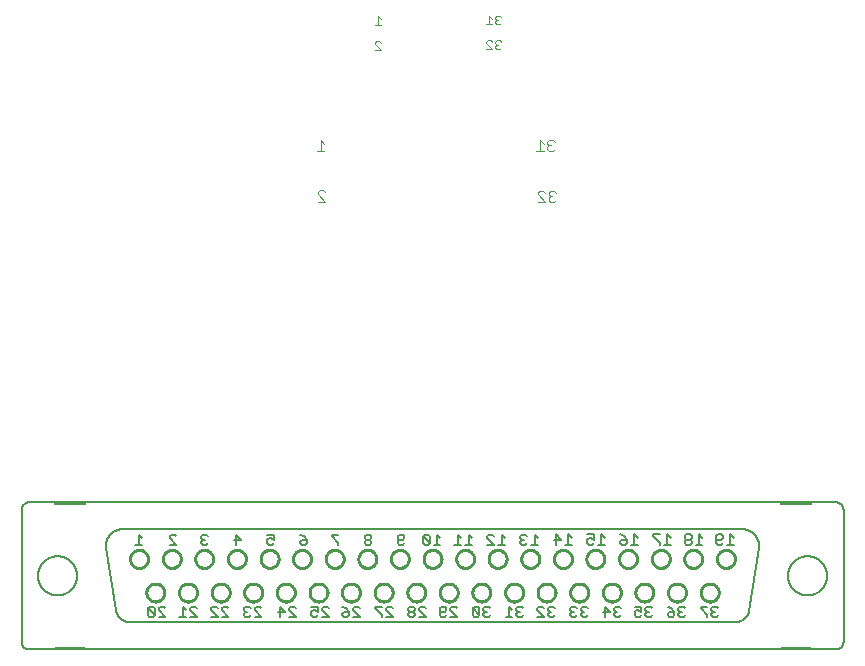
<source format=gbo>
G75*
%MOIN*%
%OFA0B0*%
%FSLAX25Y25*%
%IPPOS*%
%LPD*%
%AMOC8*
5,1,8,0,0,1.08239X$1,22.5*
%
%ADD10C,0.00300*%
%ADD11C,0.00600*%
%ADD12C,0.01000*%
%ADD13C,0.00500*%
D10*
X0167338Y0161596D02*
X0169807Y0161596D01*
X0167338Y0164064D01*
X0167338Y0164682D01*
X0167955Y0165299D01*
X0169190Y0165299D01*
X0169807Y0164682D01*
X0169511Y0178328D02*
X0167043Y0178328D01*
X0168277Y0178328D02*
X0168277Y0182031D01*
X0169511Y0180797D01*
X0186376Y0212186D02*
X0188311Y0212186D01*
X0186376Y0214121D01*
X0186376Y0214605D01*
X0186859Y0215089D01*
X0187827Y0215089D01*
X0188311Y0214605D01*
X0188311Y0220454D02*
X0186376Y0220454D01*
X0187343Y0220454D02*
X0187343Y0223356D01*
X0188311Y0222389D01*
X0223587Y0220651D02*
X0225522Y0220651D01*
X0224554Y0220651D02*
X0224554Y0223553D01*
X0225522Y0222586D01*
X0226533Y0222586D02*
X0227017Y0222102D01*
X0226533Y0221618D01*
X0226533Y0221135D01*
X0227017Y0220651D01*
X0227984Y0220651D01*
X0228468Y0221135D01*
X0227501Y0222102D02*
X0227017Y0222102D01*
X0226533Y0222586D02*
X0226533Y0223070D01*
X0227017Y0223553D01*
X0227984Y0223553D01*
X0228468Y0223070D01*
X0227984Y0215286D02*
X0227017Y0215286D01*
X0226533Y0214802D01*
X0226533Y0214318D01*
X0227017Y0213834D01*
X0226533Y0213351D01*
X0226533Y0212867D01*
X0227017Y0212383D01*
X0227984Y0212383D01*
X0228468Y0212867D01*
X0227501Y0213834D02*
X0227017Y0213834D01*
X0228468Y0214802D02*
X0227984Y0215286D01*
X0225522Y0214802D02*
X0225038Y0215286D01*
X0224070Y0215286D01*
X0223587Y0214802D01*
X0223587Y0214318D01*
X0225522Y0212383D01*
X0223587Y0212383D01*
X0241464Y0182130D02*
X0241464Y0178426D01*
X0242698Y0178426D02*
X0240230Y0178426D01*
X0242698Y0180895D02*
X0241464Y0182130D01*
X0243913Y0181512D02*
X0243913Y0180895D01*
X0244530Y0180278D01*
X0243913Y0179661D01*
X0243913Y0179044D01*
X0244530Y0178426D01*
X0245764Y0178426D01*
X0246381Y0179044D01*
X0245147Y0180278D02*
X0244530Y0180278D01*
X0243913Y0181512D02*
X0244530Y0182130D01*
X0245764Y0182130D01*
X0246381Y0181512D01*
X0246158Y0165200D02*
X0244924Y0165200D01*
X0244306Y0164583D01*
X0244306Y0163966D01*
X0244924Y0163349D01*
X0244306Y0162732D01*
X0244306Y0162114D01*
X0244924Y0161497D01*
X0246158Y0161497D01*
X0246775Y0162114D01*
X0245541Y0163349D02*
X0244924Y0163349D01*
X0243092Y0164583D02*
X0242475Y0165200D01*
X0241240Y0165200D01*
X0240623Y0164583D01*
X0240623Y0163966D01*
X0243092Y0161497D01*
X0240623Y0161497D01*
X0246158Y0165200D02*
X0246775Y0164583D01*
D11*
X0068600Y0058867D02*
X0068600Y0014867D01*
X0068602Y0014769D01*
X0068608Y0014671D01*
X0068617Y0014573D01*
X0068631Y0014476D01*
X0068648Y0014379D01*
X0068669Y0014283D01*
X0068694Y0014188D01*
X0068722Y0014094D01*
X0068755Y0014002D01*
X0068790Y0013910D01*
X0068830Y0013820D01*
X0068872Y0013732D01*
X0068919Y0013645D01*
X0068968Y0013561D01*
X0069021Y0013478D01*
X0069077Y0013398D01*
X0069137Y0013319D01*
X0069199Y0013243D01*
X0069264Y0013170D01*
X0069332Y0013099D01*
X0069403Y0013031D01*
X0069476Y0012966D01*
X0069552Y0012904D01*
X0069631Y0012844D01*
X0069711Y0012788D01*
X0069794Y0012735D01*
X0069878Y0012686D01*
X0069965Y0012639D01*
X0070053Y0012597D01*
X0070143Y0012557D01*
X0070235Y0012522D01*
X0070327Y0012489D01*
X0070421Y0012461D01*
X0070516Y0012436D01*
X0070612Y0012415D01*
X0070709Y0012398D01*
X0070806Y0012384D01*
X0070904Y0012375D01*
X0071002Y0012369D01*
X0071100Y0012367D01*
X0079600Y0012367D01*
X0079600Y0012867D01*
X0089600Y0012867D01*
X0089600Y0012367D01*
X0079600Y0012367D01*
X0089600Y0012367D02*
X0321600Y0012367D01*
X0321600Y0012867D01*
X0331600Y0012867D01*
X0331600Y0012367D01*
X0340100Y0012367D01*
X0340198Y0012369D01*
X0340296Y0012375D01*
X0340394Y0012384D01*
X0340491Y0012398D01*
X0340588Y0012415D01*
X0340684Y0012436D01*
X0340779Y0012461D01*
X0340873Y0012489D01*
X0340965Y0012522D01*
X0341057Y0012557D01*
X0341147Y0012597D01*
X0341235Y0012639D01*
X0341322Y0012686D01*
X0341406Y0012735D01*
X0341489Y0012788D01*
X0341569Y0012844D01*
X0341648Y0012904D01*
X0341724Y0012966D01*
X0341797Y0013031D01*
X0341868Y0013099D01*
X0341936Y0013170D01*
X0342001Y0013243D01*
X0342063Y0013319D01*
X0342123Y0013398D01*
X0342179Y0013478D01*
X0342232Y0013561D01*
X0342281Y0013645D01*
X0342328Y0013732D01*
X0342370Y0013820D01*
X0342410Y0013910D01*
X0342445Y0014002D01*
X0342478Y0014094D01*
X0342506Y0014188D01*
X0342531Y0014283D01*
X0342552Y0014379D01*
X0342569Y0014476D01*
X0342583Y0014573D01*
X0342592Y0014671D01*
X0342598Y0014769D01*
X0342600Y0014867D01*
X0342600Y0058867D01*
X0342598Y0058965D01*
X0342592Y0059063D01*
X0342583Y0059161D01*
X0342569Y0059258D01*
X0342552Y0059355D01*
X0342531Y0059451D01*
X0342506Y0059546D01*
X0342478Y0059640D01*
X0342445Y0059732D01*
X0342410Y0059824D01*
X0342370Y0059914D01*
X0342328Y0060002D01*
X0342281Y0060089D01*
X0342232Y0060173D01*
X0342179Y0060256D01*
X0342123Y0060336D01*
X0342063Y0060415D01*
X0342001Y0060491D01*
X0341936Y0060564D01*
X0341868Y0060635D01*
X0341797Y0060703D01*
X0341724Y0060768D01*
X0341648Y0060830D01*
X0341569Y0060890D01*
X0341489Y0060946D01*
X0341406Y0060999D01*
X0341322Y0061048D01*
X0341235Y0061095D01*
X0341147Y0061137D01*
X0341057Y0061177D01*
X0340965Y0061212D01*
X0340873Y0061245D01*
X0340779Y0061273D01*
X0340684Y0061298D01*
X0340588Y0061319D01*
X0340491Y0061336D01*
X0340394Y0061350D01*
X0340296Y0061359D01*
X0340198Y0061365D01*
X0340100Y0061367D01*
X0331600Y0061367D01*
X0321600Y0061367D01*
X0321600Y0060867D01*
X0331600Y0060867D01*
X0331600Y0061367D01*
X0321600Y0061367D02*
X0089600Y0061367D01*
X0079600Y0061367D01*
X0079600Y0060867D01*
X0089600Y0060867D01*
X0089600Y0061367D01*
X0079600Y0061367D02*
X0071100Y0061367D01*
X0071002Y0061365D01*
X0070904Y0061359D01*
X0070806Y0061350D01*
X0070709Y0061336D01*
X0070612Y0061319D01*
X0070516Y0061298D01*
X0070421Y0061273D01*
X0070327Y0061245D01*
X0070235Y0061212D01*
X0070143Y0061177D01*
X0070053Y0061137D01*
X0069965Y0061095D01*
X0069878Y0061048D01*
X0069794Y0060999D01*
X0069711Y0060946D01*
X0069631Y0060890D01*
X0069552Y0060830D01*
X0069476Y0060768D01*
X0069403Y0060703D01*
X0069332Y0060635D01*
X0069264Y0060564D01*
X0069199Y0060491D01*
X0069137Y0060415D01*
X0069077Y0060336D01*
X0069021Y0060256D01*
X0068968Y0060173D01*
X0068919Y0060089D01*
X0068872Y0060002D01*
X0068830Y0059914D01*
X0068790Y0059824D01*
X0068755Y0059732D01*
X0068722Y0059640D01*
X0068694Y0059546D01*
X0068669Y0059451D01*
X0068648Y0059355D01*
X0068631Y0059258D01*
X0068617Y0059161D01*
X0068608Y0059063D01*
X0068602Y0058965D01*
X0068600Y0058867D01*
X0074100Y0036867D02*
X0074102Y0037028D01*
X0074108Y0037188D01*
X0074118Y0037349D01*
X0074132Y0037509D01*
X0074150Y0037669D01*
X0074171Y0037828D01*
X0074197Y0037987D01*
X0074227Y0038145D01*
X0074260Y0038302D01*
X0074298Y0038459D01*
X0074339Y0038614D01*
X0074384Y0038768D01*
X0074433Y0038921D01*
X0074486Y0039073D01*
X0074542Y0039224D01*
X0074603Y0039373D01*
X0074666Y0039521D01*
X0074734Y0039667D01*
X0074805Y0039811D01*
X0074879Y0039953D01*
X0074957Y0040094D01*
X0075039Y0040232D01*
X0075124Y0040369D01*
X0075212Y0040503D01*
X0075304Y0040635D01*
X0075399Y0040765D01*
X0075497Y0040893D01*
X0075598Y0041018D01*
X0075702Y0041140D01*
X0075809Y0041260D01*
X0075919Y0041377D01*
X0076032Y0041492D01*
X0076148Y0041603D01*
X0076267Y0041712D01*
X0076388Y0041817D01*
X0076512Y0041920D01*
X0076638Y0042020D01*
X0076766Y0042116D01*
X0076897Y0042209D01*
X0077031Y0042299D01*
X0077166Y0042386D01*
X0077304Y0042469D01*
X0077443Y0042549D01*
X0077585Y0042625D01*
X0077728Y0042698D01*
X0077873Y0042767D01*
X0078020Y0042833D01*
X0078168Y0042895D01*
X0078318Y0042953D01*
X0078469Y0043008D01*
X0078622Y0043059D01*
X0078776Y0043106D01*
X0078931Y0043149D01*
X0079087Y0043188D01*
X0079243Y0043224D01*
X0079401Y0043255D01*
X0079559Y0043283D01*
X0079718Y0043307D01*
X0079878Y0043327D01*
X0080038Y0043343D01*
X0080198Y0043355D01*
X0080359Y0043363D01*
X0080520Y0043367D01*
X0080680Y0043367D01*
X0080841Y0043363D01*
X0081002Y0043355D01*
X0081162Y0043343D01*
X0081322Y0043327D01*
X0081482Y0043307D01*
X0081641Y0043283D01*
X0081799Y0043255D01*
X0081957Y0043224D01*
X0082113Y0043188D01*
X0082269Y0043149D01*
X0082424Y0043106D01*
X0082578Y0043059D01*
X0082731Y0043008D01*
X0082882Y0042953D01*
X0083032Y0042895D01*
X0083180Y0042833D01*
X0083327Y0042767D01*
X0083472Y0042698D01*
X0083615Y0042625D01*
X0083757Y0042549D01*
X0083896Y0042469D01*
X0084034Y0042386D01*
X0084169Y0042299D01*
X0084303Y0042209D01*
X0084434Y0042116D01*
X0084562Y0042020D01*
X0084688Y0041920D01*
X0084812Y0041817D01*
X0084933Y0041712D01*
X0085052Y0041603D01*
X0085168Y0041492D01*
X0085281Y0041377D01*
X0085391Y0041260D01*
X0085498Y0041140D01*
X0085602Y0041018D01*
X0085703Y0040893D01*
X0085801Y0040765D01*
X0085896Y0040635D01*
X0085988Y0040503D01*
X0086076Y0040369D01*
X0086161Y0040232D01*
X0086243Y0040094D01*
X0086321Y0039953D01*
X0086395Y0039811D01*
X0086466Y0039667D01*
X0086534Y0039521D01*
X0086597Y0039373D01*
X0086658Y0039224D01*
X0086714Y0039073D01*
X0086767Y0038921D01*
X0086816Y0038768D01*
X0086861Y0038614D01*
X0086902Y0038459D01*
X0086940Y0038302D01*
X0086973Y0038145D01*
X0087003Y0037987D01*
X0087029Y0037828D01*
X0087050Y0037669D01*
X0087068Y0037509D01*
X0087082Y0037349D01*
X0087092Y0037188D01*
X0087098Y0037028D01*
X0087100Y0036867D01*
X0087098Y0036706D01*
X0087092Y0036546D01*
X0087082Y0036385D01*
X0087068Y0036225D01*
X0087050Y0036065D01*
X0087029Y0035906D01*
X0087003Y0035747D01*
X0086973Y0035589D01*
X0086940Y0035432D01*
X0086902Y0035275D01*
X0086861Y0035120D01*
X0086816Y0034966D01*
X0086767Y0034813D01*
X0086714Y0034661D01*
X0086658Y0034510D01*
X0086597Y0034361D01*
X0086534Y0034213D01*
X0086466Y0034067D01*
X0086395Y0033923D01*
X0086321Y0033781D01*
X0086243Y0033640D01*
X0086161Y0033502D01*
X0086076Y0033365D01*
X0085988Y0033231D01*
X0085896Y0033099D01*
X0085801Y0032969D01*
X0085703Y0032841D01*
X0085602Y0032716D01*
X0085498Y0032594D01*
X0085391Y0032474D01*
X0085281Y0032357D01*
X0085168Y0032242D01*
X0085052Y0032131D01*
X0084933Y0032022D01*
X0084812Y0031917D01*
X0084688Y0031814D01*
X0084562Y0031714D01*
X0084434Y0031618D01*
X0084303Y0031525D01*
X0084169Y0031435D01*
X0084034Y0031348D01*
X0083896Y0031265D01*
X0083757Y0031185D01*
X0083615Y0031109D01*
X0083472Y0031036D01*
X0083327Y0030967D01*
X0083180Y0030901D01*
X0083032Y0030839D01*
X0082882Y0030781D01*
X0082731Y0030726D01*
X0082578Y0030675D01*
X0082424Y0030628D01*
X0082269Y0030585D01*
X0082113Y0030546D01*
X0081957Y0030510D01*
X0081799Y0030479D01*
X0081641Y0030451D01*
X0081482Y0030427D01*
X0081322Y0030407D01*
X0081162Y0030391D01*
X0081002Y0030379D01*
X0080841Y0030371D01*
X0080680Y0030367D01*
X0080520Y0030367D01*
X0080359Y0030371D01*
X0080198Y0030379D01*
X0080038Y0030391D01*
X0079878Y0030407D01*
X0079718Y0030427D01*
X0079559Y0030451D01*
X0079401Y0030479D01*
X0079243Y0030510D01*
X0079087Y0030546D01*
X0078931Y0030585D01*
X0078776Y0030628D01*
X0078622Y0030675D01*
X0078469Y0030726D01*
X0078318Y0030781D01*
X0078168Y0030839D01*
X0078020Y0030901D01*
X0077873Y0030967D01*
X0077728Y0031036D01*
X0077585Y0031109D01*
X0077443Y0031185D01*
X0077304Y0031265D01*
X0077166Y0031348D01*
X0077031Y0031435D01*
X0076897Y0031525D01*
X0076766Y0031618D01*
X0076638Y0031714D01*
X0076512Y0031814D01*
X0076388Y0031917D01*
X0076267Y0032022D01*
X0076148Y0032131D01*
X0076032Y0032242D01*
X0075919Y0032357D01*
X0075809Y0032474D01*
X0075702Y0032594D01*
X0075598Y0032716D01*
X0075497Y0032841D01*
X0075399Y0032969D01*
X0075304Y0033099D01*
X0075212Y0033231D01*
X0075124Y0033365D01*
X0075039Y0033502D01*
X0074957Y0033640D01*
X0074879Y0033781D01*
X0074805Y0033923D01*
X0074734Y0034067D01*
X0074666Y0034213D01*
X0074603Y0034361D01*
X0074542Y0034510D01*
X0074486Y0034661D01*
X0074433Y0034813D01*
X0074384Y0034966D01*
X0074339Y0035120D01*
X0074298Y0035275D01*
X0074260Y0035432D01*
X0074227Y0035589D01*
X0074197Y0035747D01*
X0074171Y0035906D01*
X0074150Y0036065D01*
X0074132Y0036225D01*
X0074118Y0036385D01*
X0074108Y0036546D01*
X0074102Y0036706D01*
X0074100Y0036867D01*
X0096900Y0045967D02*
X0100000Y0025367D01*
X0099947Y0025430D02*
X0099983Y0025290D01*
X0100022Y0025151D01*
X0100066Y0025013D01*
X0100112Y0024877D01*
X0100163Y0024742D01*
X0100217Y0024608D01*
X0100275Y0024476D01*
X0100337Y0024345D01*
X0100402Y0024216D01*
X0100470Y0024089D01*
X0100542Y0023964D01*
X0100618Y0023840D01*
X0100696Y0023719D01*
X0100778Y0023600D01*
X0100863Y0023484D01*
X0100952Y0023370D01*
X0101043Y0023258D01*
X0101137Y0023149D01*
X0101235Y0023042D01*
X0101335Y0022938D01*
X0101438Y0022837D01*
X0101544Y0022738D01*
X0101652Y0022643D01*
X0101763Y0022550D01*
X0101876Y0022461D01*
X0101992Y0022375D01*
X0102110Y0022292D01*
X0102230Y0022212D01*
X0102353Y0022135D01*
X0102477Y0022062D01*
X0102604Y0021992D01*
X0102732Y0021926D01*
X0102862Y0021863D01*
X0102994Y0021804D01*
X0103127Y0021748D01*
X0103262Y0021696D01*
X0103398Y0021648D01*
X0103535Y0021604D01*
X0103674Y0021563D01*
X0103813Y0021526D01*
X0103954Y0021493D01*
X0104095Y0021463D01*
X0104237Y0021438D01*
X0104380Y0021416D01*
X0104523Y0021399D01*
X0104667Y0021385D01*
X0104811Y0021375D01*
X0104955Y0021369D01*
X0105100Y0021367D01*
X0306100Y0021367D01*
X0311200Y0025267D02*
X0314300Y0046067D01*
X0314297Y0046028D02*
X0314323Y0046170D01*
X0314346Y0046312D01*
X0314365Y0046455D01*
X0314379Y0046598D01*
X0314390Y0046742D01*
X0314397Y0046886D01*
X0314400Y0047030D01*
X0314399Y0047174D01*
X0314394Y0047318D01*
X0314385Y0047462D01*
X0314373Y0047606D01*
X0314356Y0047749D01*
X0314335Y0047892D01*
X0314311Y0048034D01*
X0314283Y0048175D01*
X0314251Y0048316D01*
X0314215Y0048456D01*
X0314175Y0048594D01*
X0314132Y0048732D01*
X0314085Y0048868D01*
X0314034Y0049003D01*
X0313979Y0049136D01*
X0313921Y0049268D01*
X0313860Y0049399D01*
X0313794Y0049527D01*
X0313726Y0049654D01*
X0313654Y0049779D01*
X0313578Y0049902D01*
X0313500Y0050022D01*
X0313418Y0050141D01*
X0313332Y0050257D01*
X0313244Y0050371D01*
X0313153Y0050483D01*
X0313058Y0050592D01*
X0312961Y0050698D01*
X0312861Y0050802D01*
X0312758Y0050903D01*
X0312652Y0051001D01*
X0312544Y0051096D01*
X0312433Y0051188D01*
X0312320Y0051277D01*
X0312204Y0051363D01*
X0312086Y0051446D01*
X0311966Y0051525D01*
X0311843Y0051602D01*
X0311719Y0051675D01*
X0311593Y0051744D01*
X0311465Y0051810D01*
X0311335Y0051873D01*
X0311203Y0051932D01*
X0311070Y0051987D01*
X0310935Y0052039D01*
X0310800Y0052087D01*
X0310662Y0052131D01*
X0310524Y0052172D01*
X0310385Y0052209D01*
X0310244Y0052242D01*
X0310103Y0052271D01*
X0309961Y0052297D01*
X0309819Y0052318D01*
X0309676Y0052336D01*
X0309532Y0052349D01*
X0309388Y0052359D01*
X0309244Y0052365D01*
X0309100Y0052367D01*
X0102100Y0052367D01*
X0101957Y0052365D01*
X0101813Y0052359D01*
X0101670Y0052350D01*
X0101528Y0052336D01*
X0101385Y0052319D01*
X0101243Y0052297D01*
X0101102Y0052272D01*
X0100962Y0052243D01*
X0100822Y0052211D01*
X0100683Y0052174D01*
X0100546Y0052134D01*
X0100409Y0052090D01*
X0100274Y0052043D01*
X0100140Y0051991D01*
X0100007Y0051937D01*
X0099877Y0051878D01*
X0099747Y0051816D01*
X0099620Y0051751D01*
X0099494Y0051682D01*
X0099370Y0051610D01*
X0099248Y0051534D01*
X0099128Y0051456D01*
X0099010Y0051374D01*
X0098895Y0051288D01*
X0098782Y0051200D01*
X0098671Y0051109D01*
X0098563Y0051015D01*
X0098458Y0050918D01*
X0098355Y0050818D01*
X0098255Y0050715D01*
X0098158Y0050610D01*
X0098063Y0050502D01*
X0097972Y0050391D01*
X0097883Y0050278D01*
X0097798Y0050163D01*
X0097716Y0050046D01*
X0097637Y0049926D01*
X0097561Y0049804D01*
X0097489Y0049680D01*
X0097420Y0049555D01*
X0097354Y0049427D01*
X0097292Y0049298D01*
X0097233Y0049167D01*
X0097178Y0049035D01*
X0097127Y0048901D01*
X0097079Y0048766D01*
X0097035Y0048629D01*
X0096994Y0048492D01*
X0096958Y0048353D01*
X0096925Y0048213D01*
X0096896Y0048073D01*
X0096870Y0047932D01*
X0096849Y0047790D01*
X0096831Y0047648D01*
X0096817Y0047505D01*
X0096807Y0047362D01*
X0096801Y0047219D01*
X0096799Y0047075D01*
X0096801Y0046932D01*
X0096806Y0046789D01*
X0096816Y0046646D01*
X0096829Y0046503D01*
X0096846Y0046360D01*
X0096867Y0046219D01*
X0096892Y0046077D01*
X0096921Y0045937D01*
X0306100Y0021367D02*
X0306245Y0021369D01*
X0306391Y0021375D01*
X0306536Y0021385D01*
X0306680Y0021399D01*
X0306825Y0021417D01*
X0306968Y0021439D01*
X0307111Y0021464D01*
X0307254Y0021494D01*
X0307395Y0021528D01*
X0307535Y0021565D01*
X0307675Y0021606D01*
X0307813Y0021651D01*
X0307950Y0021700D01*
X0308085Y0021753D01*
X0308219Y0021809D01*
X0308352Y0021869D01*
X0308483Y0021933D01*
X0308611Y0022000D01*
X0308739Y0022070D01*
X0308864Y0022145D01*
X0308987Y0022222D01*
X0309107Y0022303D01*
X0309226Y0022387D01*
X0309342Y0022474D01*
X0309456Y0022565D01*
X0309567Y0022658D01*
X0309676Y0022755D01*
X0309782Y0022854D01*
X0309885Y0022957D01*
X0309985Y0023062D01*
X0310083Y0023170D01*
X0310177Y0023280D01*
X0310268Y0023394D01*
X0310356Y0023509D01*
X0310441Y0023627D01*
X0310523Y0023747D01*
X0310602Y0023870D01*
X0310677Y0023994D01*
X0310748Y0024121D01*
X0310816Y0024249D01*
X0310881Y0024379D01*
X0310942Y0024511D01*
X0310999Y0024645D01*
X0311053Y0024780D01*
X0311103Y0024916D01*
X0311149Y0025054D01*
X0311191Y0025193D01*
X0311230Y0025334D01*
X0321600Y0012367D02*
X0331600Y0012367D01*
X0324100Y0036867D02*
X0324102Y0037028D01*
X0324108Y0037188D01*
X0324118Y0037349D01*
X0324132Y0037509D01*
X0324150Y0037669D01*
X0324171Y0037828D01*
X0324197Y0037987D01*
X0324227Y0038145D01*
X0324260Y0038302D01*
X0324298Y0038459D01*
X0324339Y0038614D01*
X0324384Y0038768D01*
X0324433Y0038921D01*
X0324486Y0039073D01*
X0324542Y0039224D01*
X0324603Y0039373D01*
X0324666Y0039521D01*
X0324734Y0039667D01*
X0324805Y0039811D01*
X0324879Y0039953D01*
X0324957Y0040094D01*
X0325039Y0040232D01*
X0325124Y0040369D01*
X0325212Y0040503D01*
X0325304Y0040635D01*
X0325399Y0040765D01*
X0325497Y0040893D01*
X0325598Y0041018D01*
X0325702Y0041140D01*
X0325809Y0041260D01*
X0325919Y0041377D01*
X0326032Y0041492D01*
X0326148Y0041603D01*
X0326267Y0041712D01*
X0326388Y0041817D01*
X0326512Y0041920D01*
X0326638Y0042020D01*
X0326766Y0042116D01*
X0326897Y0042209D01*
X0327031Y0042299D01*
X0327166Y0042386D01*
X0327304Y0042469D01*
X0327443Y0042549D01*
X0327585Y0042625D01*
X0327728Y0042698D01*
X0327873Y0042767D01*
X0328020Y0042833D01*
X0328168Y0042895D01*
X0328318Y0042953D01*
X0328469Y0043008D01*
X0328622Y0043059D01*
X0328776Y0043106D01*
X0328931Y0043149D01*
X0329087Y0043188D01*
X0329243Y0043224D01*
X0329401Y0043255D01*
X0329559Y0043283D01*
X0329718Y0043307D01*
X0329878Y0043327D01*
X0330038Y0043343D01*
X0330198Y0043355D01*
X0330359Y0043363D01*
X0330520Y0043367D01*
X0330680Y0043367D01*
X0330841Y0043363D01*
X0331002Y0043355D01*
X0331162Y0043343D01*
X0331322Y0043327D01*
X0331482Y0043307D01*
X0331641Y0043283D01*
X0331799Y0043255D01*
X0331957Y0043224D01*
X0332113Y0043188D01*
X0332269Y0043149D01*
X0332424Y0043106D01*
X0332578Y0043059D01*
X0332731Y0043008D01*
X0332882Y0042953D01*
X0333032Y0042895D01*
X0333180Y0042833D01*
X0333327Y0042767D01*
X0333472Y0042698D01*
X0333615Y0042625D01*
X0333757Y0042549D01*
X0333896Y0042469D01*
X0334034Y0042386D01*
X0334169Y0042299D01*
X0334303Y0042209D01*
X0334434Y0042116D01*
X0334562Y0042020D01*
X0334688Y0041920D01*
X0334812Y0041817D01*
X0334933Y0041712D01*
X0335052Y0041603D01*
X0335168Y0041492D01*
X0335281Y0041377D01*
X0335391Y0041260D01*
X0335498Y0041140D01*
X0335602Y0041018D01*
X0335703Y0040893D01*
X0335801Y0040765D01*
X0335896Y0040635D01*
X0335988Y0040503D01*
X0336076Y0040369D01*
X0336161Y0040232D01*
X0336243Y0040094D01*
X0336321Y0039953D01*
X0336395Y0039811D01*
X0336466Y0039667D01*
X0336534Y0039521D01*
X0336597Y0039373D01*
X0336658Y0039224D01*
X0336714Y0039073D01*
X0336767Y0038921D01*
X0336816Y0038768D01*
X0336861Y0038614D01*
X0336902Y0038459D01*
X0336940Y0038302D01*
X0336973Y0038145D01*
X0337003Y0037987D01*
X0337029Y0037828D01*
X0337050Y0037669D01*
X0337068Y0037509D01*
X0337082Y0037349D01*
X0337092Y0037188D01*
X0337098Y0037028D01*
X0337100Y0036867D01*
X0337098Y0036706D01*
X0337092Y0036546D01*
X0337082Y0036385D01*
X0337068Y0036225D01*
X0337050Y0036065D01*
X0337029Y0035906D01*
X0337003Y0035747D01*
X0336973Y0035589D01*
X0336940Y0035432D01*
X0336902Y0035275D01*
X0336861Y0035120D01*
X0336816Y0034966D01*
X0336767Y0034813D01*
X0336714Y0034661D01*
X0336658Y0034510D01*
X0336597Y0034361D01*
X0336534Y0034213D01*
X0336466Y0034067D01*
X0336395Y0033923D01*
X0336321Y0033781D01*
X0336243Y0033640D01*
X0336161Y0033502D01*
X0336076Y0033365D01*
X0335988Y0033231D01*
X0335896Y0033099D01*
X0335801Y0032969D01*
X0335703Y0032841D01*
X0335602Y0032716D01*
X0335498Y0032594D01*
X0335391Y0032474D01*
X0335281Y0032357D01*
X0335168Y0032242D01*
X0335052Y0032131D01*
X0334933Y0032022D01*
X0334812Y0031917D01*
X0334688Y0031814D01*
X0334562Y0031714D01*
X0334434Y0031618D01*
X0334303Y0031525D01*
X0334169Y0031435D01*
X0334034Y0031348D01*
X0333896Y0031265D01*
X0333757Y0031185D01*
X0333615Y0031109D01*
X0333472Y0031036D01*
X0333327Y0030967D01*
X0333180Y0030901D01*
X0333032Y0030839D01*
X0332882Y0030781D01*
X0332731Y0030726D01*
X0332578Y0030675D01*
X0332424Y0030628D01*
X0332269Y0030585D01*
X0332113Y0030546D01*
X0331957Y0030510D01*
X0331799Y0030479D01*
X0331641Y0030451D01*
X0331482Y0030427D01*
X0331322Y0030407D01*
X0331162Y0030391D01*
X0331002Y0030379D01*
X0330841Y0030371D01*
X0330680Y0030367D01*
X0330520Y0030367D01*
X0330359Y0030371D01*
X0330198Y0030379D01*
X0330038Y0030391D01*
X0329878Y0030407D01*
X0329718Y0030427D01*
X0329559Y0030451D01*
X0329401Y0030479D01*
X0329243Y0030510D01*
X0329087Y0030546D01*
X0328931Y0030585D01*
X0328776Y0030628D01*
X0328622Y0030675D01*
X0328469Y0030726D01*
X0328318Y0030781D01*
X0328168Y0030839D01*
X0328020Y0030901D01*
X0327873Y0030967D01*
X0327728Y0031036D01*
X0327585Y0031109D01*
X0327443Y0031185D01*
X0327304Y0031265D01*
X0327166Y0031348D01*
X0327031Y0031435D01*
X0326897Y0031525D01*
X0326766Y0031618D01*
X0326638Y0031714D01*
X0326512Y0031814D01*
X0326388Y0031917D01*
X0326267Y0032022D01*
X0326148Y0032131D01*
X0326032Y0032242D01*
X0325919Y0032357D01*
X0325809Y0032474D01*
X0325702Y0032594D01*
X0325598Y0032716D01*
X0325497Y0032841D01*
X0325399Y0032969D01*
X0325304Y0033099D01*
X0325212Y0033231D01*
X0325124Y0033365D01*
X0325039Y0033502D01*
X0324957Y0033640D01*
X0324879Y0033781D01*
X0324805Y0033923D01*
X0324734Y0034067D01*
X0324666Y0034213D01*
X0324603Y0034361D01*
X0324542Y0034510D01*
X0324486Y0034661D01*
X0324433Y0034813D01*
X0324384Y0034966D01*
X0324339Y0035120D01*
X0324298Y0035275D01*
X0324260Y0035432D01*
X0324227Y0035589D01*
X0324197Y0035747D01*
X0324171Y0035906D01*
X0324150Y0036065D01*
X0324132Y0036225D01*
X0324118Y0036385D01*
X0324108Y0036546D01*
X0324102Y0036706D01*
X0324100Y0036867D01*
D12*
X0300400Y0042467D02*
X0300402Y0042576D01*
X0300408Y0042685D01*
X0300418Y0042793D01*
X0300432Y0042901D01*
X0300449Y0043009D01*
X0300471Y0043116D01*
X0300496Y0043222D01*
X0300526Y0043326D01*
X0300559Y0043430D01*
X0300596Y0043533D01*
X0300636Y0043634D01*
X0300680Y0043733D01*
X0300728Y0043831D01*
X0300780Y0043928D01*
X0300834Y0044022D01*
X0300892Y0044114D01*
X0300954Y0044204D01*
X0301019Y0044291D01*
X0301086Y0044377D01*
X0301157Y0044460D01*
X0301231Y0044540D01*
X0301308Y0044617D01*
X0301387Y0044692D01*
X0301469Y0044763D01*
X0301554Y0044832D01*
X0301641Y0044897D01*
X0301730Y0044960D01*
X0301822Y0045018D01*
X0301916Y0045074D01*
X0302011Y0045126D01*
X0302109Y0045175D01*
X0302208Y0045220D01*
X0302309Y0045262D01*
X0302411Y0045299D01*
X0302514Y0045333D01*
X0302619Y0045364D01*
X0302725Y0045390D01*
X0302831Y0045413D01*
X0302939Y0045431D01*
X0303047Y0045446D01*
X0303155Y0045457D01*
X0303264Y0045464D01*
X0303373Y0045467D01*
X0303482Y0045466D01*
X0303591Y0045461D01*
X0303699Y0045452D01*
X0303807Y0045439D01*
X0303915Y0045422D01*
X0304022Y0045402D01*
X0304128Y0045377D01*
X0304233Y0045349D01*
X0304337Y0045317D01*
X0304440Y0045281D01*
X0304542Y0045241D01*
X0304642Y0045198D01*
X0304740Y0045151D01*
X0304837Y0045101D01*
X0304931Y0045047D01*
X0305024Y0044989D01*
X0305115Y0044929D01*
X0305203Y0044865D01*
X0305289Y0044798D01*
X0305372Y0044728D01*
X0305453Y0044655D01*
X0305531Y0044579D01*
X0305606Y0044500D01*
X0305679Y0044418D01*
X0305748Y0044334D01*
X0305814Y0044248D01*
X0305877Y0044159D01*
X0305937Y0044068D01*
X0305994Y0043975D01*
X0306047Y0043880D01*
X0306096Y0043783D01*
X0306142Y0043684D01*
X0306184Y0043584D01*
X0306223Y0043482D01*
X0306258Y0043378D01*
X0306289Y0043274D01*
X0306317Y0043169D01*
X0306340Y0043062D01*
X0306360Y0042955D01*
X0306376Y0042847D01*
X0306388Y0042739D01*
X0306396Y0042630D01*
X0306400Y0042521D01*
X0306400Y0042413D01*
X0306396Y0042304D01*
X0306388Y0042195D01*
X0306376Y0042087D01*
X0306360Y0041979D01*
X0306340Y0041872D01*
X0306317Y0041765D01*
X0306289Y0041660D01*
X0306258Y0041556D01*
X0306223Y0041452D01*
X0306184Y0041350D01*
X0306142Y0041250D01*
X0306096Y0041151D01*
X0306047Y0041054D01*
X0305994Y0040959D01*
X0305937Y0040866D01*
X0305877Y0040775D01*
X0305814Y0040686D01*
X0305748Y0040600D01*
X0305679Y0040516D01*
X0305606Y0040434D01*
X0305531Y0040355D01*
X0305453Y0040279D01*
X0305372Y0040206D01*
X0305289Y0040136D01*
X0305203Y0040069D01*
X0305115Y0040005D01*
X0305024Y0039945D01*
X0304931Y0039887D01*
X0304837Y0039833D01*
X0304740Y0039783D01*
X0304642Y0039736D01*
X0304542Y0039693D01*
X0304440Y0039653D01*
X0304337Y0039617D01*
X0304233Y0039585D01*
X0304128Y0039557D01*
X0304022Y0039532D01*
X0303915Y0039512D01*
X0303807Y0039495D01*
X0303699Y0039482D01*
X0303591Y0039473D01*
X0303482Y0039468D01*
X0303373Y0039467D01*
X0303264Y0039470D01*
X0303155Y0039477D01*
X0303047Y0039488D01*
X0302939Y0039503D01*
X0302831Y0039521D01*
X0302725Y0039544D01*
X0302619Y0039570D01*
X0302514Y0039601D01*
X0302411Y0039635D01*
X0302309Y0039672D01*
X0302208Y0039714D01*
X0302109Y0039759D01*
X0302011Y0039808D01*
X0301916Y0039860D01*
X0301822Y0039916D01*
X0301730Y0039974D01*
X0301641Y0040037D01*
X0301554Y0040102D01*
X0301469Y0040171D01*
X0301387Y0040242D01*
X0301308Y0040317D01*
X0301231Y0040394D01*
X0301157Y0040474D01*
X0301086Y0040557D01*
X0301019Y0040643D01*
X0300954Y0040730D01*
X0300892Y0040820D01*
X0300834Y0040912D01*
X0300780Y0041006D01*
X0300728Y0041103D01*
X0300680Y0041201D01*
X0300636Y0041300D01*
X0300596Y0041401D01*
X0300559Y0041504D01*
X0300526Y0041608D01*
X0300496Y0041712D01*
X0300471Y0041818D01*
X0300449Y0041925D01*
X0300432Y0042033D01*
X0300418Y0042141D01*
X0300408Y0042249D01*
X0300402Y0042358D01*
X0300400Y0042467D01*
X0289500Y0042467D02*
X0289502Y0042576D01*
X0289508Y0042685D01*
X0289518Y0042793D01*
X0289532Y0042901D01*
X0289549Y0043009D01*
X0289571Y0043116D01*
X0289596Y0043222D01*
X0289626Y0043326D01*
X0289659Y0043430D01*
X0289696Y0043533D01*
X0289736Y0043634D01*
X0289780Y0043733D01*
X0289828Y0043831D01*
X0289880Y0043928D01*
X0289934Y0044022D01*
X0289992Y0044114D01*
X0290054Y0044204D01*
X0290119Y0044291D01*
X0290186Y0044377D01*
X0290257Y0044460D01*
X0290331Y0044540D01*
X0290408Y0044617D01*
X0290487Y0044692D01*
X0290569Y0044763D01*
X0290654Y0044832D01*
X0290741Y0044897D01*
X0290830Y0044960D01*
X0290922Y0045018D01*
X0291016Y0045074D01*
X0291111Y0045126D01*
X0291209Y0045175D01*
X0291308Y0045220D01*
X0291409Y0045262D01*
X0291511Y0045299D01*
X0291614Y0045333D01*
X0291719Y0045364D01*
X0291825Y0045390D01*
X0291931Y0045413D01*
X0292039Y0045431D01*
X0292147Y0045446D01*
X0292255Y0045457D01*
X0292364Y0045464D01*
X0292473Y0045467D01*
X0292582Y0045466D01*
X0292691Y0045461D01*
X0292799Y0045452D01*
X0292907Y0045439D01*
X0293015Y0045422D01*
X0293122Y0045402D01*
X0293228Y0045377D01*
X0293333Y0045349D01*
X0293437Y0045317D01*
X0293540Y0045281D01*
X0293642Y0045241D01*
X0293742Y0045198D01*
X0293840Y0045151D01*
X0293937Y0045101D01*
X0294031Y0045047D01*
X0294124Y0044989D01*
X0294215Y0044929D01*
X0294303Y0044865D01*
X0294389Y0044798D01*
X0294472Y0044728D01*
X0294553Y0044655D01*
X0294631Y0044579D01*
X0294706Y0044500D01*
X0294779Y0044418D01*
X0294848Y0044334D01*
X0294914Y0044248D01*
X0294977Y0044159D01*
X0295037Y0044068D01*
X0295094Y0043975D01*
X0295147Y0043880D01*
X0295196Y0043783D01*
X0295242Y0043684D01*
X0295284Y0043584D01*
X0295323Y0043482D01*
X0295358Y0043378D01*
X0295389Y0043274D01*
X0295417Y0043169D01*
X0295440Y0043062D01*
X0295460Y0042955D01*
X0295476Y0042847D01*
X0295488Y0042739D01*
X0295496Y0042630D01*
X0295500Y0042521D01*
X0295500Y0042413D01*
X0295496Y0042304D01*
X0295488Y0042195D01*
X0295476Y0042087D01*
X0295460Y0041979D01*
X0295440Y0041872D01*
X0295417Y0041765D01*
X0295389Y0041660D01*
X0295358Y0041556D01*
X0295323Y0041452D01*
X0295284Y0041350D01*
X0295242Y0041250D01*
X0295196Y0041151D01*
X0295147Y0041054D01*
X0295094Y0040959D01*
X0295037Y0040866D01*
X0294977Y0040775D01*
X0294914Y0040686D01*
X0294848Y0040600D01*
X0294779Y0040516D01*
X0294706Y0040434D01*
X0294631Y0040355D01*
X0294553Y0040279D01*
X0294472Y0040206D01*
X0294389Y0040136D01*
X0294303Y0040069D01*
X0294215Y0040005D01*
X0294124Y0039945D01*
X0294031Y0039887D01*
X0293937Y0039833D01*
X0293840Y0039783D01*
X0293742Y0039736D01*
X0293642Y0039693D01*
X0293540Y0039653D01*
X0293437Y0039617D01*
X0293333Y0039585D01*
X0293228Y0039557D01*
X0293122Y0039532D01*
X0293015Y0039512D01*
X0292907Y0039495D01*
X0292799Y0039482D01*
X0292691Y0039473D01*
X0292582Y0039468D01*
X0292473Y0039467D01*
X0292364Y0039470D01*
X0292255Y0039477D01*
X0292147Y0039488D01*
X0292039Y0039503D01*
X0291931Y0039521D01*
X0291825Y0039544D01*
X0291719Y0039570D01*
X0291614Y0039601D01*
X0291511Y0039635D01*
X0291409Y0039672D01*
X0291308Y0039714D01*
X0291209Y0039759D01*
X0291111Y0039808D01*
X0291016Y0039860D01*
X0290922Y0039916D01*
X0290830Y0039974D01*
X0290741Y0040037D01*
X0290654Y0040102D01*
X0290569Y0040171D01*
X0290487Y0040242D01*
X0290408Y0040317D01*
X0290331Y0040394D01*
X0290257Y0040474D01*
X0290186Y0040557D01*
X0290119Y0040643D01*
X0290054Y0040730D01*
X0289992Y0040820D01*
X0289934Y0040912D01*
X0289880Y0041006D01*
X0289828Y0041103D01*
X0289780Y0041201D01*
X0289736Y0041300D01*
X0289696Y0041401D01*
X0289659Y0041504D01*
X0289626Y0041608D01*
X0289596Y0041712D01*
X0289571Y0041818D01*
X0289549Y0041925D01*
X0289532Y0042033D01*
X0289518Y0042141D01*
X0289508Y0042249D01*
X0289502Y0042358D01*
X0289500Y0042467D01*
X0278700Y0042467D02*
X0278702Y0042576D01*
X0278708Y0042685D01*
X0278718Y0042793D01*
X0278732Y0042901D01*
X0278749Y0043009D01*
X0278771Y0043116D01*
X0278796Y0043222D01*
X0278826Y0043326D01*
X0278859Y0043430D01*
X0278896Y0043533D01*
X0278936Y0043634D01*
X0278980Y0043733D01*
X0279028Y0043831D01*
X0279080Y0043928D01*
X0279134Y0044022D01*
X0279192Y0044114D01*
X0279254Y0044204D01*
X0279319Y0044291D01*
X0279386Y0044377D01*
X0279457Y0044460D01*
X0279531Y0044540D01*
X0279608Y0044617D01*
X0279687Y0044692D01*
X0279769Y0044763D01*
X0279854Y0044832D01*
X0279941Y0044897D01*
X0280030Y0044960D01*
X0280122Y0045018D01*
X0280216Y0045074D01*
X0280311Y0045126D01*
X0280409Y0045175D01*
X0280508Y0045220D01*
X0280609Y0045262D01*
X0280711Y0045299D01*
X0280814Y0045333D01*
X0280919Y0045364D01*
X0281025Y0045390D01*
X0281131Y0045413D01*
X0281239Y0045431D01*
X0281347Y0045446D01*
X0281455Y0045457D01*
X0281564Y0045464D01*
X0281673Y0045467D01*
X0281782Y0045466D01*
X0281891Y0045461D01*
X0281999Y0045452D01*
X0282107Y0045439D01*
X0282215Y0045422D01*
X0282322Y0045402D01*
X0282428Y0045377D01*
X0282533Y0045349D01*
X0282637Y0045317D01*
X0282740Y0045281D01*
X0282842Y0045241D01*
X0282942Y0045198D01*
X0283040Y0045151D01*
X0283137Y0045101D01*
X0283231Y0045047D01*
X0283324Y0044989D01*
X0283415Y0044929D01*
X0283503Y0044865D01*
X0283589Y0044798D01*
X0283672Y0044728D01*
X0283753Y0044655D01*
X0283831Y0044579D01*
X0283906Y0044500D01*
X0283979Y0044418D01*
X0284048Y0044334D01*
X0284114Y0044248D01*
X0284177Y0044159D01*
X0284237Y0044068D01*
X0284294Y0043975D01*
X0284347Y0043880D01*
X0284396Y0043783D01*
X0284442Y0043684D01*
X0284484Y0043584D01*
X0284523Y0043482D01*
X0284558Y0043378D01*
X0284589Y0043274D01*
X0284617Y0043169D01*
X0284640Y0043062D01*
X0284660Y0042955D01*
X0284676Y0042847D01*
X0284688Y0042739D01*
X0284696Y0042630D01*
X0284700Y0042521D01*
X0284700Y0042413D01*
X0284696Y0042304D01*
X0284688Y0042195D01*
X0284676Y0042087D01*
X0284660Y0041979D01*
X0284640Y0041872D01*
X0284617Y0041765D01*
X0284589Y0041660D01*
X0284558Y0041556D01*
X0284523Y0041452D01*
X0284484Y0041350D01*
X0284442Y0041250D01*
X0284396Y0041151D01*
X0284347Y0041054D01*
X0284294Y0040959D01*
X0284237Y0040866D01*
X0284177Y0040775D01*
X0284114Y0040686D01*
X0284048Y0040600D01*
X0283979Y0040516D01*
X0283906Y0040434D01*
X0283831Y0040355D01*
X0283753Y0040279D01*
X0283672Y0040206D01*
X0283589Y0040136D01*
X0283503Y0040069D01*
X0283415Y0040005D01*
X0283324Y0039945D01*
X0283231Y0039887D01*
X0283137Y0039833D01*
X0283040Y0039783D01*
X0282942Y0039736D01*
X0282842Y0039693D01*
X0282740Y0039653D01*
X0282637Y0039617D01*
X0282533Y0039585D01*
X0282428Y0039557D01*
X0282322Y0039532D01*
X0282215Y0039512D01*
X0282107Y0039495D01*
X0281999Y0039482D01*
X0281891Y0039473D01*
X0281782Y0039468D01*
X0281673Y0039467D01*
X0281564Y0039470D01*
X0281455Y0039477D01*
X0281347Y0039488D01*
X0281239Y0039503D01*
X0281131Y0039521D01*
X0281025Y0039544D01*
X0280919Y0039570D01*
X0280814Y0039601D01*
X0280711Y0039635D01*
X0280609Y0039672D01*
X0280508Y0039714D01*
X0280409Y0039759D01*
X0280311Y0039808D01*
X0280216Y0039860D01*
X0280122Y0039916D01*
X0280030Y0039974D01*
X0279941Y0040037D01*
X0279854Y0040102D01*
X0279769Y0040171D01*
X0279687Y0040242D01*
X0279608Y0040317D01*
X0279531Y0040394D01*
X0279457Y0040474D01*
X0279386Y0040557D01*
X0279319Y0040643D01*
X0279254Y0040730D01*
X0279192Y0040820D01*
X0279134Y0040912D01*
X0279080Y0041006D01*
X0279028Y0041103D01*
X0278980Y0041201D01*
X0278936Y0041300D01*
X0278896Y0041401D01*
X0278859Y0041504D01*
X0278826Y0041608D01*
X0278796Y0041712D01*
X0278771Y0041818D01*
X0278749Y0041925D01*
X0278732Y0042033D01*
X0278718Y0042141D01*
X0278708Y0042249D01*
X0278702Y0042358D01*
X0278700Y0042467D01*
X0267800Y0042467D02*
X0267802Y0042576D01*
X0267808Y0042685D01*
X0267818Y0042793D01*
X0267832Y0042901D01*
X0267849Y0043009D01*
X0267871Y0043116D01*
X0267896Y0043222D01*
X0267926Y0043326D01*
X0267959Y0043430D01*
X0267996Y0043533D01*
X0268036Y0043634D01*
X0268080Y0043733D01*
X0268128Y0043831D01*
X0268180Y0043928D01*
X0268234Y0044022D01*
X0268292Y0044114D01*
X0268354Y0044204D01*
X0268419Y0044291D01*
X0268486Y0044377D01*
X0268557Y0044460D01*
X0268631Y0044540D01*
X0268708Y0044617D01*
X0268787Y0044692D01*
X0268869Y0044763D01*
X0268954Y0044832D01*
X0269041Y0044897D01*
X0269130Y0044960D01*
X0269222Y0045018D01*
X0269316Y0045074D01*
X0269411Y0045126D01*
X0269509Y0045175D01*
X0269608Y0045220D01*
X0269709Y0045262D01*
X0269811Y0045299D01*
X0269914Y0045333D01*
X0270019Y0045364D01*
X0270125Y0045390D01*
X0270231Y0045413D01*
X0270339Y0045431D01*
X0270447Y0045446D01*
X0270555Y0045457D01*
X0270664Y0045464D01*
X0270773Y0045467D01*
X0270882Y0045466D01*
X0270991Y0045461D01*
X0271099Y0045452D01*
X0271207Y0045439D01*
X0271315Y0045422D01*
X0271422Y0045402D01*
X0271528Y0045377D01*
X0271633Y0045349D01*
X0271737Y0045317D01*
X0271840Y0045281D01*
X0271942Y0045241D01*
X0272042Y0045198D01*
X0272140Y0045151D01*
X0272237Y0045101D01*
X0272331Y0045047D01*
X0272424Y0044989D01*
X0272515Y0044929D01*
X0272603Y0044865D01*
X0272689Y0044798D01*
X0272772Y0044728D01*
X0272853Y0044655D01*
X0272931Y0044579D01*
X0273006Y0044500D01*
X0273079Y0044418D01*
X0273148Y0044334D01*
X0273214Y0044248D01*
X0273277Y0044159D01*
X0273337Y0044068D01*
X0273394Y0043975D01*
X0273447Y0043880D01*
X0273496Y0043783D01*
X0273542Y0043684D01*
X0273584Y0043584D01*
X0273623Y0043482D01*
X0273658Y0043378D01*
X0273689Y0043274D01*
X0273717Y0043169D01*
X0273740Y0043062D01*
X0273760Y0042955D01*
X0273776Y0042847D01*
X0273788Y0042739D01*
X0273796Y0042630D01*
X0273800Y0042521D01*
X0273800Y0042413D01*
X0273796Y0042304D01*
X0273788Y0042195D01*
X0273776Y0042087D01*
X0273760Y0041979D01*
X0273740Y0041872D01*
X0273717Y0041765D01*
X0273689Y0041660D01*
X0273658Y0041556D01*
X0273623Y0041452D01*
X0273584Y0041350D01*
X0273542Y0041250D01*
X0273496Y0041151D01*
X0273447Y0041054D01*
X0273394Y0040959D01*
X0273337Y0040866D01*
X0273277Y0040775D01*
X0273214Y0040686D01*
X0273148Y0040600D01*
X0273079Y0040516D01*
X0273006Y0040434D01*
X0272931Y0040355D01*
X0272853Y0040279D01*
X0272772Y0040206D01*
X0272689Y0040136D01*
X0272603Y0040069D01*
X0272515Y0040005D01*
X0272424Y0039945D01*
X0272331Y0039887D01*
X0272237Y0039833D01*
X0272140Y0039783D01*
X0272042Y0039736D01*
X0271942Y0039693D01*
X0271840Y0039653D01*
X0271737Y0039617D01*
X0271633Y0039585D01*
X0271528Y0039557D01*
X0271422Y0039532D01*
X0271315Y0039512D01*
X0271207Y0039495D01*
X0271099Y0039482D01*
X0270991Y0039473D01*
X0270882Y0039468D01*
X0270773Y0039467D01*
X0270664Y0039470D01*
X0270555Y0039477D01*
X0270447Y0039488D01*
X0270339Y0039503D01*
X0270231Y0039521D01*
X0270125Y0039544D01*
X0270019Y0039570D01*
X0269914Y0039601D01*
X0269811Y0039635D01*
X0269709Y0039672D01*
X0269608Y0039714D01*
X0269509Y0039759D01*
X0269411Y0039808D01*
X0269316Y0039860D01*
X0269222Y0039916D01*
X0269130Y0039974D01*
X0269041Y0040037D01*
X0268954Y0040102D01*
X0268869Y0040171D01*
X0268787Y0040242D01*
X0268708Y0040317D01*
X0268631Y0040394D01*
X0268557Y0040474D01*
X0268486Y0040557D01*
X0268419Y0040643D01*
X0268354Y0040730D01*
X0268292Y0040820D01*
X0268234Y0040912D01*
X0268180Y0041006D01*
X0268128Y0041103D01*
X0268080Y0041201D01*
X0268036Y0041300D01*
X0267996Y0041401D01*
X0267959Y0041504D01*
X0267926Y0041608D01*
X0267896Y0041712D01*
X0267871Y0041818D01*
X0267849Y0041925D01*
X0267832Y0042033D01*
X0267818Y0042141D01*
X0267808Y0042249D01*
X0267802Y0042358D01*
X0267800Y0042467D01*
X0256900Y0042467D02*
X0256902Y0042576D01*
X0256908Y0042685D01*
X0256918Y0042793D01*
X0256932Y0042901D01*
X0256949Y0043009D01*
X0256971Y0043116D01*
X0256996Y0043222D01*
X0257026Y0043326D01*
X0257059Y0043430D01*
X0257096Y0043533D01*
X0257136Y0043634D01*
X0257180Y0043733D01*
X0257228Y0043831D01*
X0257280Y0043928D01*
X0257334Y0044022D01*
X0257392Y0044114D01*
X0257454Y0044204D01*
X0257519Y0044291D01*
X0257586Y0044377D01*
X0257657Y0044460D01*
X0257731Y0044540D01*
X0257808Y0044617D01*
X0257887Y0044692D01*
X0257969Y0044763D01*
X0258054Y0044832D01*
X0258141Y0044897D01*
X0258230Y0044960D01*
X0258322Y0045018D01*
X0258416Y0045074D01*
X0258511Y0045126D01*
X0258609Y0045175D01*
X0258708Y0045220D01*
X0258809Y0045262D01*
X0258911Y0045299D01*
X0259014Y0045333D01*
X0259119Y0045364D01*
X0259225Y0045390D01*
X0259331Y0045413D01*
X0259439Y0045431D01*
X0259547Y0045446D01*
X0259655Y0045457D01*
X0259764Y0045464D01*
X0259873Y0045467D01*
X0259982Y0045466D01*
X0260091Y0045461D01*
X0260199Y0045452D01*
X0260307Y0045439D01*
X0260415Y0045422D01*
X0260522Y0045402D01*
X0260628Y0045377D01*
X0260733Y0045349D01*
X0260837Y0045317D01*
X0260940Y0045281D01*
X0261042Y0045241D01*
X0261142Y0045198D01*
X0261240Y0045151D01*
X0261337Y0045101D01*
X0261431Y0045047D01*
X0261524Y0044989D01*
X0261615Y0044929D01*
X0261703Y0044865D01*
X0261789Y0044798D01*
X0261872Y0044728D01*
X0261953Y0044655D01*
X0262031Y0044579D01*
X0262106Y0044500D01*
X0262179Y0044418D01*
X0262248Y0044334D01*
X0262314Y0044248D01*
X0262377Y0044159D01*
X0262437Y0044068D01*
X0262494Y0043975D01*
X0262547Y0043880D01*
X0262596Y0043783D01*
X0262642Y0043684D01*
X0262684Y0043584D01*
X0262723Y0043482D01*
X0262758Y0043378D01*
X0262789Y0043274D01*
X0262817Y0043169D01*
X0262840Y0043062D01*
X0262860Y0042955D01*
X0262876Y0042847D01*
X0262888Y0042739D01*
X0262896Y0042630D01*
X0262900Y0042521D01*
X0262900Y0042413D01*
X0262896Y0042304D01*
X0262888Y0042195D01*
X0262876Y0042087D01*
X0262860Y0041979D01*
X0262840Y0041872D01*
X0262817Y0041765D01*
X0262789Y0041660D01*
X0262758Y0041556D01*
X0262723Y0041452D01*
X0262684Y0041350D01*
X0262642Y0041250D01*
X0262596Y0041151D01*
X0262547Y0041054D01*
X0262494Y0040959D01*
X0262437Y0040866D01*
X0262377Y0040775D01*
X0262314Y0040686D01*
X0262248Y0040600D01*
X0262179Y0040516D01*
X0262106Y0040434D01*
X0262031Y0040355D01*
X0261953Y0040279D01*
X0261872Y0040206D01*
X0261789Y0040136D01*
X0261703Y0040069D01*
X0261615Y0040005D01*
X0261524Y0039945D01*
X0261431Y0039887D01*
X0261337Y0039833D01*
X0261240Y0039783D01*
X0261142Y0039736D01*
X0261042Y0039693D01*
X0260940Y0039653D01*
X0260837Y0039617D01*
X0260733Y0039585D01*
X0260628Y0039557D01*
X0260522Y0039532D01*
X0260415Y0039512D01*
X0260307Y0039495D01*
X0260199Y0039482D01*
X0260091Y0039473D01*
X0259982Y0039468D01*
X0259873Y0039467D01*
X0259764Y0039470D01*
X0259655Y0039477D01*
X0259547Y0039488D01*
X0259439Y0039503D01*
X0259331Y0039521D01*
X0259225Y0039544D01*
X0259119Y0039570D01*
X0259014Y0039601D01*
X0258911Y0039635D01*
X0258809Y0039672D01*
X0258708Y0039714D01*
X0258609Y0039759D01*
X0258511Y0039808D01*
X0258416Y0039860D01*
X0258322Y0039916D01*
X0258230Y0039974D01*
X0258141Y0040037D01*
X0258054Y0040102D01*
X0257969Y0040171D01*
X0257887Y0040242D01*
X0257808Y0040317D01*
X0257731Y0040394D01*
X0257657Y0040474D01*
X0257586Y0040557D01*
X0257519Y0040643D01*
X0257454Y0040730D01*
X0257392Y0040820D01*
X0257334Y0040912D01*
X0257280Y0041006D01*
X0257228Y0041103D01*
X0257180Y0041201D01*
X0257136Y0041300D01*
X0257096Y0041401D01*
X0257059Y0041504D01*
X0257026Y0041608D01*
X0256996Y0041712D01*
X0256971Y0041818D01*
X0256949Y0041925D01*
X0256932Y0042033D01*
X0256918Y0042141D01*
X0256908Y0042249D01*
X0256902Y0042358D01*
X0256900Y0042467D01*
X0246100Y0042467D02*
X0246102Y0042576D01*
X0246108Y0042685D01*
X0246118Y0042793D01*
X0246132Y0042901D01*
X0246149Y0043009D01*
X0246171Y0043116D01*
X0246196Y0043222D01*
X0246226Y0043326D01*
X0246259Y0043430D01*
X0246296Y0043533D01*
X0246336Y0043634D01*
X0246380Y0043733D01*
X0246428Y0043831D01*
X0246480Y0043928D01*
X0246534Y0044022D01*
X0246592Y0044114D01*
X0246654Y0044204D01*
X0246719Y0044291D01*
X0246786Y0044377D01*
X0246857Y0044460D01*
X0246931Y0044540D01*
X0247008Y0044617D01*
X0247087Y0044692D01*
X0247169Y0044763D01*
X0247254Y0044832D01*
X0247341Y0044897D01*
X0247430Y0044960D01*
X0247522Y0045018D01*
X0247616Y0045074D01*
X0247711Y0045126D01*
X0247809Y0045175D01*
X0247908Y0045220D01*
X0248009Y0045262D01*
X0248111Y0045299D01*
X0248214Y0045333D01*
X0248319Y0045364D01*
X0248425Y0045390D01*
X0248531Y0045413D01*
X0248639Y0045431D01*
X0248747Y0045446D01*
X0248855Y0045457D01*
X0248964Y0045464D01*
X0249073Y0045467D01*
X0249182Y0045466D01*
X0249291Y0045461D01*
X0249399Y0045452D01*
X0249507Y0045439D01*
X0249615Y0045422D01*
X0249722Y0045402D01*
X0249828Y0045377D01*
X0249933Y0045349D01*
X0250037Y0045317D01*
X0250140Y0045281D01*
X0250242Y0045241D01*
X0250342Y0045198D01*
X0250440Y0045151D01*
X0250537Y0045101D01*
X0250631Y0045047D01*
X0250724Y0044989D01*
X0250815Y0044929D01*
X0250903Y0044865D01*
X0250989Y0044798D01*
X0251072Y0044728D01*
X0251153Y0044655D01*
X0251231Y0044579D01*
X0251306Y0044500D01*
X0251379Y0044418D01*
X0251448Y0044334D01*
X0251514Y0044248D01*
X0251577Y0044159D01*
X0251637Y0044068D01*
X0251694Y0043975D01*
X0251747Y0043880D01*
X0251796Y0043783D01*
X0251842Y0043684D01*
X0251884Y0043584D01*
X0251923Y0043482D01*
X0251958Y0043378D01*
X0251989Y0043274D01*
X0252017Y0043169D01*
X0252040Y0043062D01*
X0252060Y0042955D01*
X0252076Y0042847D01*
X0252088Y0042739D01*
X0252096Y0042630D01*
X0252100Y0042521D01*
X0252100Y0042413D01*
X0252096Y0042304D01*
X0252088Y0042195D01*
X0252076Y0042087D01*
X0252060Y0041979D01*
X0252040Y0041872D01*
X0252017Y0041765D01*
X0251989Y0041660D01*
X0251958Y0041556D01*
X0251923Y0041452D01*
X0251884Y0041350D01*
X0251842Y0041250D01*
X0251796Y0041151D01*
X0251747Y0041054D01*
X0251694Y0040959D01*
X0251637Y0040866D01*
X0251577Y0040775D01*
X0251514Y0040686D01*
X0251448Y0040600D01*
X0251379Y0040516D01*
X0251306Y0040434D01*
X0251231Y0040355D01*
X0251153Y0040279D01*
X0251072Y0040206D01*
X0250989Y0040136D01*
X0250903Y0040069D01*
X0250815Y0040005D01*
X0250724Y0039945D01*
X0250631Y0039887D01*
X0250537Y0039833D01*
X0250440Y0039783D01*
X0250342Y0039736D01*
X0250242Y0039693D01*
X0250140Y0039653D01*
X0250037Y0039617D01*
X0249933Y0039585D01*
X0249828Y0039557D01*
X0249722Y0039532D01*
X0249615Y0039512D01*
X0249507Y0039495D01*
X0249399Y0039482D01*
X0249291Y0039473D01*
X0249182Y0039468D01*
X0249073Y0039467D01*
X0248964Y0039470D01*
X0248855Y0039477D01*
X0248747Y0039488D01*
X0248639Y0039503D01*
X0248531Y0039521D01*
X0248425Y0039544D01*
X0248319Y0039570D01*
X0248214Y0039601D01*
X0248111Y0039635D01*
X0248009Y0039672D01*
X0247908Y0039714D01*
X0247809Y0039759D01*
X0247711Y0039808D01*
X0247616Y0039860D01*
X0247522Y0039916D01*
X0247430Y0039974D01*
X0247341Y0040037D01*
X0247254Y0040102D01*
X0247169Y0040171D01*
X0247087Y0040242D01*
X0247008Y0040317D01*
X0246931Y0040394D01*
X0246857Y0040474D01*
X0246786Y0040557D01*
X0246719Y0040643D01*
X0246654Y0040730D01*
X0246592Y0040820D01*
X0246534Y0040912D01*
X0246480Y0041006D01*
X0246428Y0041103D01*
X0246380Y0041201D01*
X0246336Y0041300D01*
X0246296Y0041401D01*
X0246259Y0041504D01*
X0246226Y0041608D01*
X0246196Y0041712D01*
X0246171Y0041818D01*
X0246149Y0041925D01*
X0246132Y0042033D01*
X0246118Y0042141D01*
X0246108Y0042249D01*
X0246102Y0042358D01*
X0246100Y0042467D01*
X0235200Y0042467D02*
X0235202Y0042576D01*
X0235208Y0042685D01*
X0235218Y0042793D01*
X0235232Y0042901D01*
X0235249Y0043009D01*
X0235271Y0043116D01*
X0235296Y0043222D01*
X0235326Y0043326D01*
X0235359Y0043430D01*
X0235396Y0043533D01*
X0235436Y0043634D01*
X0235480Y0043733D01*
X0235528Y0043831D01*
X0235580Y0043928D01*
X0235634Y0044022D01*
X0235692Y0044114D01*
X0235754Y0044204D01*
X0235819Y0044291D01*
X0235886Y0044377D01*
X0235957Y0044460D01*
X0236031Y0044540D01*
X0236108Y0044617D01*
X0236187Y0044692D01*
X0236269Y0044763D01*
X0236354Y0044832D01*
X0236441Y0044897D01*
X0236530Y0044960D01*
X0236622Y0045018D01*
X0236716Y0045074D01*
X0236811Y0045126D01*
X0236909Y0045175D01*
X0237008Y0045220D01*
X0237109Y0045262D01*
X0237211Y0045299D01*
X0237314Y0045333D01*
X0237419Y0045364D01*
X0237525Y0045390D01*
X0237631Y0045413D01*
X0237739Y0045431D01*
X0237847Y0045446D01*
X0237955Y0045457D01*
X0238064Y0045464D01*
X0238173Y0045467D01*
X0238282Y0045466D01*
X0238391Y0045461D01*
X0238499Y0045452D01*
X0238607Y0045439D01*
X0238715Y0045422D01*
X0238822Y0045402D01*
X0238928Y0045377D01*
X0239033Y0045349D01*
X0239137Y0045317D01*
X0239240Y0045281D01*
X0239342Y0045241D01*
X0239442Y0045198D01*
X0239540Y0045151D01*
X0239637Y0045101D01*
X0239731Y0045047D01*
X0239824Y0044989D01*
X0239915Y0044929D01*
X0240003Y0044865D01*
X0240089Y0044798D01*
X0240172Y0044728D01*
X0240253Y0044655D01*
X0240331Y0044579D01*
X0240406Y0044500D01*
X0240479Y0044418D01*
X0240548Y0044334D01*
X0240614Y0044248D01*
X0240677Y0044159D01*
X0240737Y0044068D01*
X0240794Y0043975D01*
X0240847Y0043880D01*
X0240896Y0043783D01*
X0240942Y0043684D01*
X0240984Y0043584D01*
X0241023Y0043482D01*
X0241058Y0043378D01*
X0241089Y0043274D01*
X0241117Y0043169D01*
X0241140Y0043062D01*
X0241160Y0042955D01*
X0241176Y0042847D01*
X0241188Y0042739D01*
X0241196Y0042630D01*
X0241200Y0042521D01*
X0241200Y0042413D01*
X0241196Y0042304D01*
X0241188Y0042195D01*
X0241176Y0042087D01*
X0241160Y0041979D01*
X0241140Y0041872D01*
X0241117Y0041765D01*
X0241089Y0041660D01*
X0241058Y0041556D01*
X0241023Y0041452D01*
X0240984Y0041350D01*
X0240942Y0041250D01*
X0240896Y0041151D01*
X0240847Y0041054D01*
X0240794Y0040959D01*
X0240737Y0040866D01*
X0240677Y0040775D01*
X0240614Y0040686D01*
X0240548Y0040600D01*
X0240479Y0040516D01*
X0240406Y0040434D01*
X0240331Y0040355D01*
X0240253Y0040279D01*
X0240172Y0040206D01*
X0240089Y0040136D01*
X0240003Y0040069D01*
X0239915Y0040005D01*
X0239824Y0039945D01*
X0239731Y0039887D01*
X0239637Y0039833D01*
X0239540Y0039783D01*
X0239442Y0039736D01*
X0239342Y0039693D01*
X0239240Y0039653D01*
X0239137Y0039617D01*
X0239033Y0039585D01*
X0238928Y0039557D01*
X0238822Y0039532D01*
X0238715Y0039512D01*
X0238607Y0039495D01*
X0238499Y0039482D01*
X0238391Y0039473D01*
X0238282Y0039468D01*
X0238173Y0039467D01*
X0238064Y0039470D01*
X0237955Y0039477D01*
X0237847Y0039488D01*
X0237739Y0039503D01*
X0237631Y0039521D01*
X0237525Y0039544D01*
X0237419Y0039570D01*
X0237314Y0039601D01*
X0237211Y0039635D01*
X0237109Y0039672D01*
X0237008Y0039714D01*
X0236909Y0039759D01*
X0236811Y0039808D01*
X0236716Y0039860D01*
X0236622Y0039916D01*
X0236530Y0039974D01*
X0236441Y0040037D01*
X0236354Y0040102D01*
X0236269Y0040171D01*
X0236187Y0040242D01*
X0236108Y0040317D01*
X0236031Y0040394D01*
X0235957Y0040474D01*
X0235886Y0040557D01*
X0235819Y0040643D01*
X0235754Y0040730D01*
X0235692Y0040820D01*
X0235634Y0040912D01*
X0235580Y0041006D01*
X0235528Y0041103D01*
X0235480Y0041201D01*
X0235436Y0041300D01*
X0235396Y0041401D01*
X0235359Y0041504D01*
X0235326Y0041608D01*
X0235296Y0041712D01*
X0235271Y0041818D01*
X0235249Y0041925D01*
X0235232Y0042033D01*
X0235218Y0042141D01*
X0235208Y0042249D01*
X0235202Y0042358D01*
X0235200Y0042467D01*
X0224300Y0042467D02*
X0224302Y0042576D01*
X0224308Y0042685D01*
X0224318Y0042793D01*
X0224332Y0042901D01*
X0224349Y0043009D01*
X0224371Y0043116D01*
X0224396Y0043222D01*
X0224426Y0043326D01*
X0224459Y0043430D01*
X0224496Y0043533D01*
X0224536Y0043634D01*
X0224580Y0043733D01*
X0224628Y0043831D01*
X0224680Y0043928D01*
X0224734Y0044022D01*
X0224792Y0044114D01*
X0224854Y0044204D01*
X0224919Y0044291D01*
X0224986Y0044377D01*
X0225057Y0044460D01*
X0225131Y0044540D01*
X0225208Y0044617D01*
X0225287Y0044692D01*
X0225369Y0044763D01*
X0225454Y0044832D01*
X0225541Y0044897D01*
X0225630Y0044960D01*
X0225722Y0045018D01*
X0225816Y0045074D01*
X0225911Y0045126D01*
X0226009Y0045175D01*
X0226108Y0045220D01*
X0226209Y0045262D01*
X0226311Y0045299D01*
X0226414Y0045333D01*
X0226519Y0045364D01*
X0226625Y0045390D01*
X0226731Y0045413D01*
X0226839Y0045431D01*
X0226947Y0045446D01*
X0227055Y0045457D01*
X0227164Y0045464D01*
X0227273Y0045467D01*
X0227382Y0045466D01*
X0227491Y0045461D01*
X0227599Y0045452D01*
X0227707Y0045439D01*
X0227815Y0045422D01*
X0227922Y0045402D01*
X0228028Y0045377D01*
X0228133Y0045349D01*
X0228237Y0045317D01*
X0228340Y0045281D01*
X0228442Y0045241D01*
X0228542Y0045198D01*
X0228640Y0045151D01*
X0228737Y0045101D01*
X0228831Y0045047D01*
X0228924Y0044989D01*
X0229015Y0044929D01*
X0229103Y0044865D01*
X0229189Y0044798D01*
X0229272Y0044728D01*
X0229353Y0044655D01*
X0229431Y0044579D01*
X0229506Y0044500D01*
X0229579Y0044418D01*
X0229648Y0044334D01*
X0229714Y0044248D01*
X0229777Y0044159D01*
X0229837Y0044068D01*
X0229894Y0043975D01*
X0229947Y0043880D01*
X0229996Y0043783D01*
X0230042Y0043684D01*
X0230084Y0043584D01*
X0230123Y0043482D01*
X0230158Y0043378D01*
X0230189Y0043274D01*
X0230217Y0043169D01*
X0230240Y0043062D01*
X0230260Y0042955D01*
X0230276Y0042847D01*
X0230288Y0042739D01*
X0230296Y0042630D01*
X0230300Y0042521D01*
X0230300Y0042413D01*
X0230296Y0042304D01*
X0230288Y0042195D01*
X0230276Y0042087D01*
X0230260Y0041979D01*
X0230240Y0041872D01*
X0230217Y0041765D01*
X0230189Y0041660D01*
X0230158Y0041556D01*
X0230123Y0041452D01*
X0230084Y0041350D01*
X0230042Y0041250D01*
X0229996Y0041151D01*
X0229947Y0041054D01*
X0229894Y0040959D01*
X0229837Y0040866D01*
X0229777Y0040775D01*
X0229714Y0040686D01*
X0229648Y0040600D01*
X0229579Y0040516D01*
X0229506Y0040434D01*
X0229431Y0040355D01*
X0229353Y0040279D01*
X0229272Y0040206D01*
X0229189Y0040136D01*
X0229103Y0040069D01*
X0229015Y0040005D01*
X0228924Y0039945D01*
X0228831Y0039887D01*
X0228737Y0039833D01*
X0228640Y0039783D01*
X0228542Y0039736D01*
X0228442Y0039693D01*
X0228340Y0039653D01*
X0228237Y0039617D01*
X0228133Y0039585D01*
X0228028Y0039557D01*
X0227922Y0039532D01*
X0227815Y0039512D01*
X0227707Y0039495D01*
X0227599Y0039482D01*
X0227491Y0039473D01*
X0227382Y0039468D01*
X0227273Y0039467D01*
X0227164Y0039470D01*
X0227055Y0039477D01*
X0226947Y0039488D01*
X0226839Y0039503D01*
X0226731Y0039521D01*
X0226625Y0039544D01*
X0226519Y0039570D01*
X0226414Y0039601D01*
X0226311Y0039635D01*
X0226209Y0039672D01*
X0226108Y0039714D01*
X0226009Y0039759D01*
X0225911Y0039808D01*
X0225816Y0039860D01*
X0225722Y0039916D01*
X0225630Y0039974D01*
X0225541Y0040037D01*
X0225454Y0040102D01*
X0225369Y0040171D01*
X0225287Y0040242D01*
X0225208Y0040317D01*
X0225131Y0040394D01*
X0225057Y0040474D01*
X0224986Y0040557D01*
X0224919Y0040643D01*
X0224854Y0040730D01*
X0224792Y0040820D01*
X0224734Y0040912D01*
X0224680Y0041006D01*
X0224628Y0041103D01*
X0224580Y0041201D01*
X0224536Y0041300D01*
X0224496Y0041401D01*
X0224459Y0041504D01*
X0224426Y0041608D01*
X0224396Y0041712D01*
X0224371Y0041818D01*
X0224349Y0041925D01*
X0224332Y0042033D01*
X0224318Y0042141D01*
X0224308Y0042249D01*
X0224302Y0042358D01*
X0224300Y0042467D01*
X0213500Y0042467D02*
X0213502Y0042576D01*
X0213508Y0042685D01*
X0213518Y0042793D01*
X0213532Y0042901D01*
X0213549Y0043009D01*
X0213571Y0043116D01*
X0213596Y0043222D01*
X0213626Y0043326D01*
X0213659Y0043430D01*
X0213696Y0043533D01*
X0213736Y0043634D01*
X0213780Y0043733D01*
X0213828Y0043831D01*
X0213880Y0043928D01*
X0213934Y0044022D01*
X0213992Y0044114D01*
X0214054Y0044204D01*
X0214119Y0044291D01*
X0214186Y0044377D01*
X0214257Y0044460D01*
X0214331Y0044540D01*
X0214408Y0044617D01*
X0214487Y0044692D01*
X0214569Y0044763D01*
X0214654Y0044832D01*
X0214741Y0044897D01*
X0214830Y0044960D01*
X0214922Y0045018D01*
X0215016Y0045074D01*
X0215111Y0045126D01*
X0215209Y0045175D01*
X0215308Y0045220D01*
X0215409Y0045262D01*
X0215511Y0045299D01*
X0215614Y0045333D01*
X0215719Y0045364D01*
X0215825Y0045390D01*
X0215931Y0045413D01*
X0216039Y0045431D01*
X0216147Y0045446D01*
X0216255Y0045457D01*
X0216364Y0045464D01*
X0216473Y0045467D01*
X0216582Y0045466D01*
X0216691Y0045461D01*
X0216799Y0045452D01*
X0216907Y0045439D01*
X0217015Y0045422D01*
X0217122Y0045402D01*
X0217228Y0045377D01*
X0217333Y0045349D01*
X0217437Y0045317D01*
X0217540Y0045281D01*
X0217642Y0045241D01*
X0217742Y0045198D01*
X0217840Y0045151D01*
X0217937Y0045101D01*
X0218031Y0045047D01*
X0218124Y0044989D01*
X0218215Y0044929D01*
X0218303Y0044865D01*
X0218389Y0044798D01*
X0218472Y0044728D01*
X0218553Y0044655D01*
X0218631Y0044579D01*
X0218706Y0044500D01*
X0218779Y0044418D01*
X0218848Y0044334D01*
X0218914Y0044248D01*
X0218977Y0044159D01*
X0219037Y0044068D01*
X0219094Y0043975D01*
X0219147Y0043880D01*
X0219196Y0043783D01*
X0219242Y0043684D01*
X0219284Y0043584D01*
X0219323Y0043482D01*
X0219358Y0043378D01*
X0219389Y0043274D01*
X0219417Y0043169D01*
X0219440Y0043062D01*
X0219460Y0042955D01*
X0219476Y0042847D01*
X0219488Y0042739D01*
X0219496Y0042630D01*
X0219500Y0042521D01*
X0219500Y0042413D01*
X0219496Y0042304D01*
X0219488Y0042195D01*
X0219476Y0042087D01*
X0219460Y0041979D01*
X0219440Y0041872D01*
X0219417Y0041765D01*
X0219389Y0041660D01*
X0219358Y0041556D01*
X0219323Y0041452D01*
X0219284Y0041350D01*
X0219242Y0041250D01*
X0219196Y0041151D01*
X0219147Y0041054D01*
X0219094Y0040959D01*
X0219037Y0040866D01*
X0218977Y0040775D01*
X0218914Y0040686D01*
X0218848Y0040600D01*
X0218779Y0040516D01*
X0218706Y0040434D01*
X0218631Y0040355D01*
X0218553Y0040279D01*
X0218472Y0040206D01*
X0218389Y0040136D01*
X0218303Y0040069D01*
X0218215Y0040005D01*
X0218124Y0039945D01*
X0218031Y0039887D01*
X0217937Y0039833D01*
X0217840Y0039783D01*
X0217742Y0039736D01*
X0217642Y0039693D01*
X0217540Y0039653D01*
X0217437Y0039617D01*
X0217333Y0039585D01*
X0217228Y0039557D01*
X0217122Y0039532D01*
X0217015Y0039512D01*
X0216907Y0039495D01*
X0216799Y0039482D01*
X0216691Y0039473D01*
X0216582Y0039468D01*
X0216473Y0039467D01*
X0216364Y0039470D01*
X0216255Y0039477D01*
X0216147Y0039488D01*
X0216039Y0039503D01*
X0215931Y0039521D01*
X0215825Y0039544D01*
X0215719Y0039570D01*
X0215614Y0039601D01*
X0215511Y0039635D01*
X0215409Y0039672D01*
X0215308Y0039714D01*
X0215209Y0039759D01*
X0215111Y0039808D01*
X0215016Y0039860D01*
X0214922Y0039916D01*
X0214830Y0039974D01*
X0214741Y0040037D01*
X0214654Y0040102D01*
X0214569Y0040171D01*
X0214487Y0040242D01*
X0214408Y0040317D01*
X0214331Y0040394D01*
X0214257Y0040474D01*
X0214186Y0040557D01*
X0214119Y0040643D01*
X0214054Y0040730D01*
X0213992Y0040820D01*
X0213934Y0040912D01*
X0213880Y0041006D01*
X0213828Y0041103D01*
X0213780Y0041201D01*
X0213736Y0041300D01*
X0213696Y0041401D01*
X0213659Y0041504D01*
X0213626Y0041608D01*
X0213596Y0041712D01*
X0213571Y0041818D01*
X0213549Y0041925D01*
X0213532Y0042033D01*
X0213518Y0042141D01*
X0213508Y0042249D01*
X0213502Y0042358D01*
X0213500Y0042467D01*
X0202600Y0042467D02*
X0202602Y0042576D01*
X0202608Y0042685D01*
X0202618Y0042793D01*
X0202632Y0042901D01*
X0202649Y0043009D01*
X0202671Y0043116D01*
X0202696Y0043222D01*
X0202726Y0043326D01*
X0202759Y0043430D01*
X0202796Y0043533D01*
X0202836Y0043634D01*
X0202880Y0043733D01*
X0202928Y0043831D01*
X0202980Y0043928D01*
X0203034Y0044022D01*
X0203092Y0044114D01*
X0203154Y0044204D01*
X0203219Y0044291D01*
X0203286Y0044377D01*
X0203357Y0044460D01*
X0203431Y0044540D01*
X0203508Y0044617D01*
X0203587Y0044692D01*
X0203669Y0044763D01*
X0203754Y0044832D01*
X0203841Y0044897D01*
X0203930Y0044960D01*
X0204022Y0045018D01*
X0204116Y0045074D01*
X0204211Y0045126D01*
X0204309Y0045175D01*
X0204408Y0045220D01*
X0204509Y0045262D01*
X0204611Y0045299D01*
X0204714Y0045333D01*
X0204819Y0045364D01*
X0204925Y0045390D01*
X0205031Y0045413D01*
X0205139Y0045431D01*
X0205247Y0045446D01*
X0205355Y0045457D01*
X0205464Y0045464D01*
X0205573Y0045467D01*
X0205682Y0045466D01*
X0205791Y0045461D01*
X0205899Y0045452D01*
X0206007Y0045439D01*
X0206115Y0045422D01*
X0206222Y0045402D01*
X0206328Y0045377D01*
X0206433Y0045349D01*
X0206537Y0045317D01*
X0206640Y0045281D01*
X0206742Y0045241D01*
X0206842Y0045198D01*
X0206940Y0045151D01*
X0207037Y0045101D01*
X0207131Y0045047D01*
X0207224Y0044989D01*
X0207315Y0044929D01*
X0207403Y0044865D01*
X0207489Y0044798D01*
X0207572Y0044728D01*
X0207653Y0044655D01*
X0207731Y0044579D01*
X0207806Y0044500D01*
X0207879Y0044418D01*
X0207948Y0044334D01*
X0208014Y0044248D01*
X0208077Y0044159D01*
X0208137Y0044068D01*
X0208194Y0043975D01*
X0208247Y0043880D01*
X0208296Y0043783D01*
X0208342Y0043684D01*
X0208384Y0043584D01*
X0208423Y0043482D01*
X0208458Y0043378D01*
X0208489Y0043274D01*
X0208517Y0043169D01*
X0208540Y0043062D01*
X0208560Y0042955D01*
X0208576Y0042847D01*
X0208588Y0042739D01*
X0208596Y0042630D01*
X0208600Y0042521D01*
X0208600Y0042413D01*
X0208596Y0042304D01*
X0208588Y0042195D01*
X0208576Y0042087D01*
X0208560Y0041979D01*
X0208540Y0041872D01*
X0208517Y0041765D01*
X0208489Y0041660D01*
X0208458Y0041556D01*
X0208423Y0041452D01*
X0208384Y0041350D01*
X0208342Y0041250D01*
X0208296Y0041151D01*
X0208247Y0041054D01*
X0208194Y0040959D01*
X0208137Y0040866D01*
X0208077Y0040775D01*
X0208014Y0040686D01*
X0207948Y0040600D01*
X0207879Y0040516D01*
X0207806Y0040434D01*
X0207731Y0040355D01*
X0207653Y0040279D01*
X0207572Y0040206D01*
X0207489Y0040136D01*
X0207403Y0040069D01*
X0207315Y0040005D01*
X0207224Y0039945D01*
X0207131Y0039887D01*
X0207037Y0039833D01*
X0206940Y0039783D01*
X0206842Y0039736D01*
X0206742Y0039693D01*
X0206640Y0039653D01*
X0206537Y0039617D01*
X0206433Y0039585D01*
X0206328Y0039557D01*
X0206222Y0039532D01*
X0206115Y0039512D01*
X0206007Y0039495D01*
X0205899Y0039482D01*
X0205791Y0039473D01*
X0205682Y0039468D01*
X0205573Y0039467D01*
X0205464Y0039470D01*
X0205355Y0039477D01*
X0205247Y0039488D01*
X0205139Y0039503D01*
X0205031Y0039521D01*
X0204925Y0039544D01*
X0204819Y0039570D01*
X0204714Y0039601D01*
X0204611Y0039635D01*
X0204509Y0039672D01*
X0204408Y0039714D01*
X0204309Y0039759D01*
X0204211Y0039808D01*
X0204116Y0039860D01*
X0204022Y0039916D01*
X0203930Y0039974D01*
X0203841Y0040037D01*
X0203754Y0040102D01*
X0203669Y0040171D01*
X0203587Y0040242D01*
X0203508Y0040317D01*
X0203431Y0040394D01*
X0203357Y0040474D01*
X0203286Y0040557D01*
X0203219Y0040643D01*
X0203154Y0040730D01*
X0203092Y0040820D01*
X0203034Y0040912D01*
X0202980Y0041006D01*
X0202928Y0041103D01*
X0202880Y0041201D01*
X0202836Y0041300D01*
X0202796Y0041401D01*
X0202759Y0041504D01*
X0202726Y0041608D01*
X0202696Y0041712D01*
X0202671Y0041818D01*
X0202649Y0041925D01*
X0202632Y0042033D01*
X0202618Y0042141D01*
X0202608Y0042249D01*
X0202602Y0042358D01*
X0202600Y0042467D01*
X0191700Y0042467D02*
X0191702Y0042576D01*
X0191708Y0042685D01*
X0191718Y0042793D01*
X0191732Y0042901D01*
X0191749Y0043009D01*
X0191771Y0043116D01*
X0191796Y0043222D01*
X0191826Y0043326D01*
X0191859Y0043430D01*
X0191896Y0043533D01*
X0191936Y0043634D01*
X0191980Y0043733D01*
X0192028Y0043831D01*
X0192080Y0043928D01*
X0192134Y0044022D01*
X0192192Y0044114D01*
X0192254Y0044204D01*
X0192319Y0044291D01*
X0192386Y0044377D01*
X0192457Y0044460D01*
X0192531Y0044540D01*
X0192608Y0044617D01*
X0192687Y0044692D01*
X0192769Y0044763D01*
X0192854Y0044832D01*
X0192941Y0044897D01*
X0193030Y0044960D01*
X0193122Y0045018D01*
X0193216Y0045074D01*
X0193311Y0045126D01*
X0193409Y0045175D01*
X0193508Y0045220D01*
X0193609Y0045262D01*
X0193711Y0045299D01*
X0193814Y0045333D01*
X0193919Y0045364D01*
X0194025Y0045390D01*
X0194131Y0045413D01*
X0194239Y0045431D01*
X0194347Y0045446D01*
X0194455Y0045457D01*
X0194564Y0045464D01*
X0194673Y0045467D01*
X0194782Y0045466D01*
X0194891Y0045461D01*
X0194999Y0045452D01*
X0195107Y0045439D01*
X0195215Y0045422D01*
X0195322Y0045402D01*
X0195428Y0045377D01*
X0195533Y0045349D01*
X0195637Y0045317D01*
X0195740Y0045281D01*
X0195842Y0045241D01*
X0195942Y0045198D01*
X0196040Y0045151D01*
X0196137Y0045101D01*
X0196231Y0045047D01*
X0196324Y0044989D01*
X0196415Y0044929D01*
X0196503Y0044865D01*
X0196589Y0044798D01*
X0196672Y0044728D01*
X0196753Y0044655D01*
X0196831Y0044579D01*
X0196906Y0044500D01*
X0196979Y0044418D01*
X0197048Y0044334D01*
X0197114Y0044248D01*
X0197177Y0044159D01*
X0197237Y0044068D01*
X0197294Y0043975D01*
X0197347Y0043880D01*
X0197396Y0043783D01*
X0197442Y0043684D01*
X0197484Y0043584D01*
X0197523Y0043482D01*
X0197558Y0043378D01*
X0197589Y0043274D01*
X0197617Y0043169D01*
X0197640Y0043062D01*
X0197660Y0042955D01*
X0197676Y0042847D01*
X0197688Y0042739D01*
X0197696Y0042630D01*
X0197700Y0042521D01*
X0197700Y0042413D01*
X0197696Y0042304D01*
X0197688Y0042195D01*
X0197676Y0042087D01*
X0197660Y0041979D01*
X0197640Y0041872D01*
X0197617Y0041765D01*
X0197589Y0041660D01*
X0197558Y0041556D01*
X0197523Y0041452D01*
X0197484Y0041350D01*
X0197442Y0041250D01*
X0197396Y0041151D01*
X0197347Y0041054D01*
X0197294Y0040959D01*
X0197237Y0040866D01*
X0197177Y0040775D01*
X0197114Y0040686D01*
X0197048Y0040600D01*
X0196979Y0040516D01*
X0196906Y0040434D01*
X0196831Y0040355D01*
X0196753Y0040279D01*
X0196672Y0040206D01*
X0196589Y0040136D01*
X0196503Y0040069D01*
X0196415Y0040005D01*
X0196324Y0039945D01*
X0196231Y0039887D01*
X0196137Y0039833D01*
X0196040Y0039783D01*
X0195942Y0039736D01*
X0195842Y0039693D01*
X0195740Y0039653D01*
X0195637Y0039617D01*
X0195533Y0039585D01*
X0195428Y0039557D01*
X0195322Y0039532D01*
X0195215Y0039512D01*
X0195107Y0039495D01*
X0194999Y0039482D01*
X0194891Y0039473D01*
X0194782Y0039468D01*
X0194673Y0039467D01*
X0194564Y0039470D01*
X0194455Y0039477D01*
X0194347Y0039488D01*
X0194239Y0039503D01*
X0194131Y0039521D01*
X0194025Y0039544D01*
X0193919Y0039570D01*
X0193814Y0039601D01*
X0193711Y0039635D01*
X0193609Y0039672D01*
X0193508Y0039714D01*
X0193409Y0039759D01*
X0193311Y0039808D01*
X0193216Y0039860D01*
X0193122Y0039916D01*
X0193030Y0039974D01*
X0192941Y0040037D01*
X0192854Y0040102D01*
X0192769Y0040171D01*
X0192687Y0040242D01*
X0192608Y0040317D01*
X0192531Y0040394D01*
X0192457Y0040474D01*
X0192386Y0040557D01*
X0192319Y0040643D01*
X0192254Y0040730D01*
X0192192Y0040820D01*
X0192134Y0040912D01*
X0192080Y0041006D01*
X0192028Y0041103D01*
X0191980Y0041201D01*
X0191936Y0041300D01*
X0191896Y0041401D01*
X0191859Y0041504D01*
X0191826Y0041608D01*
X0191796Y0041712D01*
X0191771Y0041818D01*
X0191749Y0041925D01*
X0191732Y0042033D01*
X0191718Y0042141D01*
X0191708Y0042249D01*
X0191702Y0042358D01*
X0191700Y0042467D01*
X0180900Y0042467D02*
X0180902Y0042576D01*
X0180908Y0042685D01*
X0180918Y0042793D01*
X0180932Y0042901D01*
X0180949Y0043009D01*
X0180971Y0043116D01*
X0180996Y0043222D01*
X0181026Y0043326D01*
X0181059Y0043430D01*
X0181096Y0043533D01*
X0181136Y0043634D01*
X0181180Y0043733D01*
X0181228Y0043831D01*
X0181280Y0043928D01*
X0181334Y0044022D01*
X0181392Y0044114D01*
X0181454Y0044204D01*
X0181519Y0044291D01*
X0181586Y0044377D01*
X0181657Y0044460D01*
X0181731Y0044540D01*
X0181808Y0044617D01*
X0181887Y0044692D01*
X0181969Y0044763D01*
X0182054Y0044832D01*
X0182141Y0044897D01*
X0182230Y0044960D01*
X0182322Y0045018D01*
X0182416Y0045074D01*
X0182511Y0045126D01*
X0182609Y0045175D01*
X0182708Y0045220D01*
X0182809Y0045262D01*
X0182911Y0045299D01*
X0183014Y0045333D01*
X0183119Y0045364D01*
X0183225Y0045390D01*
X0183331Y0045413D01*
X0183439Y0045431D01*
X0183547Y0045446D01*
X0183655Y0045457D01*
X0183764Y0045464D01*
X0183873Y0045467D01*
X0183982Y0045466D01*
X0184091Y0045461D01*
X0184199Y0045452D01*
X0184307Y0045439D01*
X0184415Y0045422D01*
X0184522Y0045402D01*
X0184628Y0045377D01*
X0184733Y0045349D01*
X0184837Y0045317D01*
X0184940Y0045281D01*
X0185042Y0045241D01*
X0185142Y0045198D01*
X0185240Y0045151D01*
X0185337Y0045101D01*
X0185431Y0045047D01*
X0185524Y0044989D01*
X0185615Y0044929D01*
X0185703Y0044865D01*
X0185789Y0044798D01*
X0185872Y0044728D01*
X0185953Y0044655D01*
X0186031Y0044579D01*
X0186106Y0044500D01*
X0186179Y0044418D01*
X0186248Y0044334D01*
X0186314Y0044248D01*
X0186377Y0044159D01*
X0186437Y0044068D01*
X0186494Y0043975D01*
X0186547Y0043880D01*
X0186596Y0043783D01*
X0186642Y0043684D01*
X0186684Y0043584D01*
X0186723Y0043482D01*
X0186758Y0043378D01*
X0186789Y0043274D01*
X0186817Y0043169D01*
X0186840Y0043062D01*
X0186860Y0042955D01*
X0186876Y0042847D01*
X0186888Y0042739D01*
X0186896Y0042630D01*
X0186900Y0042521D01*
X0186900Y0042413D01*
X0186896Y0042304D01*
X0186888Y0042195D01*
X0186876Y0042087D01*
X0186860Y0041979D01*
X0186840Y0041872D01*
X0186817Y0041765D01*
X0186789Y0041660D01*
X0186758Y0041556D01*
X0186723Y0041452D01*
X0186684Y0041350D01*
X0186642Y0041250D01*
X0186596Y0041151D01*
X0186547Y0041054D01*
X0186494Y0040959D01*
X0186437Y0040866D01*
X0186377Y0040775D01*
X0186314Y0040686D01*
X0186248Y0040600D01*
X0186179Y0040516D01*
X0186106Y0040434D01*
X0186031Y0040355D01*
X0185953Y0040279D01*
X0185872Y0040206D01*
X0185789Y0040136D01*
X0185703Y0040069D01*
X0185615Y0040005D01*
X0185524Y0039945D01*
X0185431Y0039887D01*
X0185337Y0039833D01*
X0185240Y0039783D01*
X0185142Y0039736D01*
X0185042Y0039693D01*
X0184940Y0039653D01*
X0184837Y0039617D01*
X0184733Y0039585D01*
X0184628Y0039557D01*
X0184522Y0039532D01*
X0184415Y0039512D01*
X0184307Y0039495D01*
X0184199Y0039482D01*
X0184091Y0039473D01*
X0183982Y0039468D01*
X0183873Y0039467D01*
X0183764Y0039470D01*
X0183655Y0039477D01*
X0183547Y0039488D01*
X0183439Y0039503D01*
X0183331Y0039521D01*
X0183225Y0039544D01*
X0183119Y0039570D01*
X0183014Y0039601D01*
X0182911Y0039635D01*
X0182809Y0039672D01*
X0182708Y0039714D01*
X0182609Y0039759D01*
X0182511Y0039808D01*
X0182416Y0039860D01*
X0182322Y0039916D01*
X0182230Y0039974D01*
X0182141Y0040037D01*
X0182054Y0040102D01*
X0181969Y0040171D01*
X0181887Y0040242D01*
X0181808Y0040317D01*
X0181731Y0040394D01*
X0181657Y0040474D01*
X0181586Y0040557D01*
X0181519Y0040643D01*
X0181454Y0040730D01*
X0181392Y0040820D01*
X0181334Y0040912D01*
X0181280Y0041006D01*
X0181228Y0041103D01*
X0181180Y0041201D01*
X0181136Y0041300D01*
X0181096Y0041401D01*
X0181059Y0041504D01*
X0181026Y0041608D01*
X0180996Y0041712D01*
X0180971Y0041818D01*
X0180949Y0041925D01*
X0180932Y0042033D01*
X0180918Y0042141D01*
X0180908Y0042249D01*
X0180902Y0042358D01*
X0180900Y0042467D01*
X0170000Y0042467D02*
X0170002Y0042576D01*
X0170008Y0042685D01*
X0170018Y0042793D01*
X0170032Y0042901D01*
X0170049Y0043009D01*
X0170071Y0043116D01*
X0170096Y0043222D01*
X0170126Y0043326D01*
X0170159Y0043430D01*
X0170196Y0043533D01*
X0170236Y0043634D01*
X0170280Y0043733D01*
X0170328Y0043831D01*
X0170380Y0043928D01*
X0170434Y0044022D01*
X0170492Y0044114D01*
X0170554Y0044204D01*
X0170619Y0044291D01*
X0170686Y0044377D01*
X0170757Y0044460D01*
X0170831Y0044540D01*
X0170908Y0044617D01*
X0170987Y0044692D01*
X0171069Y0044763D01*
X0171154Y0044832D01*
X0171241Y0044897D01*
X0171330Y0044960D01*
X0171422Y0045018D01*
X0171516Y0045074D01*
X0171611Y0045126D01*
X0171709Y0045175D01*
X0171808Y0045220D01*
X0171909Y0045262D01*
X0172011Y0045299D01*
X0172114Y0045333D01*
X0172219Y0045364D01*
X0172325Y0045390D01*
X0172431Y0045413D01*
X0172539Y0045431D01*
X0172647Y0045446D01*
X0172755Y0045457D01*
X0172864Y0045464D01*
X0172973Y0045467D01*
X0173082Y0045466D01*
X0173191Y0045461D01*
X0173299Y0045452D01*
X0173407Y0045439D01*
X0173515Y0045422D01*
X0173622Y0045402D01*
X0173728Y0045377D01*
X0173833Y0045349D01*
X0173937Y0045317D01*
X0174040Y0045281D01*
X0174142Y0045241D01*
X0174242Y0045198D01*
X0174340Y0045151D01*
X0174437Y0045101D01*
X0174531Y0045047D01*
X0174624Y0044989D01*
X0174715Y0044929D01*
X0174803Y0044865D01*
X0174889Y0044798D01*
X0174972Y0044728D01*
X0175053Y0044655D01*
X0175131Y0044579D01*
X0175206Y0044500D01*
X0175279Y0044418D01*
X0175348Y0044334D01*
X0175414Y0044248D01*
X0175477Y0044159D01*
X0175537Y0044068D01*
X0175594Y0043975D01*
X0175647Y0043880D01*
X0175696Y0043783D01*
X0175742Y0043684D01*
X0175784Y0043584D01*
X0175823Y0043482D01*
X0175858Y0043378D01*
X0175889Y0043274D01*
X0175917Y0043169D01*
X0175940Y0043062D01*
X0175960Y0042955D01*
X0175976Y0042847D01*
X0175988Y0042739D01*
X0175996Y0042630D01*
X0176000Y0042521D01*
X0176000Y0042413D01*
X0175996Y0042304D01*
X0175988Y0042195D01*
X0175976Y0042087D01*
X0175960Y0041979D01*
X0175940Y0041872D01*
X0175917Y0041765D01*
X0175889Y0041660D01*
X0175858Y0041556D01*
X0175823Y0041452D01*
X0175784Y0041350D01*
X0175742Y0041250D01*
X0175696Y0041151D01*
X0175647Y0041054D01*
X0175594Y0040959D01*
X0175537Y0040866D01*
X0175477Y0040775D01*
X0175414Y0040686D01*
X0175348Y0040600D01*
X0175279Y0040516D01*
X0175206Y0040434D01*
X0175131Y0040355D01*
X0175053Y0040279D01*
X0174972Y0040206D01*
X0174889Y0040136D01*
X0174803Y0040069D01*
X0174715Y0040005D01*
X0174624Y0039945D01*
X0174531Y0039887D01*
X0174437Y0039833D01*
X0174340Y0039783D01*
X0174242Y0039736D01*
X0174142Y0039693D01*
X0174040Y0039653D01*
X0173937Y0039617D01*
X0173833Y0039585D01*
X0173728Y0039557D01*
X0173622Y0039532D01*
X0173515Y0039512D01*
X0173407Y0039495D01*
X0173299Y0039482D01*
X0173191Y0039473D01*
X0173082Y0039468D01*
X0172973Y0039467D01*
X0172864Y0039470D01*
X0172755Y0039477D01*
X0172647Y0039488D01*
X0172539Y0039503D01*
X0172431Y0039521D01*
X0172325Y0039544D01*
X0172219Y0039570D01*
X0172114Y0039601D01*
X0172011Y0039635D01*
X0171909Y0039672D01*
X0171808Y0039714D01*
X0171709Y0039759D01*
X0171611Y0039808D01*
X0171516Y0039860D01*
X0171422Y0039916D01*
X0171330Y0039974D01*
X0171241Y0040037D01*
X0171154Y0040102D01*
X0171069Y0040171D01*
X0170987Y0040242D01*
X0170908Y0040317D01*
X0170831Y0040394D01*
X0170757Y0040474D01*
X0170686Y0040557D01*
X0170619Y0040643D01*
X0170554Y0040730D01*
X0170492Y0040820D01*
X0170434Y0040912D01*
X0170380Y0041006D01*
X0170328Y0041103D01*
X0170280Y0041201D01*
X0170236Y0041300D01*
X0170196Y0041401D01*
X0170159Y0041504D01*
X0170126Y0041608D01*
X0170096Y0041712D01*
X0170071Y0041818D01*
X0170049Y0041925D01*
X0170032Y0042033D01*
X0170018Y0042141D01*
X0170008Y0042249D01*
X0170002Y0042358D01*
X0170000Y0042467D01*
X0159100Y0042467D02*
X0159102Y0042576D01*
X0159108Y0042685D01*
X0159118Y0042793D01*
X0159132Y0042901D01*
X0159149Y0043009D01*
X0159171Y0043116D01*
X0159196Y0043222D01*
X0159226Y0043326D01*
X0159259Y0043430D01*
X0159296Y0043533D01*
X0159336Y0043634D01*
X0159380Y0043733D01*
X0159428Y0043831D01*
X0159480Y0043928D01*
X0159534Y0044022D01*
X0159592Y0044114D01*
X0159654Y0044204D01*
X0159719Y0044291D01*
X0159786Y0044377D01*
X0159857Y0044460D01*
X0159931Y0044540D01*
X0160008Y0044617D01*
X0160087Y0044692D01*
X0160169Y0044763D01*
X0160254Y0044832D01*
X0160341Y0044897D01*
X0160430Y0044960D01*
X0160522Y0045018D01*
X0160616Y0045074D01*
X0160711Y0045126D01*
X0160809Y0045175D01*
X0160908Y0045220D01*
X0161009Y0045262D01*
X0161111Y0045299D01*
X0161214Y0045333D01*
X0161319Y0045364D01*
X0161425Y0045390D01*
X0161531Y0045413D01*
X0161639Y0045431D01*
X0161747Y0045446D01*
X0161855Y0045457D01*
X0161964Y0045464D01*
X0162073Y0045467D01*
X0162182Y0045466D01*
X0162291Y0045461D01*
X0162399Y0045452D01*
X0162507Y0045439D01*
X0162615Y0045422D01*
X0162722Y0045402D01*
X0162828Y0045377D01*
X0162933Y0045349D01*
X0163037Y0045317D01*
X0163140Y0045281D01*
X0163242Y0045241D01*
X0163342Y0045198D01*
X0163440Y0045151D01*
X0163537Y0045101D01*
X0163631Y0045047D01*
X0163724Y0044989D01*
X0163815Y0044929D01*
X0163903Y0044865D01*
X0163989Y0044798D01*
X0164072Y0044728D01*
X0164153Y0044655D01*
X0164231Y0044579D01*
X0164306Y0044500D01*
X0164379Y0044418D01*
X0164448Y0044334D01*
X0164514Y0044248D01*
X0164577Y0044159D01*
X0164637Y0044068D01*
X0164694Y0043975D01*
X0164747Y0043880D01*
X0164796Y0043783D01*
X0164842Y0043684D01*
X0164884Y0043584D01*
X0164923Y0043482D01*
X0164958Y0043378D01*
X0164989Y0043274D01*
X0165017Y0043169D01*
X0165040Y0043062D01*
X0165060Y0042955D01*
X0165076Y0042847D01*
X0165088Y0042739D01*
X0165096Y0042630D01*
X0165100Y0042521D01*
X0165100Y0042413D01*
X0165096Y0042304D01*
X0165088Y0042195D01*
X0165076Y0042087D01*
X0165060Y0041979D01*
X0165040Y0041872D01*
X0165017Y0041765D01*
X0164989Y0041660D01*
X0164958Y0041556D01*
X0164923Y0041452D01*
X0164884Y0041350D01*
X0164842Y0041250D01*
X0164796Y0041151D01*
X0164747Y0041054D01*
X0164694Y0040959D01*
X0164637Y0040866D01*
X0164577Y0040775D01*
X0164514Y0040686D01*
X0164448Y0040600D01*
X0164379Y0040516D01*
X0164306Y0040434D01*
X0164231Y0040355D01*
X0164153Y0040279D01*
X0164072Y0040206D01*
X0163989Y0040136D01*
X0163903Y0040069D01*
X0163815Y0040005D01*
X0163724Y0039945D01*
X0163631Y0039887D01*
X0163537Y0039833D01*
X0163440Y0039783D01*
X0163342Y0039736D01*
X0163242Y0039693D01*
X0163140Y0039653D01*
X0163037Y0039617D01*
X0162933Y0039585D01*
X0162828Y0039557D01*
X0162722Y0039532D01*
X0162615Y0039512D01*
X0162507Y0039495D01*
X0162399Y0039482D01*
X0162291Y0039473D01*
X0162182Y0039468D01*
X0162073Y0039467D01*
X0161964Y0039470D01*
X0161855Y0039477D01*
X0161747Y0039488D01*
X0161639Y0039503D01*
X0161531Y0039521D01*
X0161425Y0039544D01*
X0161319Y0039570D01*
X0161214Y0039601D01*
X0161111Y0039635D01*
X0161009Y0039672D01*
X0160908Y0039714D01*
X0160809Y0039759D01*
X0160711Y0039808D01*
X0160616Y0039860D01*
X0160522Y0039916D01*
X0160430Y0039974D01*
X0160341Y0040037D01*
X0160254Y0040102D01*
X0160169Y0040171D01*
X0160087Y0040242D01*
X0160008Y0040317D01*
X0159931Y0040394D01*
X0159857Y0040474D01*
X0159786Y0040557D01*
X0159719Y0040643D01*
X0159654Y0040730D01*
X0159592Y0040820D01*
X0159534Y0040912D01*
X0159480Y0041006D01*
X0159428Y0041103D01*
X0159380Y0041201D01*
X0159336Y0041300D01*
X0159296Y0041401D01*
X0159259Y0041504D01*
X0159226Y0041608D01*
X0159196Y0041712D01*
X0159171Y0041818D01*
X0159149Y0041925D01*
X0159132Y0042033D01*
X0159118Y0042141D01*
X0159108Y0042249D01*
X0159102Y0042358D01*
X0159100Y0042467D01*
X0148300Y0042467D02*
X0148302Y0042576D01*
X0148308Y0042685D01*
X0148318Y0042793D01*
X0148332Y0042901D01*
X0148349Y0043009D01*
X0148371Y0043116D01*
X0148396Y0043222D01*
X0148426Y0043326D01*
X0148459Y0043430D01*
X0148496Y0043533D01*
X0148536Y0043634D01*
X0148580Y0043733D01*
X0148628Y0043831D01*
X0148680Y0043928D01*
X0148734Y0044022D01*
X0148792Y0044114D01*
X0148854Y0044204D01*
X0148919Y0044291D01*
X0148986Y0044377D01*
X0149057Y0044460D01*
X0149131Y0044540D01*
X0149208Y0044617D01*
X0149287Y0044692D01*
X0149369Y0044763D01*
X0149454Y0044832D01*
X0149541Y0044897D01*
X0149630Y0044960D01*
X0149722Y0045018D01*
X0149816Y0045074D01*
X0149911Y0045126D01*
X0150009Y0045175D01*
X0150108Y0045220D01*
X0150209Y0045262D01*
X0150311Y0045299D01*
X0150414Y0045333D01*
X0150519Y0045364D01*
X0150625Y0045390D01*
X0150731Y0045413D01*
X0150839Y0045431D01*
X0150947Y0045446D01*
X0151055Y0045457D01*
X0151164Y0045464D01*
X0151273Y0045467D01*
X0151382Y0045466D01*
X0151491Y0045461D01*
X0151599Y0045452D01*
X0151707Y0045439D01*
X0151815Y0045422D01*
X0151922Y0045402D01*
X0152028Y0045377D01*
X0152133Y0045349D01*
X0152237Y0045317D01*
X0152340Y0045281D01*
X0152442Y0045241D01*
X0152542Y0045198D01*
X0152640Y0045151D01*
X0152737Y0045101D01*
X0152831Y0045047D01*
X0152924Y0044989D01*
X0153015Y0044929D01*
X0153103Y0044865D01*
X0153189Y0044798D01*
X0153272Y0044728D01*
X0153353Y0044655D01*
X0153431Y0044579D01*
X0153506Y0044500D01*
X0153579Y0044418D01*
X0153648Y0044334D01*
X0153714Y0044248D01*
X0153777Y0044159D01*
X0153837Y0044068D01*
X0153894Y0043975D01*
X0153947Y0043880D01*
X0153996Y0043783D01*
X0154042Y0043684D01*
X0154084Y0043584D01*
X0154123Y0043482D01*
X0154158Y0043378D01*
X0154189Y0043274D01*
X0154217Y0043169D01*
X0154240Y0043062D01*
X0154260Y0042955D01*
X0154276Y0042847D01*
X0154288Y0042739D01*
X0154296Y0042630D01*
X0154300Y0042521D01*
X0154300Y0042413D01*
X0154296Y0042304D01*
X0154288Y0042195D01*
X0154276Y0042087D01*
X0154260Y0041979D01*
X0154240Y0041872D01*
X0154217Y0041765D01*
X0154189Y0041660D01*
X0154158Y0041556D01*
X0154123Y0041452D01*
X0154084Y0041350D01*
X0154042Y0041250D01*
X0153996Y0041151D01*
X0153947Y0041054D01*
X0153894Y0040959D01*
X0153837Y0040866D01*
X0153777Y0040775D01*
X0153714Y0040686D01*
X0153648Y0040600D01*
X0153579Y0040516D01*
X0153506Y0040434D01*
X0153431Y0040355D01*
X0153353Y0040279D01*
X0153272Y0040206D01*
X0153189Y0040136D01*
X0153103Y0040069D01*
X0153015Y0040005D01*
X0152924Y0039945D01*
X0152831Y0039887D01*
X0152737Y0039833D01*
X0152640Y0039783D01*
X0152542Y0039736D01*
X0152442Y0039693D01*
X0152340Y0039653D01*
X0152237Y0039617D01*
X0152133Y0039585D01*
X0152028Y0039557D01*
X0151922Y0039532D01*
X0151815Y0039512D01*
X0151707Y0039495D01*
X0151599Y0039482D01*
X0151491Y0039473D01*
X0151382Y0039468D01*
X0151273Y0039467D01*
X0151164Y0039470D01*
X0151055Y0039477D01*
X0150947Y0039488D01*
X0150839Y0039503D01*
X0150731Y0039521D01*
X0150625Y0039544D01*
X0150519Y0039570D01*
X0150414Y0039601D01*
X0150311Y0039635D01*
X0150209Y0039672D01*
X0150108Y0039714D01*
X0150009Y0039759D01*
X0149911Y0039808D01*
X0149816Y0039860D01*
X0149722Y0039916D01*
X0149630Y0039974D01*
X0149541Y0040037D01*
X0149454Y0040102D01*
X0149369Y0040171D01*
X0149287Y0040242D01*
X0149208Y0040317D01*
X0149131Y0040394D01*
X0149057Y0040474D01*
X0148986Y0040557D01*
X0148919Y0040643D01*
X0148854Y0040730D01*
X0148792Y0040820D01*
X0148734Y0040912D01*
X0148680Y0041006D01*
X0148628Y0041103D01*
X0148580Y0041201D01*
X0148536Y0041300D01*
X0148496Y0041401D01*
X0148459Y0041504D01*
X0148426Y0041608D01*
X0148396Y0041712D01*
X0148371Y0041818D01*
X0148349Y0041925D01*
X0148332Y0042033D01*
X0148318Y0042141D01*
X0148308Y0042249D01*
X0148302Y0042358D01*
X0148300Y0042467D01*
X0137400Y0042467D02*
X0137402Y0042576D01*
X0137408Y0042685D01*
X0137418Y0042793D01*
X0137432Y0042901D01*
X0137449Y0043009D01*
X0137471Y0043116D01*
X0137496Y0043222D01*
X0137526Y0043326D01*
X0137559Y0043430D01*
X0137596Y0043533D01*
X0137636Y0043634D01*
X0137680Y0043733D01*
X0137728Y0043831D01*
X0137780Y0043928D01*
X0137834Y0044022D01*
X0137892Y0044114D01*
X0137954Y0044204D01*
X0138019Y0044291D01*
X0138086Y0044377D01*
X0138157Y0044460D01*
X0138231Y0044540D01*
X0138308Y0044617D01*
X0138387Y0044692D01*
X0138469Y0044763D01*
X0138554Y0044832D01*
X0138641Y0044897D01*
X0138730Y0044960D01*
X0138822Y0045018D01*
X0138916Y0045074D01*
X0139011Y0045126D01*
X0139109Y0045175D01*
X0139208Y0045220D01*
X0139309Y0045262D01*
X0139411Y0045299D01*
X0139514Y0045333D01*
X0139619Y0045364D01*
X0139725Y0045390D01*
X0139831Y0045413D01*
X0139939Y0045431D01*
X0140047Y0045446D01*
X0140155Y0045457D01*
X0140264Y0045464D01*
X0140373Y0045467D01*
X0140482Y0045466D01*
X0140591Y0045461D01*
X0140699Y0045452D01*
X0140807Y0045439D01*
X0140915Y0045422D01*
X0141022Y0045402D01*
X0141128Y0045377D01*
X0141233Y0045349D01*
X0141337Y0045317D01*
X0141440Y0045281D01*
X0141542Y0045241D01*
X0141642Y0045198D01*
X0141740Y0045151D01*
X0141837Y0045101D01*
X0141931Y0045047D01*
X0142024Y0044989D01*
X0142115Y0044929D01*
X0142203Y0044865D01*
X0142289Y0044798D01*
X0142372Y0044728D01*
X0142453Y0044655D01*
X0142531Y0044579D01*
X0142606Y0044500D01*
X0142679Y0044418D01*
X0142748Y0044334D01*
X0142814Y0044248D01*
X0142877Y0044159D01*
X0142937Y0044068D01*
X0142994Y0043975D01*
X0143047Y0043880D01*
X0143096Y0043783D01*
X0143142Y0043684D01*
X0143184Y0043584D01*
X0143223Y0043482D01*
X0143258Y0043378D01*
X0143289Y0043274D01*
X0143317Y0043169D01*
X0143340Y0043062D01*
X0143360Y0042955D01*
X0143376Y0042847D01*
X0143388Y0042739D01*
X0143396Y0042630D01*
X0143400Y0042521D01*
X0143400Y0042413D01*
X0143396Y0042304D01*
X0143388Y0042195D01*
X0143376Y0042087D01*
X0143360Y0041979D01*
X0143340Y0041872D01*
X0143317Y0041765D01*
X0143289Y0041660D01*
X0143258Y0041556D01*
X0143223Y0041452D01*
X0143184Y0041350D01*
X0143142Y0041250D01*
X0143096Y0041151D01*
X0143047Y0041054D01*
X0142994Y0040959D01*
X0142937Y0040866D01*
X0142877Y0040775D01*
X0142814Y0040686D01*
X0142748Y0040600D01*
X0142679Y0040516D01*
X0142606Y0040434D01*
X0142531Y0040355D01*
X0142453Y0040279D01*
X0142372Y0040206D01*
X0142289Y0040136D01*
X0142203Y0040069D01*
X0142115Y0040005D01*
X0142024Y0039945D01*
X0141931Y0039887D01*
X0141837Y0039833D01*
X0141740Y0039783D01*
X0141642Y0039736D01*
X0141542Y0039693D01*
X0141440Y0039653D01*
X0141337Y0039617D01*
X0141233Y0039585D01*
X0141128Y0039557D01*
X0141022Y0039532D01*
X0140915Y0039512D01*
X0140807Y0039495D01*
X0140699Y0039482D01*
X0140591Y0039473D01*
X0140482Y0039468D01*
X0140373Y0039467D01*
X0140264Y0039470D01*
X0140155Y0039477D01*
X0140047Y0039488D01*
X0139939Y0039503D01*
X0139831Y0039521D01*
X0139725Y0039544D01*
X0139619Y0039570D01*
X0139514Y0039601D01*
X0139411Y0039635D01*
X0139309Y0039672D01*
X0139208Y0039714D01*
X0139109Y0039759D01*
X0139011Y0039808D01*
X0138916Y0039860D01*
X0138822Y0039916D01*
X0138730Y0039974D01*
X0138641Y0040037D01*
X0138554Y0040102D01*
X0138469Y0040171D01*
X0138387Y0040242D01*
X0138308Y0040317D01*
X0138231Y0040394D01*
X0138157Y0040474D01*
X0138086Y0040557D01*
X0138019Y0040643D01*
X0137954Y0040730D01*
X0137892Y0040820D01*
X0137834Y0040912D01*
X0137780Y0041006D01*
X0137728Y0041103D01*
X0137680Y0041201D01*
X0137636Y0041300D01*
X0137596Y0041401D01*
X0137559Y0041504D01*
X0137526Y0041608D01*
X0137496Y0041712D01*
X0137471Y0041818D01*
X0137449Y0041925D01*
X0137432Y0042033D01*
X0137418Y0042141D01*
X0137408Y0042249D01*
X0137402Y0042358D01*
X0137400Y0042467D01*
X0126500Y0042467D02*
X0126502Y0042576D01*
X0126508Y0042685D01*
X0126518Y0042793D01*
X0126532Y0042901D01*
X0126549Y0043009D01*
X0126571Y0043116D01*
X0126596Y0043222D01*
X0126626Y0043326D01*
X0126659Y0043430D01*
X0126696Y0043533D01*
X0126736Y0043634D01*
X0126780Y0043733D01*
X0126828Y0043831D01*
X0126880Y0043928D01*
X0126934Y0044022D01*
X0126992Y0044114D01*
X0127054Y0044204D01*
X0127119Y0044291D01*
X0127186Y0044377D01*
X0127257Y0044460D01*
X0127331Y0044540D01*
X0127408Y0044617D01*
X0127487Y0044692D01*
X0127569Y0044763D01*
X0127654Y0044832D01*
X0127741Y0044897D01*
X0127830Y0044960D01*
X0127922Y0045018D01*
X0128016Y0045074D01*
X0128111Y0045126D01*
X0128209Y0045175D01*
X0128308Y0045220D01*
X0128409Y0045262D01*
X0128511Y0045299D01*
X0128614Y0045333D01*
X0128719Y0045364D01*
X0128825Y0045390D01*
X0128931Y0045413D01*
X0129039Y0045431D01*
X0129147Y0045446D01*
X0129255Y0045457D01*
X0129364Y0045464D01*
X0129473Y0045467D01*
X0129582Y0045466D01*
X0129691Y0045461D01*
X0129799Y0045452D01*
X0129907Y0045439D01*
X0130015Y0045422D01*
X0130122Y0045402D01*
X0130228Y0045377D01*
X0130333Y0045349D01*
X0130437Y0045317D01*
X0130540Y0045281D01*
X0130642Y0045241D01*
X0130742Y0045198D01*
X0130840Y0045151D01*
X0130937Y0045101D01*
X0131031Y0045047D01*
X0131124Y0044989D01*
X0131215Y0044929D01*
X0131303Y0044865D01*
X0131389Y0044798D01*
X0131472Y0044728D01*
X0131553Y0044655D01*
X0131631Y0044579D01*
X0131706Y0044500D01*
X0131779Y0044418D01*
X0131848Y0044334D01*
X0131914Y0044248D01*
X0131977Y0044159D01*
X0132037Y0044068D01*
X0132094Y0043975D01*
X0132147Y0043880D01*
X0132196Y0043783D01*
X0132242Y0043684D01*
X0132284Y0043584D01*
X0132323Y0043482D01*
X0132358Y0043378D01*
X0132389Y0043274D01*
X0132417Y0043169D01*
X0132440Y0043062D01*
X0132460Y0042955D01*
X0132476Y0042847D01*
X0132488Y0042739D01*
X0132496Y0042630D01*
X0132500Y0042521D01*
X0132500Y0042413D01*
X0132496Y0042304D01*
X0132488Y0042195D01*
X0132476Y0042087D01*
X0132460Y0041979D01*
X0132440Y0041872D01*
X0132417Y0041765D01*
X0132389Y0041660D01*
X0132358Y0041556D01*
X0132323Y0041452D01*
X0132284Y0041350D01*
X0132242Y0041250D01*
X0132196Y0041151D01*
X0132147Y0041054D01*
X0132094Y0040959D01*
X0132037Y0040866D01*
X0131977Y0040775D01*
X0131914Y0040686D01*
X0131848Y0040600D01*
X0131779Y0040516D01*
X0131706Y0040434D01*
X0131631Y0040355D01*
X0131553Y0040279D01*
X0131472Y0040206D01*
X0131389Y0040136D01*
X0131303Y0040069D01*
X0131215Y0040005D01*
X0131124Y0039945D01*
X0131031Y0039887D01*
X0130937Y0039833D01*
X0130840Y0039783D01*
X0130742Y0039736D01*
X0130642Y0039693D01*
X0130540Y0039653D01*
X0130437Y0039617D01*
X0130333Y0039585D01*
X0130228Y0039557D01*
X0130122Y0039532D01*
X0130015Y0039512D01*
X0129907Y0039495D01*
X0129799Y0039482D01*
X0129691Y0039473D01*
X0129582Y0039468D01*
X0129473Y0039467D01*
X0129364Y0039470D01*
X0129255Y0039477D01*
X0129147Y0039488D01*
X0129039Y0039503D01*
X0128931Y0039521D01*
X0128825Y0039544D01*
X0128719Y0039570D01*
X0128614Y0039601D01*
X0128511Y0039635D01*
X0128409Y0039672D01*
X0128308Y0039714D01*
X0128209Y0039759D01*
X0128111Y0039808D01*
X0128016Y0039860D01*
X0127922Y0039916D01*
X0127830Y0039974D01*
X0127741Y0040037D01*
X0127654Y0040102D01*
X0127569Y0040171D01*
X0127487Y0040242D01*
X0127408Y0040317D01*
X0127331Y0040394D01*
X0127257Y0040474D01*
X0127186Y0040557D01*
X0127119Y0040643D01*
X0127054Y0040730D01*
X0126992Y0040820D01*
X0126934Y0040912D01*
X0126880Y0041006D01*
X0126828Y0041103D01*
X0126780Y0041201D01*
X0126736Y0041300D01*
X0126696Y0041401D01*
X0126659Y0041504D01*
X0126626Y0041608D01*
X0126596Y0041712D01*
X0126571Y0041818D01*
X0126549Y0041925D01*
X0126532Y0042033D01*
X0126518Y0042141D01*
X0126508Y0042249D01*
X0126502Y0042358D01*
X0126500Y0042467D01*
X0115700Y0042467D02*
X0115702Y0042576D01*
X0115708Y0042685D01*
X0115718Y0042793D01*
X0115732Y0042901D01*
X0115749Y0043009D01*
X0115771Y0043116D01*
X0115796Y0043222D01*
X0115826Y0043326D01*
X0115859Y0043430D01*
X0115896Y0043533D01*
X0115936Y0043634D01*
X0115980Y0043733D01*
X0116028Y0043831D01*
X0116080Y0043928D01*
X0116134Y0044022D01*
X0116192Y0044114D01*
X0116254Y0044204D01*
X0116319Y0044291D01*
X0116386Y0044377D01*
X0116457Y0044460D01*
X0116531Y0044540D01*
X0116608Y0044617D01*
X0116687Y0044692D01*
X0116769Y0044763D01*
X0116854Y0044832D01*
X0116941Y0044897D01*
X0117030Y0044960D01*
X0117122Y0045018D01*
X0117216Y0045074D01*
X0117311Y0045126D01*
X0117409Y0045175D01*
X0117508Y0045220D01*
X0117609Y0045262D01*
X0117711Y0045299D01*
X0117814Y0045333D01*
X0117919Y0045364D01*
X0118025Y0045390D01*
X0118131Y0045413D01*
X0118239Y0045431D01*
X0118347Y0045446D01*
X0118455Y0045457D01*
X0118564Y0045464D01*
X0118673Y0045467D01*
X0118782Y0045466D01*
X0118891Y0045461D01*
X0118999Y0045452D01*
X0119107Y0045439D01*
X0119215Y0045422D01*
X0119322Y0045402D01*
X0119428Y0045377D01*
X0119533Y0045349D01*
X0119637Y0045317D01*
X0119740Y0045281D01*
X0119842Y0045241D01*
X0119942Y0045198D01*
X0120040Y0045151D01*
X0120137Y0045101D01*
X0120231Y0045047D01*
X0120324Y0044989D01*
X0120415Y0044929D01*
X0120503Y0044865D01*
X0120589Y0044798D01*
X0120672Y0044728D01*
X0120753Y0044655D01*
X0120831Y0044579D01*
X0120906Y0044500D01*
X0120979Y0044418D01*
X0121048Y0044334D01*
X0121114Y0044248D01*
X0121177Y0044159D01*
X0121237Y0044068D01*
X0121294Y0043975D01*
X0121347Y0043880D01*
X0121396Y0043783D01*
X0121442Y0043684D01*
X0121484Y0043584D01*
X0121523Y0043482D01*
X0121558Y0043378D01*
X0121589Y0043274D01*
X0121617Y0043169D01*
X0121640Y0043062D01*
X0121660Y0042955D01*
X0121676Y0042847D01*
X0121688Y0042739D01*
X0121696Y0042630D01*
X0121700Y0042521D01*
X0121700Y0042413D01*
X0121696Y0042304D01*
X0121688Y0042195D01*
X0121676Y0042087D01*
X0121660Y0041979D01*
X0121640Y0041872D01*
X0121617Y0041765D01*
X0121589Y0041660D01*
X0121558Y0041556D01*
X0121523Y0041452D01*
X0121484Y0041350D01*
X0121442Y0041250D01*
X0121396Y0041151D01*
X0121347Y0041054D01*
X0121294Y0040959D01*
X0121237Y0040866D01*
X0121177Y0040775D01*
X0121114Y0040686D01*
X0121048Y0040600D01*
X0120979Y0040516D01*
X0120906Y0040434D01*
X0120831Y0040355D01*
X0120753Y0040279D01*
X0120672Y0040206D01*
X0120589Y0040136D01*
X0120503Y0040069D01*
X0120415Y0040005D01*
X0120324Y0039945D01*
X0120231Y0039887D01*
X0120137Y0039833D01*
X0120040Y0039783D01*
X0119942Y0039736D01*
X0119842Y0039693D01*
X0119740Y0039653D01*
X0119637Y0039617D01*
X0119533Y0039585D01*
X0119428Y0039557D01*
X0119322Y0039532D01*
X0119215Y0039512D01*
X0119107Y0039495D01*
X0118999Y0039482D01*
X0118891Y0039473D01*
X0118782Y0039468D01*
X0118673Y0039467D01*
X0118564Y0039470D01*
X0118455Y0039477D01*
X0118347Y0039488D01*
X0118239Y0039503D01*
X0118131Y0039521D01*
X0118025Y0039544D01*
X0117919Y0039570D01*
X0117814Y0039601D01*
X0117711Y0039635D01*
X0117609Y0039672D01*
X0117508Y0039714D01*
X0117409Y0039759D01*
X0117311Y0039808D01*
X0117216Y0039860D01*
X0117122Y0039916D01*
X0117030Y0039974D01*
X0116941Y0040037D01*
X0116854Y0040102D01*
X0116769Y0040171D01*
X0116687Y0040242D01*
X0116608Y0040317D01*
X0116531Y0040394D01*
X0116457Y0040474D01*
X0116386Y0040557D01*
X0116319Y0040643D01*
X0116254Y0040730D01*
X0116192Y0040820D01*
X0116134Y0040912D01*
X0116080Y0041006D01*
X0116028Y0041103D01*
X0115980Y0041201D01*
X0115936Y0041300D01*
X0115896Y0041401D01*
X0115859Y0041504D01*
X0115826Y0041608D01*
X0115796Y0041712D01*
X0115771Y0041818D01*
X0115749Y0041925D01*
X0115732Y0042033D01*
X0115718Y0042141D01*
X0115708Y0042249D01*
X0115702Y0042358D01*
X0115700Y0042467D01*
X0104800Y0042467D02*
X0104802Y0042576D01*
X0104808Y0042685D01*
X0104818Y0042793D01*
X0104832Y0042901D01*
X0104849Y0043009D01*
X0104871Y0043116D01*
X0104896Y0043222D01*
X0104926Y0043326D01*
X0104959Y0043430D01*
X0104996Y0043533D01*
X0105036Y0043634D01*
X0105080Y0043733D01*
X0105128Y0043831D01*
X0105180Y0043928D01*
X0105234Y0044022D01*
X0105292Y0044114D01*
X0105354Y0044204D01*
X0105419Y0044291D01*
X0105486Y0044377D01*
X0105557Y0044460D01*
X0105631Y0044540D01*
X0105708Y0044617D01*
X0105787Y0044692D01*
X0105869Y0044763D01*
X0105954Y0044832D01*
X0106041Y0044897D01*
X0106130Y0044960D01*
X0106222Y0045018D01*
X0106316Y0045074D01*
X0106411Y0045126D01*
X0106509Y0045175D01*
X0106608Y0045220D01*
X0106709Y0045262D01*
X0106811Y0045299D01*
X0106914Y0045333D01*
X0107019Y0045364D01*
X0107125Y0045390D01*
X0107231Y0045413D01*
X0107339Y0045431D01*
X0107447Y0045446D01*
X0107555Y0045457D01*
X0107664Y0045464D01*
X0107773Y0045467D01*
X0107882Y0045466D01*
X0107991Y0045461D01*
X0108099Y0045452D01*
X0108207Y0045439D01*
X0108315Y0045422D01*
X0108422Y0045402D01*
X0108528Y0045377D01*
X0108633Y0045349D01*
X0108737Y0045317D01*
X0108840Y0045281D01*
X0108942Y0045241D01*
X0109042Y0045198D01*
X0109140Y0045151D01*
X0109237Y0045101D01*
X0109331Y0045047D01*
X0109424Y0044989D01*
X0109515Y0044929D01*
X0109603Y0044865D01*
X0109689Y0044798D01*
X0109772Y0044728D01*
X0109853Y0044655D01*
X0109931Y0044579D01*
X0110006Y0044500D01*
X0110079Y0044418D01*
X0110148Y0044334D01*
X0110214Y0044248D01*
X0110277Y0044159D01*
X0110337Y0044068D01*
X0110394Y0043975D01*
X0110447Y0043880D01*
X0110496Y0043783D01*
X0110542Y0043684D01*
X0110584Y0043584D01*
X0110623Y0043482D01*
X0110658Y0043378D01*
X0110689Y0043274D01*
X0110717Y0043169D01*
X0110740Y0043062D01*
X0110760Y0042955D01*
X0110776Y0042847D01*
X0110788Y0042739D01*
X0110796Y0042630D01*
X0110800Y0042521D01*
X0110800Y0042413D01*
X0110796Y0042304D01*
X0110788Y0042195D01*
X0110776Y0042087D01*
X0110760Y0041979D01*
X0110740Y0041872D01*
X0110717Y0041765D01*
X0110689Y0041660D01*
X0110658Y0041556D01*
X0110623Y0041452D01*
X0110584Y0041350D01*
X0110542Y0041250D01*
X0110496Y0041151D01*
X0110447Y0041054D01*
X0110394Y0040959D01*
X0110337Y0040866D01*
X0110277Y0040775D01*
X0110214Y0040686D01*
X0110148Y0040600D01*
X0110079Y0040516D01*
X0110006Y0040434D01*
X0109931Y0040355D01*
X0109853Y0040279D01*
X0109772Y0040206D01*
X0109689Y0040136D01*
X0109603Y0040069D01*
X0109515Y0040005D01*
X0109424Y0039945D01*
X0109331Y0039887D01*
X0109237Y0039833D01*
X0109140Y0039783D01*
X0109042Y0039736D01*
X0108942Y0039693D01*
X0108840Y0039653D01*
X0108737Y0039617D01*
X0108633Y0039585D01*
X0108528Y0039557D01*
X0108422Y0039532D01*
X0108315Y0039512D01*
X0108207Y0039495D01*
X0108099Y0039482D01*
X0107991Y0039473D01*
X0107882Y0039468D01*
X0107773Y0039467D01*
X0107664Y0039470D01*
X0107555Y0039477D01*
X0107447Y0039488D01*
X0107339Y0039503D01*
X0107231Y0039521D01*
X0107125Y0039544D01*
X0107019Y0039570D01*
X0106914Y0039601D01*
X0106811Y0039635D01*
X0106709Y0039672D01*
X0106608Y0039714D01*
X0106509Y0039759D01*
X0106411Y0039808D01*
X0106316Y0039860D01*
X0106222Y0039916D01*
X0106130Y0039974D01*
X0106041Y0040037D01*
X0105954Y0040102D01*
X0105869Y0040171D01*
X0105787Y0040242D01*
X0105708Y0040317D01*
X0105631Y0040394D01*
X0105557Y0040474D01*
X0105486Y0040557D01*
X0105419Y0040643D01*
X0105354Y0040730D01*
X0105292Y0040820D01*
X0105234Y0040912D01*
X0105180Y0041006D01*
X0105128Y0041103D01*
X0105080Y0041201D01*
X0105036Y0041300D01*
X0104996Y0041401D01*
X0104959Y0041504D01*
X0104926Y0041608D01*
X0104896Y0041712D01*
X0104871Y0041818D01*
X0104849Y0041925D01*
X0104832Y0042033D01*
X0104818Y0042141D01*
X0104808Y0042249D01*
X0104802Y0042358D01*
X0104800Y0042467D01*
X0110200Y0031267D02*
X0110202Y0031376D01*
X0110208Y0031485D01*
X0110218Y0031593D01*
X0110232Y0031701D01*
X0110249Y0031809D01*
X0110271Y0031916D01*
X0110296Y0032022D01*
X0110326Y0032126D01*
X0110359Y0032230D01*
X0110396Y0032333D01*
X0110436Y0032434D01*
X0110480Y0032533D01*
X0110528Y0032631D01*
X0110580Y0032728D01*
X0110634Y0032822D01*
X0110692Y0032914D01*
X0110754Y0033004D01*
X0110819Y0033091D01*
X0110886Y0033177D01*
X0110957Y0033260D01*
X0111031Y0033340D01*
X0111108Y0033417D01*
X0111187Y0033492D01*
X0111269Y0033563D01*
X0111354Y0033632D01*
X0111441Y0033697D01*
X0111530Y0033760D01*
X0111622Y0033818D01*
X0111716Y0033874D01*
X0111811Y0033926D01*
X0111909Y0033975D01*
X0112008Y0034020D01*
X0112109Y0034062D01*
X0112211Y0034099D01*
X0112314Y0034133D01*
X0112419Y0034164D01*
X0112525Y0034190D01*
X0112631Y0034213D01*
X0112739Y0034231D01*
X0112847Y0034246D01*
X0112955Y0034257D01*
X0113064Y0034264D01*
X0113173Y0034267D01*
X0113282Y0034266D01*
X0113391Y0034261D01*
X0113499Y0034252D01*
X0113607Y0034239D01*
X0113715Y0034222D01*
X0113822Y0034202D01*
X0113928Y0034177D01*
X0114033Y0034149D01*
X0114137Y0034117D01*
X0114240Y0034081D01*
X0114342Y0034041D01*
X0114442Y0033998D01*
X0114540Y0033951D01*
X0114637Y0033901D01*
X0114731Y0033847D01*
X0114824Y0033789D01*
X0114915Y0033729D01*
X0115003Y0033665D01*
X0115089Y0033598D01*
X0115172Y0033528D01*
X0115253Y0033455D01*
X0115331Y0033379D01*
X0115406Y0033300D01*
X0115479Y0033218D01*
X0115548Y0033134D01*
X0115614Y0033048D01*
X0115677Y0032959D01*
X0115737Y0032868D01*
X0115794Y0032775D01*
X0115847Y0032680D01*
X0115896Y0032583D01*
X0115942Y0032484D01*
X0115984Y0032384D01*
X0116023Y0032282D01*
X0116058Y0032178D01*
X0116089Y0032074D01*
X0116117Y0031969D01*
X0116140Y0031862D01*
X0116160Y0031755D01*
X0116176Y0031647D01*
X0116188Y0031539D01*
X0116196Y0031430D01*
X0116200Y0031321D01*
X0116200Y0031213D01*
X0116196Y0031104D01*
X0116188Y0030995D01*
X0116176Y0030887D01*
X0116160Y0030779D01*
X0116140Y0030672D01*
X0116117Y0030565D01*
X0116089Y0030460D01*
X0116058Y0030356D01*
X0116023Y0030252D01*
X0115984Y0030150D01*
X0115942Y0030050D01*
X0115896Y0029951D01*
X0115847Y0029854D01*
X0115794Y0029759D01*
X0115737Y0029666D01*
X0115677Y0029575D01*
X0115614Y0029486D01*
X0115548Y0029400D01*
X0115479Y0029316D01*
X0115406Y0029234D01*
X0115331Y0029155D01*
X0115253Y0029079D01*
X0115172Y0029006D01*
X0115089Y0028936D01*
X0115003Y0028869D01*
X0114915Y0028805D01*
X0114824Y0028745D01*
X0114731Y0028687D01*
X0114637Y0028633D01*
X0114540Y0028583D01*
X0114442Y0028536D01*
X0114342Y0028493D01*
X0114240Y0028453D01*
X0114137Y0028417D01*
X0114033Y0028385D01*
X0113928Y0028357D01*
X0113822Y0028332D01*
X0113715Y0028312D01*
X0113607Y0028295D01*
X0113499Y0028282D01*
X0113391Y0028273D01*
X0113282Y0028268D01*
X0113173Y0028267D01*
X0113064Y0028270D01*
X0112955Y0028277D01*
X0112847Y0028288D01*
X0112739Y0028303D01*
X0112631Y0028321D01*
X0112525Y0028344D01*
X0112419Y0028370D01*
X0112314Y0028401D01*
X0112211Y0028435D01*
X0112109Y0028472D01*
X0112008Y0028514D01*
X0111909Y0028559D01*
X0111811Y0028608D01*
X0111716Y0028660D01*
X0111622Y0028716D01*
X0111530Y0028774D01*
X0111441Y0028837D01*
X0111354Y0028902D01*
X0111269Y0028971D01*
X0111187Y0029042D01*
X0111108Y0029117D01*
X0111031Y0029194D01*
X0110957Y0029274D01*
X0110886Y0029357D01*
X0110819Y0029443D01*
X0110754Y0029530D01*
X0110692Y0029620D01*
X0110634Y0029712D01*
X0110580Y0029806D01*
X0110528Y0029903D01*
X0110480Y0030001D01*
X0110436Y0030100D01*
X0110396Y0030201D01*
X0110359Y0030304D01*
X0110326Y0030408D01*
X0110296Y0030512D01*
X0110271Y0030618D01*
X0110249Y0030725D01*
X0110232Y0030833D01*
X0110218Y0030941D01*
X0110208Y0031049D01*
X0110202Y0031158D01*
X0110200Y0031267D01*
X0121100Y0031267D02*
X0121102Y0031376D01*
X0121108Y0031485D01*
X0121118Y0031593D01*
X0121132Y0031701D01*
X0121149Y0031809D01*
X0121171Y0031916D01*
X0121196Y0032022D01*
X0121226Y0032126D01*
X0121259Y0032230D01*
X0121296Y0032333D01*
X0121336Y0032434D01*
X0121380Y0032533D01*
X0121428Y0032631D01*
X0121480Y0032728D01*
X0121534Y0032822D01*
X0121592Y0032914D01*
X0121654Y0033004D01*
X0121719Y0033091D01*
X0121786Y0033177D01*
X0121857Y0033260D01*
X0121931Y0033340D01*
X0122008Y0033417D01*
X0122087Y0033492D01*
X0122169Y0033563D01*
X0122254Y0033632D01*
X0122341Y0033697D01*
X0122430Y0033760D01*
X0122522Y0033818D01*
X0122616Y0033874D01*
X0122711Y0033926D01*
X0122809Y0033975D01*
X0122908Y0034020D01*
X0123009Y0034062D01*
X0123111Y0034099D01*
X0123214Y0034133D01*
X0123319Y0034164D01*
X0123425Y0034190D01*
X0123531Y0034213D01*
X0123639Y0034231D01*
X0123747Y0034246D01*
X0123855Y0034257D01*
X0123964Y0034264D01*
X0124073Y0034267D01*
X0124182Y0034266D01*
X0124291Y0034261D01*
X0124399Y0034252D01*
X0124507Y0034239D01*
X0124615Y0034222D01*
X0124722Y0034202D01*
X0124828Y0034177D01*
X0124933Y0034149D01*
X0125037Y0034117D01*
X0125140Y0034081D01*
X0125242Y0034041D01*
X0125342Y0033998D01*
X0125440Y0033951D01*
X0125537Y0033901D01*
X0125631Y0033847D01*
X0125724Y0033789D01*
X0125815Y0033729D01*
X0125903Y0033665D01*
X0125989Y0033598D01*
X0126072Y0033528D01*
X0126153Y0033455D01*
X0126231Y0033379D01*
X0126306Y0033300D01*
X0126379Y0033218D01*
X0126448Y0033134D01*
X0126514Y0033048D01*
X0126577Y0032959D01*
X0126637Y0032868D01*
X0126694Y0032775D01*
X0126747Y0032680D01*
X0126796Y0032583D01*
X0126842Y0032484D01*
X0126884Y0032384D01*
X0126923Y0032282D01*
X0126958Y0032178D01*
X0126989Y0032074D01*
X0127017Y0031969D01*
X0127040Y0031862D01*
X0127060Y0031755D01*
X0127076Y0031647D01*
X0127088Y0031539D01*
X0127096Y0031430D01*
X0127100Y0031321D01*
X0127100Y0031213D01*
X0127096Y0031104D01*
X0127088Y0030995D01*
X0127076Y0030887D01*
X0127060Y0030779D01*
X0127040Y0030672D01*
X0127017Y0030565D01*
X0126989Y0030460D01*
X0126958Y0030356D01*
X0126923Y0030252D01*
X0126884Y0030150D01*
X0126842Y0030050D01*
X0126796Y0029951D01*
X0126747Y0029854D01*
X0126694Y0029759D01*
X0126637Y0029666D01*
X0126577Y0029575D01*
X0126514Y0029486D01*
X0126448Y0029400D01*
X0126379Y0029316D01*
X0126306Y0029234D01*
X0126231Y0029155D01*
X0126153Y0029079D01*
X0126072Y0029006D01*
X0125989Y0028936D01*
X0125903Y0028869D01*
X0125815Y0028805D01*
X0125724Y0028745D01*
X0125631Y0028687D01*
X0125537Y0028633D01*
X0125440Y0028583D01*
X0125342Y0028536D01*
X0125242Y0028493D01*
X0125140Y0028453D01*
X0125037Y0028417D01*
X0124933Y0028385D01*
X0124828Y0028357D01*
X0124722Y0028332D01*
X0124615Y0028312D01*
X0124507Y0028295D01*
X0124399Y0028282D01*
X0124291Y0028273D01*
X0124182Y0028268D01*
X0124073Y0028267D01*
X0123964Y0028270D01*
X0123855Y0028277D01*
X0123747Y0028288D01*
X0123639Y0028303D01*
X0123531Y0028321D01*
X0123425Y0028344D01*
X0123319Y0028370D01*
X0123214Y0028401D01*
X0123111Y0028435D01*
X0123009Y0028472D01*
X0122908Y0028514D01*
X0122809Y0028559D01*
X0122711Y0028608D01*
X0122616Y0028660D01*
X0122522Y0028716D01*
X0122430Y0028774D01*
X0122341Y0028837D01*
X0122254Y0028902D01*
X0122169Y0028971D01*
X0122087Y0029042D01*
X0122008Y0029117D01*
X0121931Y0029194D01*
X0121857Y0029274D01*
X0121786Y0029357D01*
X0121719Y0029443D01*
X0121654Y0029530D01*
X0121592Y0029620D01*
X0121534Y0029712D01*
X0121480Y0029806D01*
X0121428Y0029903D01*
X0121380Y0030001D01*
X0121336Y0030100D01*
X0121296Y0030201D01*
X0121259Y0030304D01*
X0121226Y0030408D01*
X0121196Y0030512D01*
X0121171Y0030618D01*
X0121149Y0030725D01*
X0121132Y0030833D01*
X0121118Y0030941D01*
X0121108Y0031049D01*
X0121102Y0031158D01*
X0121100Y0031267D01*
X0132000Y0031267D02*
X0132002Y0031376D01*
X0132008Y0031485D01*
X0132018Y0031593D01*
X0132032Y0031701D01*
X0132049Y0031809D01*
X0132071Y0031916D01*
X0132096Y0032022D01*
X0132126Y0032126D01*
X0132159Y0032230D01*
X0132196Y0032333D01*
X0132236Y0032434D01*
X0132280Y0032533D01*
X0132328Y0032631D01*
X0132380Y0032728D01*
X0132434Y0032822D01*
X0132492Y0032914D01*
X0132554Y0033004D01*
X0132619Y0033091D01*
X0132686Y0033177D01*
X0132757Y0033260D01*
X0132831Y0033340D01*
X0132908Y0033417D01*
X0132987Y0033492D01*
X0133069Y0033563D01*
X0133154Y0033632D01*
X0133241Y0033697D01*
X0133330Y0033760D01*
X0133422Y0033818D01*
X0133516Y0033874D01*
X0133611Y0033926D01*
X0133709Y0033975D01*
X0133808Y0034020D01*
X0133909Y0034062D01*
X0134011Y0034099D01*
X0134114Y0034133D01*
X0134219Y0034164D01*
X0134325Y0034190D01*
X0134431Y0034213D01*
X0134539Y0034231D01*
X0134647Y0034246D01*
X0134755Y0034257D01*
X0134864Y0034264D01*
X0134973Y0034267D01*
X0135082Y0034266D01*
X0135191Y0034261D01*
X0135299Y0034252D01*
X0135407Y0034239D01*
X0135515Y0034222D01*
X0135622Y0034202D01*
X0135728Y0034177D01*
X0135833Y0034149D01*
X0135937Y0034117D01*
X0136040Y0034081D01*
X0136142Y0034041D01*
X0136242Y0033998D01*
X0136340Y0033951D01*
X0136437Y0033901D01*
X0136531Y0033847D01*
X0136624Y0033789D01*
X0136715Y0033729D01*
X0136803Y0033665D01*
X0136889Y0033598D01*
X0136972Y0033528D01*
X0137053Y0033455D01*
X0137131Y0033379D01*
X0137206Y0033300D01*
X0137279Y0033218D01*
X0137348Y0033134D01*
X0137414Y0033048D01*
X0137477Y0032959D01*
X0137537Y0032868D01*
X0137594Y0032775D01*
X0137647Y0032680D01*
X0137696Y0032583D01*
X0137742Y0032484D01*
X0137784Y0032384D01*
X0137823Y0032282D01*
X0137858Y0032178D01*
X0137889Y0032074D01*
X0137917Y0031969D01*
X0137940Y0031862D01*
X0137960Y0031755D01*
X0137976Y0031647D01*
X0137988Y0031539D01*
X0137996Y0031430D01*
X0138000Y0031321D01*
X0138000Y0031213D01*
X0137996Y0031104D01*
X0137988Y0030995D01*
X0137976Y0030887D01*
X0137960Y0030779D01*
X0137940Y0030672D01*
X0137917Y0030565D01*
X0137889Y0030460D01*
X0137858Y0030356D01*
X0137823Y0030252D01*
X0137784Y0030150D01*
X0137742Y0030050D01*
X0137696Y0029951D01*
X0137647Y0029854D01*
X0137594Y0029759D01*
X0137537Y0029666D01*
X0137477Y0029575D01*
X0137414Y0029486D01*
X0137348Y0029400D01*
X0137279Y0029316D01*
X0137206Y0029234D01*
X0137131Y0029155D01*
X0137053Y0029079D01*
X0136972Y0029006D01*
X0136889Y0028936D01*
X0136803Y0028869D01*
X0136715Y0028805D01*
X0136624Y0028745D01*
X0136531Y0028687D01*
X0136437Y0028633D01*
X0136340Y0028583D01*
X0136242Y0028536D01*
X0136142Y0028493D01*
X0136040Y0028453D01*
X0135937Y0028417D01*
X0135833Y0028385D01*
X0135728Y0028357D01*
X0135622Y0028332D01*
X0135515Y0028312D01*
X0135407Y0028295D01*
X0135299Y0028282D01*
X0135191Y0028273D01*
X0135082Y0028268D01*
X0134973Y0028267D01*
X0134864Y0028270D01*
X0134755Y0028277D01*
X0134647Y0028288D01*
X0134539Y0028303D01*
X0134431Y0028321D01*
X0134325Y0028344D01*
X0134219Y0028370D01*
X0134114Y0028401D01*
X0134011Y0028435D01*
X0133909Y0028472D01*
X0133808Y0028514D01*
X0133709Y0028559D01*
X0133611Y0028608D01*
X0133516Y0028660D01*
X0133422Y0028716D01*
X0133330Y0028774D01*
X0133241Y0028837D01*
X0133154Y0028902D01*
X0133069Y0028971D01*
X0132987Y0029042D01*
X0132908Y0029117D01*
X0132831Y0029194D01*
X0132757Y0029274D01*
X0132686Y0029357D01*
X0132619Y0029443D01*
X0132554Y0029530D01*
X0132492Y0029620D01*
X0132434Y0029712D01*
X0132380Y0029806D01*
X0132328Y0029903D01*
X0132280Y0030001D01*
X0132236Y0030100D01*
X0132196Y0030201D01*
X0132159Y0030304D01*
X0132126Y0030408D01*
X0132096Y0030512D01*
X0132071Y0030618D01*
X0132049Y0030725D01*
X0132032Y0030833D01*
X0132018Y0030941D01*
X0132008Y0031049D01*
X0132002Y0031158D01*
X0132000Y0031267D01*
X0142800Y0031267D02*
X0142802Y0031376D01*
X0142808Y0031485D01*
X0142818Y0031593D01*
X0142832Y0031701D01*
X0142849Y0031809D01*
X0142871Y0031916D01*
X0142896Y0032022D01*
X0142926Y0032126D01*
X0142959Y0032230D01*
X0142996Y0032333D01*
X0143036Y0032434D01*
X0143080Y0032533D01*
X0143128Y0032631D01*
X0143180Y0032728D01*
X0143234Y0032822D01*
X0143292Y0032914D01*
X0143354Y0033004D01*
X0143419Y0033091D01*
X0143486Y0033177D01*
X0143557Y0033260D01*
X0143631Y0033340D01*
X0143708Y0033417D01*
X0143787Y0033492D01*
X0143869Y0033563D01*
X0143954Y0033632D01*
X0144041Y0033697D01*
X0144130Y0033760D01*
X0144222Y0033818D01*
X0144316Y0033874D01*
X0144411Y0033926D01*
X0144509Y0033975D01*
X0144608Y0034020D01*
X0144709Y0034062D01*
X0144811Y0034099D01*
X0144914Y0034133D01*
X0145019Y0034164D01*
X0145125Y0034190D01*
X0145231Y0034213D01*
X0145339Y0034231D01*
X0145447Y0034246D01*
X0145555Y0034257D01*
X0145664Y0034264D01*
X0145773Y0034267D01*
X0145882Y0034266D01*
X0145991Y0034261D01*
X0146099Y0034252D01*
X0146207Y0034239D01*
X0146315Y0034222D01*
X0146422Y0034202D01*
X0146528Y0034177D01*
X0146633Y0034149D01*
X0146737Y0034117D01*
X0146840Y0034081D01*
X0146942Y0034041D01*
X0147042Y0033998D01*
X0147140Y0033951D01*
X0147237Y0033901D01*
X0147331Y0033847D01*
X0147424Y0033789D01*
X0147515Y0033729D01*
X0147603Y0033665D01*
X0147689Y0033598D01*
X0147772Y0033528D01*
X0147853Y0033455D01*
X0147931Y0033379D01*
X0148006Y0033300D01*
X0148079Y0033218D01*
X0148148Y0033134D01*
X0148214Y0033048D01*
X0148277Y0032959D01*
X0148337Y0032868D01*
X0148394Y0032775D01*
X0148447Y0032680D01*
X0148496Y0032583D01*
X0148542Y0032484D01*
X0148584Y0032384D01*
X0148623Y0032282D01*
X0148658Y0032178D01*
X0148689Y0032074D01*
X0148717Y0031969D01*
X0148740Y0031862D01*
X0148760Y0031755D01*
X0148776Y0031647D01*
X0148788Y0031539D01*
X0148796Y0031430D01*
X0148800Y0031321D01*
X0148800Y0031213D01*
X0148796Y0031104D01*
X0148788Y0030995D01*
X0148776Y0030887D01*
X0148760Y0030779D01*
X0148740Y0030672D01*
X0148717Y0030565D01*
X0148689Y0030460D01*
X0148658Y0030356D01*
X0148623Y0030252D01*
X0148584Y0030150D01*
X0148542Y0030050D01*
X0148496Y0029951D01*
X0148447Y0029854D01*
X0148394Y0029759D01*
X0148337Y0029666D01*
X0148277Y0029575D01*
X0148214Y0029486D01*
X0148148Y0029400D01*
X0148079Y0029316D01*
X0148006Y0029234D01*
X0147931Y0029155D01*
X0147853Y0029079D01*
X0147772Y0029006D01*
X0147689Y0028936D01*
X0147603Y0028869D01*
X0147515Y0028805D01*
X0147424Y0028745D01*
X0147331Y0028687D01*
X0147237Y0028633D01*
X0147140Y0028583D01*
X0147042Y0028536D01*
X0146942Y0028493D01*
X0146840Y0028453D01*
X0146737Y0028417D01*
X0146633Y0028385D01*
X0146528Y0028357D01*
X0146422Y0028332D01*
X0146315Y0028312D01*
X0146207Y0028295D01*
X0146099Y0028282D01*
X0145991Y0028273D01*
X0145882Y0028268D01*
X0145773Y0028267D01*
X0145664Y0028270D01*
X0145555Y0028277D01*
X0145447Y0028288D01*
X0145339Y0028303D01*
X0145231Y0028321D01*
X0145125Y0028344D01*
X0145019Y0028370D01*
X0144914Y0028401D01*
X0144811Y0028435D01*
X0144709Y0028472D01*
X0144608Y0028514D01*
X0144509Y0028559D01*
X0144411Y0028608D01*
X0144316Y0028660D01*
X0144222Y0028716D01*
X0144130Y0028774D01*
X0144041Y0028837D01*
X0143954Y0028902D01*
X0143869Y0028971D01*
X0143787Y0029042D01*
X0143708Y0029117D01*
X0143631Y0029194D01*
X0143557Y0029274D01*
X0143486Y0029357D01*
X0143419Y0029443D01*
X0143354Y0029530D01*
X0143292Y0029620D01*
X0143234Y0029712D01*
X0143180Y0029806D01*
X0143128Y0029903D01*
X0143080Y0030001D01*
X0143036Y0030100D01*
X0142996Y0030201D01*
X0142959Y0030304D01*
X0142926Y0030408D01*
X0142896Y0030512D01*
X0142871Y0030618D01*
X0142849Y0030725D01*
X0142832Y0030833D01*
X0142818Y0030941D01*
X0142808Y0031049D01*
X0142802Y0031158D01*
X0142800Y0031267D01*
X0153700Y0031267D02*
X0153702Y0031376D01*
X0153708Y0031485D01*
X0153718Y0031593D01*
X0153732Y0031701D01*
X0153749Y0031809D01*
X0153771Y0031916D01*
X0153796Y0032022D01*
X0153826Y0032126D01*
X0153859Y0032230D01*
X0153896Y0032333D01*
X0153936Y0032434D01*
X0153980Y0032533D01*
X0154028Y0032631D01*
X0154080Y0032728D01*
X0154134Y0032822D01*
X0154192Y0032914D01*
X0154254Y0033004D01*
X0154319Y0033091D01*
X0154386Y0033177D01*
X0154457Y0033260D01*
X0154531Y0033340D01*
X0154608Y0033417D01*
X0154687Y0033492D01*
X0154769Y0033563D01*
X0154854Y0033632D01*
X0154941Y0033697D01*
X0155030Y0033760D01*
X0155122Y0033818D01*
X0155216Y0033874D01*
X0155311Y0033926D01*
X0155409Y0033975D01*
X0155508Y0034020D01*
X0155609Y0034062D01*
X0155711Y0034099D01*
X0155814Y0034133D01*
X0155919Y0034164D01*
X0156025Y0034190D01*
X0156131Y0034213D01*
X0156239Y0034231D01*
X0156347Y0034246D01*
X0156455Y0034257D01*
X0156564Y0034264D01*
X0156673Y0034267D01*
X0156782Y0034266D01*
X0156891Y0034261D01*
X0156999Y0034252D01*
X0157107Y0034239D01*
X0157215Y0034222D01*
X0157322Y0034202D01*
X0157428Y0034177D01*
X0157533Y0034149D01*
X0157637Y0034117D01*
X0157740Y0034081D01*
X0157842Y0034041D01*
X0157942Y0033998D01*
X0158040Y0033951D01*
X0158137Y0033901D01*
X0158231Y0033847D01*
X0158324Y0033789D01*
X0158415Y0033729D01*
X0158503Y0033665D01*
X0158589Y0033598D01*
X0158672Y0033528D01*
X0158753Y0033455D01*
X0158831Y0033379D01*
X0158906Y0033300D01*
X0158979Y0033218D01*
X0159048Y0033134D01*
X0159114Y0033048D01*
X0159177Y0032959D01*
X0159237Y0032868D01*
X0159294Y0032775D01*
X0159347Y0032680D01*
X0159396Y0032583D01*
X0159442Y0032484D01*
X0159484Y0032384D01*
X0159523Y0032282D01*
X0159558Y0032178D01*
X0159589Y0032074D01*
X0159617Y0031969D01*
X0159640Y0031862D01*
X0159660Y0031755D01*
X0159676Y0031647D01*
X0159688Y0031539D01*
X0159696Y0031430D01*
X0159700Y0031321D01*
X0159700Y0031213D01*
X0159696Y0031104D01*
X0159688Y0030995D01*
X0159676Y0030887D01*
X0159660Y0030779D01*
X0159640Y0030672D01*
X0159617Y0030565D01*
X0159589Y0030460D01*
X0159558Y0030356D01*
X0159523Y0030252D01*
X0159484Y0030150D01*
X0159442Y0030050D01*
X0159396Y0029951D01*
X0159347Y0029854D01*
X0159294Y0029759D01*
X0159237Y0029666D01*
X0159177Y0029575D01*
X0159114Y0029486D01*
X0159048Y0029400D01*
X0158979Y0029316D01*
X0158906Y0029234D01*
X0158831Y0029155D01*
X0158753Y0029079D01*
X0158672Y0029006D01*
X0158589Y0028936D01*
X0158503Y0028869D01*
X0158415Y0028805D01*
X0158324Y0028745D01*
X0158231Y0028687D01*
X0158137Y0028633D01*
X0158040Y0028583D01*
X0157942Y0028536D01*
X0157842Y0028493D01*
X0157740Y0028453D01*
X0157637Y0028417D01*
X0157533Y0028385D01*
X0157428Y0028357D01*
X0157322Y0028332D01*
X0157215Y0028312D01*
X0157107Y0028295D01*
X0156999Y0028282D01*
X0156891Y0028273D01*
X0156782Y0028268D01*
X0156673Y0028267D01*
X0156564Y0028270D01*
X0156455Y0028277D01*
X0156347Y0028288D01*
X0156239Y0028303D01*
X0156131Y0028321D01*
X0156025Y0028344D01*
X0155919Y0028370D01*
X0155814Y0028401D01*
X0155711Y0028435D01*
X0155609Y0028472D01*
X0155508Y0028514D01*
X0155409Y0028559D01*
X0155311Y0028608D01*
X0155216Y0028660D01*
X0155122Y0028716D01*
X0155030Y0028774D01*
X0154941Y0028837D01*
X0154854Y0028902D01*
X0154769Y0028971D01*
X0154687Y0029042D01*
X0154608Y0029117D01*
X0154531Y0029194D01*
X0154457Y0029274D01*
X0154386Y0029357D01*
X0154319Y0029443D01*
X0154254Y0029530D01*
X0154192Y0029620D01*
X0154134Y0029712D01*
X0154080Y0029806D01*
X0154028Y0029903D01*
X0153980Y0030001D01*
X0153936Y0030100D01*
X0153896Y0030201D01*
X0153859Y0030304D01*
X0153826Y0030408D01*
X0153796Y0030512D01*
X0153771Y0030618D01*
X0153749Y0030725D01*
X0153732Y0030833D01*
X0153718Y0030941D01*
X0153708Y0031049D01*
X0153702Y0031158D01*
X0153700Y0031267D01*
X0164600Y0031267D02*
X0164602Y0031376D01*
X0164608Y0031485D01*
X0164618Y0031593D01*
X0164632Y0031701D01*
X0164649Y0031809D01*
X0164671Y0031916D01*
X0164696Y0032022D01*
X0164726Y0032126D01*
X0164759Y0032230D01*
X0164796Y0032333D01*
X0164836Y0032434D01*
X0164880Y0032533D01*
X0164928Y0032631D01*
X0164980Y0032728D01*
X0165034Y0032822D01*
X0165092Y0032914D01*
X0165154Y0033004D01*
X0165219Y0033091D01*
X0165286Y0033177D01*
X0165357Y0033260D01*
X0165431Y0033340D01*
X0165508Y0033417D01*
X0165587Y0033492D01*
X0165669Y0033563D01*
X0165754Y0033632D01*
X0165841Y0033697D01*
X0165930Y0033760D01*
X0166022Y0033818D01*
X0166116Y0033874D01*
X0166211Y0033926D01*
X0166309Y0033975D01*
X0166408Y0034020D01*
X0166509Y0034062D01*
X0166611Y0034099D01*
X0166714Y0034133D01*
X0166819Y0034164D01*
X0166925Y0034190D01*
X0167031Y0034213D01*
X0167139Y0034231D01*
X0167247Y0034246D01*
X0167355Y0034257D01*
X0167464Y0034264D01*
X0167573Y0034267D01*
X0167682Y0034266D01*
X0167791Y0034261D01*
X0167899Y0034252D01*
X0168007Y0034239D01*
X0168115Y0034222D01*
X0168222Y0034202D01*
X0168328Y0034177D01*
X0168433Y0034149D01*
X0168537Y0034117D01*
X0168640Y0034081D01*
X0168742Y0034041D01*
X0168842Y0033998D01*
X0168940Y0033951D01*
X0169037Y0033901D01*
X0169131Y0033847D01*
X0169224Y0033789D01*
X0169315Y0033729D01*
X0169403Y0033665D01*
X0169489Y0033598D01*
X0169572Y0033528D01*
X0169653Y0033455D01*
X0169731Y0033379D01*
X0169806Y0033300D01*
X0169879Y0033218D01*
X0169948Y0033134D01*
X0170014Y0033048D01*
X0170077Y0032959D01*
X0170137Y0032868D01*
X0170194Y0032775D01*
X0170247Y0032680D01*
X0170296Y0032583D01*
X0170342Y0032484D01*
X0170384Y0032384D01*
X0170423Y0032282D01*
X0170458Y0032178D01*
X0170489Y0032074D01*
X0170517Y0031969D01*
X0170540Y0031862D01*
X0170560Y0031755D01*
X0170576Y0031647D01*
X0170588Y0031539D01*
X0170596Y0031430D01*
X0170600Y0031321D01*
X0170600Y0031213D01*
X0170596Y0031104D01*
X0170588Y0030995D01*
X0170576Y0030887D01*
X0170560Y0030779D01*
X0170540Y0030672D01*
X0170517Y0030565D01*
X0170489Y0030460D01*
X0170458Y0030356D01*
X0170423Y0030252D01*
X0170384Y0030150D01*
X0170342Y0030050D01*
X0170296Y0029951D01*
X0170247Y0029854D01*
X0170194Y0029759D01*
X0170137Y0029666D01*
X0170077Y0029575D01*
X0170014Y0029486D01*
X0169948Y0029400D01*
X0169879Y0029316D01*
X0169806Y0029234D01*
X0169731Y0029155D01*
X0169653Y0029079D01*
X0169572Y0029006D01*
X0169489Y0028936D01*
X0169403Y0028869D01*
X0169315Y0028805D01*
X0169224Y0028745D01*
X0169131Y0028687D01*
X0169037Y0028633D01*
X0168940Y0028583D01*
X0168842Y0028536D01*
X0168742Y0028493D01*
X0168640Y0028453D01*
X0168537Y0028417D01*
X0168433Y0028385D01*
X0168328Y0028357D01*
X0168222Y0028332D01*
X0168115Y0028312D01*
X0168007Y0028295D01*
X0167899Y0028282D01*
X0167791Y0028273D01*
X0167682Y0028268D01*
X0167573Y0028267D01*
X0167464Y0028270D01*
X0167355Y0028277D01*
X0167247Y0028288D01*
X0167139Y0028303D01*
X0167031Y0028321D01*
X0166925Y0028344D01*
X0166819Y0028370D01*
X0166714Y0028401D01*
X0166611Y0028435D01*
X0166509Y0028472D01*
X0166408Y0028514D01*
X0166309Y0028559D01*
X0166211Y0028608D01*
X0166116Y0028660D01*
X0166022Y0028716D01*
X0165930Y0028774D01*
X0165841Y0028837D01*
X0165754Y0028902D01*
X0165669Y0028971D01*
X0165587Y0029042D01*
X0165508Y0029117D01*
X0165431Y0029194D01*
X0165357Y0029274D01*
X0165286Y0029357D01*
X0165219Y0029443D01*
X0165154Y0029530D01*
X0165092Y0029620D01*
X0165034Y0029712D01*
X0164980Y0029806D01*
X0164928Y0029903D01*
X0164880Y0030001D01*
X0164836Y0030100D01*
X0164796Y0030201D01*
X0164759Y0030304D01*
X0164726Y0030408D01*
X0164696Y0030512D01*
X0164671Y0030618D01*
X0164649Y0030725D01*
X0164632Y0030833D01*
X0164618Y0030941D01*
X0164608Y0031049D01*
X0164602Y0031158D01*
X0164600Y0031267D01*
X0175400Y0031267D02*
X0175402Y0031376D01*
X0175408Y0031485D01*
X0175418Y0031593D01*
X0175432Y0031701D01*
X0175449Y0031809D01*
X0175471Y0031916D01*
X0175496Y0032022D01*
X0175526Y0032126D01*
X0175559Y0032230D01*
X0175596Y0032333D01*
X0175636Y0032434D01*
X0175680Y0032533D01*
X0175728Y0032631D01*
X0175780Y0032728D01*
X0175834Y0032822D01*
X0175892Y0032914D01*
X0175954Y0033004D01*
X0176019Y0033091D01*
X0176086Y0033177D01*
X0176157Y0033260D01*
X0176231Y0033340D01*
X0176308Y0033417D01*
X0176387Y0033492D01*
X0176469Y0033563D01*
X0176554Y0033632D01*
X0176641Y0033697D01*
X0176730Y0033760D01*
X0176822Y0033818D01*
X0176916Y0033874D01*
X0177011Y0033926D01*
X0177109Y0033975D01*
X0177208Y0034020D01*
X0177309Y0034062D01*
X0177411Y0034099D01*
X0177514Y0034133D01*
X0177619Y0034164D01*
X0177725Y0034190D01*
X0177831Y0034213D01*
X0177939Y0034231D01*
X0178047Y0034246D01*
X0178155Y0034257D01*
X0178264Y0034264D01*
X0178373Y0034267D01*
X0178482Y0034266D01*
X0178591Y0034261D01*
X0178699Y0034252D01*
X0178807Y0034239D01*
X0178915Y0034222D01*
X0179022Y0034202D01*
X0179128Y0034177D01*
X0179233Y0034149D01*
X0179337Y0034117D01*
X0179440Y0034081D01*
X0179542Y0034041D01*
X0179642Y0033998D01*
X0179740Y0033951D01*
X0179837Y0033901D01*
X0179931Y0033847D01*
X0180024Y0033789D01*
X0180115Y0033729D01*
X0180203Y0033665D01*
X0180289Y0033598D01*
X0180372Y0033528D01*
X0180453Y0033455D01*
X0180531Y0033379D01*
X0180606Y0033300D01*
X0180679Y0033218D01*
X0180748Y0033134D01*
X0180814Y0033048D01*
X0180877Y0032959D01*
X0180937Y0032868D01*
X0180994Y0032775D01*
X0181047Y0032680D01*
X0181096Y0032583D01*
X0181142Y0032484D01*
X0181184Y0032384D01*
X0181223Y0032282D01*
X0181258Y0032178D01*
X0181289Y0032074D01*
X0181317Y0031969D01*
X0181340Y0031862D01*
X0181360Y0031755D01*
X0181376Y0031647D01*
X0181388Y0031539D01*
X0181396Y0031430D01*
X0181400Y0031321D01*
X0181400Y0031213D01*
X0181396Y0031104D01*
X0181388Y0030995D01*
X0181376Y0030887D01*
X0181360Y0030779D01*
X0181340Y0030672D01*
X0181317Y0030565D01*
X0181289Y0030460D01*
X0181258Y0030356D01*
X0181223Y0030252D01*
X0181184Y0030150D01*
X0181142Y0030050D01*
X0181096Y0029951D01*
X0181047Y0029854D01*
X0180994Y0029759D01*
X0180937Y0029666D01*
X0180877Y0029575D01*
X0180814Y0029486D01*
X0180748Y0029400D01*
X0180679Y0029316D01*
X0180606Y0029234D01*
X0180531Y0029155D01*
X0180453Y0029079D01*
X0180372Y0029006D01*
X0180289Y0028936D01*
X0180203Y0028869D01*
X0180115Y0028805D01*
X0180024Y0028745D01*
X0179931Y0028687D01*
X0179837Y0028633D01*
X0179740Y0028583D01*
X0179642Y0028536D01*
X0179542Y0028493D01*
X0179440Y0028453D01*
X0179337Y0028417D01*
X0179233Y0028385D01*
X0179128Y0028357D01*
X0179022Y0028332D01*
X0178915Y0028312D01*
X0178807Y0028295D01*
X0178699Y0028282D01*
X0178591Y0028273D01*
X0178482Y0028268D01*
X0178373Y0028267D01*
X0178264Y0028270D01*
X0178155Y0028277D01*
X0178047Y0028288D01*
X0177939Y0028303D01*
X0177831Y0028321D01*
X0177725Y0028344D01*
X0177619Y0028370D01*
X0177514Y0028401D01*
X0177411Y0028435D01*
X0177309Y0028472D01*
X0177208Y0028514D01*
X0177109Y0028559D01*
X0177011Y0028608D01*
X0176916Y0028660D01*
X0176822Y0028716D01*
X0176730Y0028774D01*
X0176641Y0028837D01*
X0176554Y0028902D01*
X0176469Y0028971D01*
X0176387Y0029042D01*
X0176308Y0029117D01*
X0176231Y0029194D01*
X0176157Y0029274D01*
X0176086Y0029357D01*
X0176019Y0029443D01*
X0175954Y0029530D01*
X0175892Y0029620D01*
X0175834Y0029712D01*
X0175780Y0029806D01*
X0175728Y0029903D01*
X0175680Y0030001D01*
X0175636Y0030100D01*
X0175596Y0030201D01*
X0175559Y0030304D01*
X0175526Y0030408D01*
X0175496Y0030512D01*
X0175471Y0030618D01*
X0175449Y0030725D01*
X0175432Y0030833D01*
X0175418Y0030941D01*
X0175408Y0031049D01*
X0175402Y0031158D01*
X0175400Y0031267D01*
X0186300Y0031267D02*
X0186302Y0031376D01*
X0186308Y0031485D01*
X0186318Y0031593D01*
X0186332Y0031701D01*
X0186349Y0031809D01*
X0186371Y0031916D01*
X0186396Y0032022D01*
X0186426Y0032126D01*
X0186459Y0032230D01*
X0186496Y0032333D01*
X0186536Y0032434D01*
X0186580Y0032533D01*
X0186628Y0032631D01*
X0186680Y0032728D01*
X0186734Y0032822D01*
X0186792Y0032914D01*
X0186854Y0033004D01*
X0186919Y0033091D01*
X0186986Y0033177D01*
X0187057Y0033260D01*
X0187131Y0033340D01*
X0187208Y0033417D01*
X0187287Y0033492D01*
X0187369Y0033563D01*
X0187454Y0033632D01*
X0187541Y0033697D01*
X0187630Y0033760D01*
X0187722Y0033818D01*
X0187816Y0033874D01*
X0187911Y0033926D01*
X0188009Y0033975D01*
X0188108Y0034020D01*
X0188209Y0034062D01*
X0188311Y0034099D01*
X0188414Y0034133D01*
X0188519Y0034164D01*
X0188625Y0034190D01*
X0188731Y0034213D01*
X0188839Y0034231D01*
X0188947Y0034246D01*
X0189055Y0034257D01*
X0189164Y0034264D01*
X0189273Y0034267D01*
X0189382Y0034266D01*
X0189491Y0034261D01*
X0189599Y0034252D01*
X0189707Y0034239D01*
X0189815Y0034222D01*
X0189922Y0034202D01*
X0190028Y0034177D01*
X0190133Y0034149D01*
X0190237Y0034117D01*
X0190340Y0034081D01*
X0190442Y0034041D01*
X0190542Y0033998D01*
X0190640Y0033951D01*
X0190737Y0033901D01*
X0190831Y0033847D01*
X0190924Y0033789D01*
X0191015Y0033729D01*
X0191103Y0033665D01*
X0191189Y0033598D01*
X0191272Y0033528D01*
X0191353Y0033455D01*
X0191431Y0033379D01*
X0191506Y0033300D01*
X0191579Y0033218D01*
X0191648Y0033134D01*
X0191714Y0033048D01*
X0191777Y0032959D01*
X0191837Y0032868D01*
X0191894Y0032775D01*
X0191947Y0032680D01*
X0191996Y0032583D01*
X0192042Y0032484D01*
X0192084Y0032384D01*
X0192123Y0032282D01*
X0192158Y0032178D01*
X0192189Y0032074D01*
X0192217Y0031969D01*
X0192240Y0031862D01*
X0192260Y0031755D01*
X0192276Y0031647D01*
X0192288Y0031539D01*
X0192296Y0031430D01*
X0192300Y0031321D01*
X0192300Y0031213D01*
X0192296Y0031104D01*
X0192288Y0030995D01*
X0192276Y0030887D01*
X0192260Y0030779D01*
X0192240Y0030672D01*
X0192217Y0030565D01*
X0192189Y0030460D01*
X0192158Y0030356D01*
X0192123Y0030252D01*
X0192084Y0030150D01*
X0192042Y0030050D01*
X0191996Y0029951D01*
X0191947Y0029854D01*
X0191894Y0029759D01*
X0191837Y0029666D01*
X0191777Y0029575D01*
X0191714Y0029486D01*
X0191648Y0029400D01*
X0191579Y0029316D01*
X0191506Y0029234D01*
X0191431Y0029155D01*
X0191353Y0029079D01*
X0191272Y0029006D01*
X0191189Y0028936D01*
X0191103Y0028869D01*
X0191015Y0028805D01*
X0190924Y0028745D01*
X0190831Y0028687D01*
X0190737Y0028633D01*
X0190640Y0028583D01*
X0190542Y0028536D01*
X0190442Y0028493D01*
X0190340Y0028453D01*
X0190237Y0028417D01*
X0190133Y0028385D01*
X0190028Y0028357D01*
X0189922Y0028332D01*
X0189815Y0028312D01*
X0189707Y0028295D01*
X0189599Y0028282D01*
X0189491Y0028273D01*
X0189382Y0028268D01*
X0189273Y0028267D01*
X0189164Y0028270D01*
X0189055Y0028277D01*
X0188947Y0028288D01*
X0188839Y0028303D01*
X0188731Y0028321D01*
X0188625Y0028344D01*
X0188519Y0028370D01*
X0188414Y0028401D01*
X0188311Y0028435D01*
X0188209Y0028472D01*
X0188108Y0028514D01*
X0188009Y0028559D01*
X0187911Y0028608D01*
X0187816Y0028660D01*
X0187722Y0028716D01*
X0187630Y0028774D01*
X0187541Y0028837D01*
X0187454Y0028902D01*
X0187369Y0028971D01*
X0187287Y0029042D01*
X0187208Y0029117D01*
X0187131Y0029194D01*
X0187057Y0029274D01*
X0186986Y0029357D01*
X0186919Y0029443D01*
X0186854Y0029530D01*
X0186792Y0029620D01*
X0186734Y0029712D01*
X0186680Y0029806D01*
X0186628Y0029903D01*
X0186580Y0030001D01*
X0186536Y0030100D01*
X0186496Y0030201D01*
X0186459Y0030304D01*
X0186426Y0030408D01*
X0186396Y0030512D01*
X0186371Y0030618D01*
X0186349Y0030725D01*
X0186332Y0030833D01*
X0186318Y0030941D01*
X0186308Y0031049D01*
X0186302Y0031158D01*
X0186300Y0031267D01*
X0197200Y0031267D02*
X0197202Y0031376D01*
X0197208Y0031485D01*
X0197218Y0031593D01*
X0197232Y0031701D01*
X0197249Y0031809D01*
X0197271Y0031916D01*
X0197296Y0032022D01*
X0197326Y0032126D01*
X0197359Y0032230D01*
X0197396Y0032333D01*
X0197436Y0032434D01*
X0197480Y0032533D01*
X0197528Y0032631D01*
X0197580Y0032728D01*
X0197634Y0032822D01*
X0197692Y0032914D01*
X0197754Y0033004D01*
X0197819Y0033091D01*
X0197886Y0033177D01*
X0197957Y0033260D01*
X0198031Y0033340D01*
X0198108Y0033417D01*
X0198187Y0033492D01*
X0198269Y0033563D01*
X0198354Y0033632D01*
X0198441Y0033697D01*
X0198530Y0033760D01*
X0198622Y0033818D01*
X0198716Y0033874D01*
X0198811Y0033926D01*
X0198909Y0033975D01*
X0199008Y0034020D01*
X0199109Y0034062D01*
X0199211Y0034099D01*
X0199314Y0034133D01*
X0199419Y0034164D01*
X0199525Y0034190D01*
X0199631Y0034213D01*
X0199739Y0034231D01*
X0199847Y0034246D01*
X0199955Y0034257D01*
X0200064Y0034264D01*
X0200173Y0034267D01*
X0200282Y0034266D01*
X0200391Y0034261D01*
X0200499Y0034252D01*
X0200607Y0034239D01*
X0200715Y0034222D01*
X0200822Y0034202D01*
X0200928Y0034177D01*
X0201033Y0034149D01*
X0201137Y0034117D01*
X0201240Y0034081D01*
X0201342Y0034041D01*
X0201442Y0033998D01*
X0201540Y0033951D01*
X0201637Y0033901D01*
X0201731Y0033847D01*
X0201824Y0033789D01*
X0201915Y0033729D01*
X0202003Y0033665D01*
X0202089Y0033598D01*
X0202172Y0033528D01*
X0202253Y0033455D01*
X0202331Y0033379D01*
X0202406Y0033300D01*
X0202479Y0033218D01*
X0202548Y0033134D01*
X0202614Y0033048D01*
X0202677Y0032959D01*
X0202737Y0032868D01*
X0202794Y0032775D01*
X0202847Y0032680D01*
X0202896Y0032583D01*
X0202942Y0032484D01*
X0202984Y0032384D01*
X0203023Y0032282D01*
X0203058Y0032178D01*
X0203089Y0032074D01*
X0203117Y0031969D01*
X0203140Y0031862D01*
X0203160Y0031755D01*
X0203176Y0031647D01*
X0203188Y0031539D01*
X0203196Y0031430D01*
X0203200Y0031321D01*
X0203200Y0031213D01*
X0203196Y0031104D01*
X0203188Y0030995D01*
X0203176Y0030887D01*
X0203160Y0030779D01*
X0203140Y0030672D01*
X0203117Y0030565D01*
X0203089Y0030460D01*
X0203058Y0030356D01*
X0203023Y0030252D01*
X0202984Y0030150D01*
X0202942Y0030050D01*
X0202896Y0029951D01*
X0202847Y0029854D01*
X0202794Y0029759D01*
X0202737Y0029666D01*
X0202677Y0029575D01*
X0202614Y0029486D01*
X0202548Y0029400D01*
X0202479Y0029316D01*
X0202406Y0029234D01*
X0202331Y0029155D01*
X0202253Y0029079D01*
X0202172Y0029006D01*
X0202089Y0028936D01*
X0202003Y0028869D01*
X0201915Y0028805D01*
X0201824Y0028745D01*
X0201731Y0028687D01*
X0201637Y0028633D01*
X0201540Y0028583D01*
X0201442Y0028536D01*
X0201342Y0028493D01*
X0201240Y0028453D01*
X0201137Y0028417D01*
X0201033Y0028385D01*
X0200928Y0028357D01*
X0200822Y0028332D01*
X0200715Y0028312D01*
X0200607Y0028295D01*
X0200499Y0028282D01*
X0200391Y0028273D01*
X0200282Y0028268D01*
X0200173Y0028267D01*
X0200064Y0028270D01*
X0199955Y0028277D01*
X0199847Y0028288D01*
X0199739Y0028303D01*
X0199631Y0028321D01*
X0199525Y0028344D01*
X0199419Y0028370D01*
X0199314Y0028401D01*
X0199211Y0028435D01*
X0199109Y0028472D01*
X0199008Y0028514D01*
X0198909Y0028559D01*
X0198811Y0028608D01*
X0198716Y0028660D01*
X0198622Y0028716D01*
X0198530Y0028774D01*
X0198441Y0028837D01*
X0198354Y0028902D01*
X0198269Y0028971D01*
X0198187Y0029042D01*
X0198108Y0029117D01*
X0198031Y0029194D01*
X0197957Y0029274D01*
X0197886Y0029357D01*
X0197819Y0029443D01*
X0197754Y0029530D01*
X0197692Y0029620D01*
X0197634Y0029712D01*
X0197580Y0029806D01*
X0197528Y0029903D01*
X0197480Y0030001D01*
X0197436Y0030100D01*
X0197396Y0030201D01*
X0197359Y0030304D01*
X0197326Y0030408D01*
X0197296Y0030512D01*
X0197271Y0030618D01*
X0197249Y0030725D01*
X0197232Y0030833D01*
X0197218Y0030941D01*
X0197208Y0031049D01*
X0197202Y0031158D01*
X0197200Y0031267D01*
X0208000Y0031267D02*
X0208002Y0031376D01*
X0208008Y0031485D01*
X0208018Y0031593D01*
X0208032Y0031701D01*
X0208049Y0031809D01*
X0208071Y0031916D01*
X0208096Y0032022D01*
X0208126Y0032126D01*
X0208159Y0032230D01*
X0208196Y0032333D01*
X0208236Y0032434D01*
X0208280Y0032533D01*
X0208328Y0032631D01*
X0208380Y0032728D01*
X0208434Y0032822D01*
X0208492Y0032914D01*
X0208554Y0033004D01*
X0208619Y0033091D01*
X0208686Y0033177D01*
X0208757Y0033260D01*
X0208831Y0033340D01*
X0208908Y0033417D01*
X0208987Y0033492D01*
X0209069Y0033563D01*
X0209154Y0033632D01*
X0209241Y0033697D01*
X0209330Y0033760D01*
X0209422Y0033818D01*
X0209516Y0033874D01*
X0209611Y0033926D01*
X0209709Y0033975D01*
X0209808Y0034020D01*
X0209909Y0034062D01*
X0210011Y0034099D01*
X0210114Y0034133D01*
X0210219Y0034164D01*
X0210325Y0034190D01*
X0210431Y0034213D01*
X0210539Y0034231D01*
X0210647Y0034246D01*
X0210755Y0034257D01*
X0210864Y0034264D01*
X0210973Y0034267D01*
X0211082Y0034266D01*
X0211191Y0034261D01*
X0211299Y0034252D01*
X0211407Y0034239D01*
X0211515Y0034222D01*
X0211622Y0034202D01*
X0211728Y0034177D01*
X0211833Y0034149D01*
X0211937Y0034117D01*
X0212040Y0034081D01*
X0212142Y0034041D01*
X0212242Y0033998D01*
X0212340Y0033951D01*
X0212437Y0033901D01*
X0212531Y0033847D01*
X0212624Y0033789D01*
X0212715Y0033729D01*
X0212803Y0033665D01*
X0212889Y0033598D01*
X0212972Y0033528D01*
X0213053Y0033455D01*
X0213131Y0033379D01*
X0213206Y0033300D01*
X0213279Y0033218D01*
X0213348Y0033134D01*
X0213414Y0033048D01*
X0213477Y0032959D01*
X0213537Y0032868D01*
X0213594Y0032775D01*
X0213647Y0032680D01*
X0213696Y0032583D01*
X0213742Y0032484D01*
X0213784Y0032384D01*
X0213823Y0032282D01*
X0213858Y0032178D01*
X0213889Y0032074D01*
X0213917Y0031969D01*
X0213940Y0031862D01*
X0213960Y0031755D01*
X0213976Y0031647D01*
X0213988Y0031539D01*
X0213996Y0031430D01*
X0214000Y0031321D01*
X0214000Y0031213D01*
X0213996Y0031104D01*
X0213988Y0030995D01*
X0213976Y0030887D01*
X0213960Y0030779D01*
X0213940Y0030672D01*
X0213917Y0030565D01*
X0213889Y0030460D01*
X0213858Y0030356D01*
X0213823Y0030252D01*
X0213784Y0030150D01*
X0213742Y0030050D01*
X0213696Y0029951D01*
X0213647Y0029854D01*
X0213594Y0029759D01*
X0213537Y0029666D01*
X0213477Y0029575D01*
X0213414Y0029486D01*
X0213348Y0029400D01*
X0213279Y0029316D01*
X0213206Y0029234D01*
X0213131Y0029155D01*
X0213053Y0029079D01*
X0212972Y0029006D01*
X0212889Y0028936D01*
X0212803Y0028869D01*
X0212715Y0028805D01*
X0212624Y0028745D01*
X0212531Y0028687D01*
X0212437Y0028633D01*
X0212340Y0028583D01*
X0212242Y0028536D01*
X0212142Y0028493D01*
X0212040Y0028453D01*
X0211937Y0028417D01*
X0211833Y0028385D01*
X0211728Y0028357D01*
X0211622Y0028332D01*
X0211515Y0028312D01*
X0211407Y0028295D01*
X0211299Y0028282D01*
X0211191Y0028273D01*
X0211082Y0028268D01*
X0210973Y0028267D01*
X0210864Y0028270D01*
X0210755Y0028277D01*
X0210647Y0028288D01*
X0210539Y0028303D01*
X0210431Y0028321D01*
X0210325Y0028344D01*
X0210219Y0028370D01*
X0210114Y0028401D01*
X0210011Y0028435D01*
X0209909Y0028472D01*
X0209808Y0028514D01*
X0209709Y0028559D01*
X0209611Y0028608D01*
X0209516Y0028660D01*
X0209422Y0028716D01*
X0209330Y0028774D01*
X0209241Y0028837D01*
X0209154Y0028902D01*
X0209069Y0028971D01*
X0208987Y0029042D01*
X0208908Y0029117D01*
X0208831Y0029194D01*
X0208757Y0029274D01*
X0208686Y0029357D01*
X0208619Y0029443D01*
X0208554Y0029530D01*
X0208492Y0029620D01*
X0208434Y0029712D01*
X0208380Y0029806D01*
X0208328Y0029903D01*
X0208280Y0030001D01*
X0208236Y0030100D01*
X0208196Y0030201D01*
X0208159Y0030304D01*
X0208126Y0030408D01*
X0208096Y0030512D01*
X0208071Y0030618D01*
X0208049Y0030725D01*
X0208032Y0030833D01*
X0208018Y0030941D01*
X0208008Y0031049D01*
X0208002Y0031158D01*
X0208000Y0031267D01*
X0218900Y0031267D02*
X0218902Y0031376D01*
X0218908Y0031485D01*
X0218918Y0031593D01*
X0218932Y0031701D01*
X0218949Y0031809D01*
X0218971Y0031916D01*
X0218996Y0032022D01*
X0219026Y0032126D01*
X0219059Y0032230D01*
X0219096Y0032333D01*
X0219136Y0032434D01*
X0219180Y0032533D01*
X0219228Y0032631D01*
X0219280Y0032728D01*
X0219334Y0032822D01*
X0219392Y0032914D01*
X0219454Y0033004D01*
X0219519Y0033091D01*
X0219586Y0033177D01*
X0219657Y0033260D01*
X0219731Y0033340D01*
X0219808Y0033417D01*
X0219887Y0033492D01*
X0219969Y0033563D01*
X0220054Y0033632D01*
X0220141Y0033697D01*
X0220230Y0033760D01*
X0220322Y0033818D01*
X0220416Y0033874D01*
X0220511Y0033926D01*
X0220609Y0033975D01*
X0220708Y0034020D01*
X0220809Y0034062D01*
X0220911Y0034099D01*
X0221014Y0034133D01*
X0221119Y0034164D01*
X0221225Y0034190D01*
X0221331Y0034213D01*
X0221439Y0034231D01*
X0221547Y0034246D01*
X0221655Y0034257D01*
X0221764Y0034264D01*
X0221873Y0034267D01*
X0221982Y0034266D01*
X0222091Y0034261D01*
X0222199Y0034252D01*
X0222307Y0034239D01*
X0222415Y0034222D01*
X0222522Y0034202D01*
X0222628Y0034177D01*
X0222733Y0034149D01*
X0222837Y0034117D01*
X0222940Y0034081D01*
X0223042Y0034041D01*
X0223142Y0033998D01*
X0223240Y0033951D01*
X0223337Y0033901D01*
X0223431Y0033847D01*
X0223524Y0033789D01*
X0223615Y0033729D01*
X0223703Y0033665D01*
X0223789Y0033598D01*
X0223872Y0033528D01*
X0223953Y0033455D01*
X0224031Y0033379D01*
X0224106Y0033300D01*
X0224179Y0033218D01*
X0224248Y0033134D01*
X0224314Y0033048D01*
X0224377Y0032959D01*
X0224437Y0032868D01*
X0224494Y0032775D01*
X0224547Y0032680D01*
X0224596Y0032583D01*
X0224642Y0032484D01*
X0224684Y0032384D01*
X0224723Y0032282D01*
X0224758Y0032178D01*
X0224789Y0032074D01*
X0224817Y0031969D01*
X0224840Y0031862D01*
X0224860Y0031755D01*
X0224876Y0031647D01*
X0224888Y0031539D01*
X0224896Y0031430D01*
X0224900Y0031321D01*
X0224900Y0031213D01*
X0224896Y0031104D01*
X0224888Y0030995D01*
X0224876Y0030887D01*
X0224860Y0030779D01*
X0224840Y0030672D01*
X0224817Y0030565D01*
X0224789Y0030460D01*
X0224758Y0030356D01*
X0224723Y0030252D01*
X0224684Y0030150D01*
X0224642Y0030050D01*
X0224596Y0029951D01*
X0224547Y0029854D01*
X0224494Y0029759D01*
X0224437Y0029666D01*
X0224377Y0029575D01*
X0224314Y0029486D01*
X0224248Y0029400D01*
X0224179Y0029316D01*
X0224106Y0029234D01*
X0224031Y0029155D01*
X0223953Y0029079D01*
X0223872Y0029006D01*
X0223789Y0028936D01*
X0223703Y0028869D01*
X0223615Y0028805D01*
X0223524Y0028745D01*
X0223431Y0028687D01*
X0223337Y0028633D01*
X0223240Y0028583D01*
X0223142Y0028536D01*
X0223042Y0028493D01*
X0222940Y0028453D01*
X0222837Y0028417D01*
X0222733Y0028385D01*
X0222628Y0028357D01*
X0222522Y0028332D01*
X0222415Y0028312D01*
X0222307Y0028295D01*
X0222199Y0028282D01*
X0222091Y0028273D01*
X0221982Y0028268D01*
X0221873Y0028267D01*
X0221764Y0028270D01*
X0221655Y0028277D01*
X0221547Y0028288D01*
X0221439Y0028303D01*
X0221331Y0028321D01*
X0221225Y0028344D01*
X0221119Y0028370D01*
X0221014Y0028401D01*
X0220911Y0028435D01*
X0220809Y0028472D01*
X0220708Y0028514D01*
X0220609Y0028559D01*
X0220511Y0028608D01*
X0220416Y0028660D01*
X0220322Y0028716D01*
X0220230Y0028774D01*
X0220141Y0028837D01*
X0220054Y0028902D01*
X0219969Y0028971D01*
X0219887Y0029042D01*
X0219808Y0029117D01*
X0219731Y0029194D01*
X0219657Y0029274D01*
X0219586Y0029357D01*
X0219519Y0029443D01*
X0219454Y0029530D01*
X0219392Y0029620D01*
X0219334Y0029712D01*
X0219280Y0029806D01*
X0219228Y0029903D01*
X0219180Y0030001D01*
X0219136Y0030100D01*
X0219096Y0030201D01*
X0219059Y0030304D01*
X0219026Y0030408D01*
X0218996Y0030512D01*
X0218971Y0030618D01*
X0218949Y0030725D01*
X0218932Y0030833D01*
X0218918Y0030941D01*
X0218908Y0031049D01*
X0218902Y0031158D01*
X0218900Y0031267D01*
X0229800Y0031267D02*
X0229802Y0031376D01*
X0229808Y0031485D01*
X0229818Y0031593D01*
X0229832Y0031701D01*
X0229849Y0031809D01*
X0229871Y0031916D01*
X0229896Y0032022D01*
X0229926Y0032126D01*
X0229959Y0032230D01*
X0229996Y0032333D01*
X0230036Y0032434D01*
X0230080Y0032533D01*
X0230128Y0032631D01*
X0230180Y0032728D01*
X0230234Y0032822D01*
X0230292Y0032914D01*
X0230354Y0033004D01*
X0230419Y0033091D01*
X0230486Y0033177D01*
X0230557Y0033260D01*
X0230631Y0033340D01*
X0230708Y0033417D01*
X0230787Y0033492D01*
X0230869Y0033563D01*
X0230954Y0033632D01*
X0231041Y0033697D01*
X0231130Y0033760D01*
X0231222Y0033818D01*
X0231316Y0033874D01*
X0231411Y0033926D01*
X0231509Y0033975D01*
X0231608Y0034020D01*
X0231709Y0034062D01*
X0231811Y0034099D01*
X0231914Y0034133D01*
X0232019Y0034164D01*
X0232125Y0034190D01*
X0232231Y0034213D01*
X0232339Y0034231D01*
X0232447Y0034246D01*
X0232555Y0034257D01*
X0232664Y0034264D01*
X0232773Y0034267D01*
X0232882Y0034266D01*
X0232991Y0034261D01*
X0233099Y0034252D01*
X0233207Y0034239D01*
X0233315Y0034222D01*
X0233422Y0034202D01*
X0233528Y0034177D01*
X0233633Y0034149D01*
X0233737Y0034117D01*
X0233840Y0034081D01*
X0233942Y0034041D01*
X0234042Y0033998D01*
X0234140Y0033951D01*
X0234237Y0033901D01*
X0234331Y0033847D01*
X0234424Y0033789D01*
X0234515Y0033729D01*
X0234603Y0033665D01*
X0234689Y0033598D01*
X0234772Y0033528D01*
X0234853Y0033455D01*
X0234931Y0033379D01*
X0235006Y0033300D01*
X0235079Y0033218D01*
X0235148Y0033134D01*
X0235214Y0033048D01*
X0235277Y0032959D01*
X0235337Y0032868D01*
X0235394Y0032775D01*
X0235447Y0032680D01*
X0235496Y0032583D01*
X0235542Y0032484D01*
X0235584Y0032384D01*
X0235623Y0032282D01*
X0235658Y0032178D01*
X0235689Y0032074D01*
X0235717Y0031969D01*
X0235740Y0031862D01*
X0235760Y0031755D01*
X0235776Y0031647D01*
X0235788Y0031539D01*
X0235796Y0031430D01*
X0235800Y0031321D01*
X0235800Y0031213D01*
X0235796Y0031104D01*
X0235788Y0030995D01*
X0235776Y0030887D01*
X0235760Y0030779D01*
X0235740Y0030672D01*
X0235717Y0030565D01*
X0235689Y0030460D01*
X0235658Y0030356D01*
X0235623Y0030252D01*
X0235584Y0030150D01*
X0235542Y0030050D01*
X0235496Y0029951D01*
X0235447Y0029854D01*
X0235394Y0029759D01*
X0235337Y0029666D01*
X0235277Y0029575D01*
X0235214Y0029486D01*
X0235148Y0029400D01*
X0235079Y0029316D01*
X0235006Y0029234D01*
X0234931Y0029155D01*
X0234853Y0029079D01*
X0234772Y0029006D01*
X0234689Y0028936D01*
X0234603Y0028869D01*
X0234515Y0028805D01*
X0234424Y0028745D01*
X0234331Y0028687D01*
X0234237Y0028633D01*
X0234140Y0028583D01*
X0234042Y0028536D01*
X0233942Y0028493D01*
X0233840Y0028453D01*
X0233737Y0028417D01*
X0233633Y0028385D01*
X0233528Y0028357D01*
X0233422Y0028332D01*
X0233315Y0028312D01*
X0233207Y0028295D01*
X0233099Y0028282D01*
X0232991Y0028273D01*
X0232882Y0028268D01*
X0232773Y0028267D01*
X0232664Y0028270D01*
X0232555Y0028277D01*
X0232447Y0028288D01*
X0232339Y0028303D01*
X0232231Y0028321D01*
X0232125Y0028344D01*
X0232019Y0028370D01*
X0231914Y0028401D01*
X0231811Y0028435D01*
X0231709Y0028472D01*
X0231608Y0028514D01*
X0231509Y0028559D01*
X0231411Y0028608D01*
X0231316Y0028660D01*
X0231222Y0028716D01*
X0231130Y0028774D01*
X0231041Y0028837D01*
X0230954Y0028902D01*
X0230869Y0028971D01*
X0230787Y0029042D01*
X0230708Y0029117D01*
X0230631Y0029194D01*
X0230557Y0029274D01*
X0230486Y0029357D01*
X0230419Y0029443D01*
X0230354Y0029530D01*
X0230292Y0029620D01*
X0230234Y0029712D01*
X0230180Y0029806D01*
X0230128Y0029903D01*
X0230080Y0030001D01*
X0230036Y0030100D01*
X0229996Y0030201D01*
X0229959Y0030304D01*
X0229926Y0030408D01*
X0229896Y0030512D01*
X0229871Y0030618D01*
X0229849Y0030725D01*
X0229832Y0030833D01*
X0229818Y0030941D01*
X0229808Y0031049D01*
X0229802Y0031158D01*
X0229800Y0031267D01*
X0240600Y0031267D02*
X0240602Y0031376D01*
X0240608Y0031485D01*
X0240618Y0031593D01*
X0240632Y0031701D01*
X0240649Y0031809D01*
X0240671Y0031916D01*
X0240696Y0032022D01*
X0240726Y0032126D01*
X0240759Y0032230D01*
X0240796Y0032333D01*
X0240836Y0032434D01*
X0240880Y0032533D01*
X0240928Y0032631D01*
X0240980Y0032728D01*
X0241034Y0032822D01*
X0241092Y0032914D01*
X0241154Y0033004D01*
X0241219Y0033091D01*
X0241286Y0033177D01*
X0241357Y0033260D01*
X0241431Y0033340D01*
X0241508Y0033417D01*
X0241587Y0033492D01*
X0241669Y0033563D01*
X0241754Y0033632D01*
X0241841Y0033697D01*
X0241930Y0033760D01*
X0242022Y0033818D01*
X0242116Y0033874D01*
X0242211Y0033926D01*
X0242309Y0033975D01*
X0242408Y0034020D01*
X0242509Y0034062D01*
X0242611Y0034099D01*
X0242714Y0034133D01*
X0242819Y0034164D01*
X0242925Y0034190D01*
X0243031Y0034213D01*
X0243139Y0034231D01*
X0243247Y0034246D01*
X0243355Y0034257D01*
X0243464Y0034264D01*
X0243573Y0034267D01*
X0243682Y0034266D01*
X0243791Y0034261D01*
X0243899Y0034252D01*
X0244007Y0034239D01*
X0244115Y0034222D01*
X0244222Y0034202D01*
X0244328Y0034177D01*
X0244433Y0034149D01*
X0244537Y0034117D01*
X0244640Y0034081D01*
X0244742Y0034041D01*
X0244842Y0033998D01*
X0244940Y0033951D01*
X0245037Y0033901D01*
X0245131Y0033847D01*
X0245224Y0033789D01*
X0245315Y0033729D01*
X0245403Y0033665D01*
X0245489Y0033598D01*
X0245572Y0033528D01*
X0245653Y0033455D01*
X0245731Y0033379D01*
X0245806Y0033300D01*
X0245879Y0033218D01*
X0245948Y0033134D01*
X0246014Y0033048D01*
X0246077Y0032959D01*
X0246137Y0032868D01*
X0246194Y0032775D01*
X0246247Y0032680D01*
X0246296Y0032583D01*
X0246342Y0032484D01*
X0246384Y0032384D01*
X0246423Y0032282D01*
X0246458Y0032178D01*
X0246489Y0032074D01*
X0246517Y0031969D01*
X0246540Y0031862D01*
X0246560Y0031755D01*
X0246576Y0031647D01*
X0246588Y0031539D01*
X0246596Y0031430D01*
X0246600Y0031321D01*
X0246600Y0031213D01*
X0246596Y0031104D01*
X0246588Y0030995D01*
X0246576Y0030887D01*
X0246560Y0030779D01*
X0246540Y0030672D01*
X0246517Y0030565D01*
X0246489Y0030460D01*
X0246458Y0030356D01*
X0246423Y0030252D01*
X0246384Y0030150D01*
X0246342Y0030050D01*
X0246296Y0029951D01*
X0246247Y0029854D01*
X0246194Y0029759D01*
X0246137Y0029666D01*
X0246077Y0029575D01*
X0246014Y0029486D01*
X0245948Y0029400D01*
X0245879Y0029316D01*
X0245806Y0029234D01*
X0245731Y0029155D01*
X0245653Y0029079D01*
X0245572Y0029006D01*
X0245489Y0028936D01*
X0245403Y0028869D01*
X0245315Y0028805D01*
X0245224Y0028745D01*
X0245131Y0028687D01*
X0245037Y0028633D01*
X0244940Y0028583D01*
X0244842Y0028536D01*
X0244742Y0028493D01*
X0244640Y0028453D01*
X0244537Y0028417D01*
X0244433Y0028385D01*
X0244328Y0028357D01*
X0244222Y0028332D01*
X0244115Y0028312D01*
X0244007Y0028295D01*
X0243899Y0028282D01*
X0243791Y0028273D01*
X0243682Y0028268D01*
X0243573Y0028267D01*
X0243464Y0028270D01*
X0243355Y0028277D01*
X0243247Y0028288D01*
X0243139Y0028303D01*
X0243031Y0028321D01*
X0242925Y0028344D01*
X0242819Y0028370D01*
X0242714Y0028401D01*
X0242611Y0028435D01*
X0242509Y0028472D01*
X0242408Y0028514D01*
X0242309Y0028559D01*
X0242211Y0028608D01*
X0242116Y0028660D01*
X0242022Y0028716D01*
X0241930Y0028774D01*
X0241841Y0028837D01*
X0241754Y0028902D01*
X0241669Y0028971D01*
X0241587Y0029042D01*
X0241508Y0029117D01*
X0241431Y0029194D01*
X0241357Y0029274D01*
X0241286Y0029357D01*
X0241219Y0029443D01*
X0241154Y0029530D01*
X0241092Y0029620D01*
X0241034Y0029712D01*
X0240980Y0029806D01*
X0240928Y0029903D01*
X0240880Y0030001D01*
X0240836Y0030100D01*
X0240796Y0030201D01*
X0240759Y0030304D01*
X0240726Y0030408D01*
X0240696Y0030512D01*
X0240671Y0030618D01*
X0240649Y0030725D01*
X0240632Y0030833D01*
X0240618Y0030941D01*
X0240608Y0031049D01*
X0240602Y0031158D01*
X0240600Y0031267D01*
X0251500Y0031267D02*
X0251502Y0031376D01*
X0251508Y0031485D01*
X0251518Y0031593D01*
X0251532Y0031701D01*
X0251549Y0031809D01*
X0251571Y0031916D01*
X0251596Y0032022D01*
X0251626Y0032126D01*
X0251659Y0032230D01*
X0251696Y0032333D01*
X0251736Y0032434D01*
X0251780Y0032533D01*
X0251828Y0032631D01*
X0251880Y0032728D01*
X0251934Y0032822D01*
X0251992Y0032914D01*
X0252054Y0033004D01*
X0252119Y0033091D01*
X0252186Y0033177D01*
X0252257Y0033260D01*
X0252331Y0033340D01*
X0252408Y0033417D01*
X0252487Y0033492D01*
X0252569Y0033563D01*
X0252654Y0033632D01*
X0252741Y0033697D01*
X0252830Y0033760D01*
X0252922Y0033818D01*
X0253016Y0033874D01*
X0253111Y0033926D01*
X0253209Y0033975D01*
X0253308Y0034020D01*
X0253409Y0034062D01*
X0253511Y0034099D01*
X0253614Y0034133D01*
X0253719Y0034164D01*
X0253825Y0034190D01*
X0253931Y0034213D01*
X0254039Y0034231D01*
X0254147Y0034246D01*
X0254255Y0034257D01*
X0254364Y0034264D01*
X0254473Y0034267D01*
X0254582Y0034266D01*
X0254691Y0034261D01*
X0254799Y0034252D01*
X0254907Y0034239D01*
X0255015Y0034222D01*
X0255122Y0034202D01*
X0255228Y0034177D01*
X0255333Y0034149D01*
X0255437Y0034117D01*
X0255540Y0034081D01*
X0255642Y0034041D01*
X0255742Y0033998D01*
X0255840Y0033951D01*
X0255937Y0033901D01*
X0256031Y0033847D01*
X0256124Y0033789D01*
X0256215Y0033729D01*
X0256303Y0033665D01*
X0256389Y0033598D01*
X0256472Y0033528D01*
X0256553Y0033455D01*
X0256631Y0033379D01*
X0256706Y0033300D01*
X0256779Y0033218D01*
X0256848Y0033134D01*
X0256914Y0033048D01*
X0256977Y0032959D01*
X0257037Y0032868D01*
X0257094Y0032775D01*
X0257147Y0032680D01*
X0257196Y0032583D01*
X0257242Y0032484D01*
X0257284Y0032384D01*
X0257323Y0032282D01*
X0257358Y0032178D01*
X0257389Y0032074D01*
X0257417Y0031969D01*
X0257440Y0031862D01*
X0257460Y0031755D01*
X0257476Y0031647D01*
X0257488Y0031539D01*
X0257496Y0031430D01*
X0257500Y0031321D01*
X0257500Y0031213D01*
X0257496Y0031104D01*
X0257488Y0030995D01*
X0257476Y0030887D01*
X0257460Y0030779D01*
X0257440Y0030672D01*
X0257417Y0030565D01*
X0257389Y0030460D01*
X0257358Y0030356D01*
X0257323Y0030252D01*
X0257284Y0030150D01*
X0257242Y0030050D01*
X0257196Y0029951D01*
X0257147Y0029854D01*
X0257094Y0029759D01*
X0257037Y0029666D01*
X0256977Y0029575D01*
X0256914Y0029486D01*
X0256848Y0029400D01*
X0256779Y0029316D01*
X0256706Y0029234D01*
X0256631Y0029155D01*
X0256553Y0029079D01*
X0256472Y0029006D01*
X0256389Y0028936D01*
X0256303Y0028869D01*
X0256215Y0028805D01*
X0256124Y0028745D01*
X0256031Y0028687D01*
X0255937Y0028633D01*
X0255840Y0028583D01*
X0255742Y0028536D01*
X0255642Y0028493D01*
X0255540Y0028453D01*
X0255437Y0028417D01*
X0255333Y0028385D01*
X0255228Y0028357D01*
X0255122Y0028332D01*
X0255015Y0028312D01*
X0254907Y0028295D01*
X0254799Y0028282D01*
X0254691Y0028273D01*
X0254582Y0028268D01*
X0254473Y0028267D01*
X0254364Y0028270D01*
X0254255Y0028277D01*
X0254147Y0028288D01*
X0254039Y0028303D01*
X0253931Y0028321D01*
X0253825Y0028344D01*
X0253719Y0028370D01*
X0253614Y0028401D01*
X0253511Y0028435D01*
X0253409Y0028472D01*
X0253308Y0028514D01*
X0253209Y0028559D01*
X0253111Y0028608D01*
X0253016Y0028660D01*
X0252922Y0028716D01*
X0252830Y0028774D01*
X0252741Y0028837D01*
X0252654Y0028902D01*
X0252569Y0028971D01*
X0252487Y0029042D01*
X0252408Y0029117D01*
X0252331Y0029194D01*
X0252257Y0029274D01*
X0252186Y0029357D01*
X0252119Y0029443D01*
X0252054Y0029530D01*
X0251992Y0029620D01*
X0251934Y0029712D01*
X0251880Y0029806D01*
X0251828Y0029903D01*
X0251780Y0030001D01*
X0251736Y0030100D01*
X0251696Y0030201D01*
X0251659Y0030304D01*
X0251626Y0030408D01*
X0251596Y0030512D01*
X0251571Y0030618D01*
X0251549Y0030725D01*
X0251532Y0030833D01*
X0251518Y0030941D01*
X0251508Y0031049D01*
X0251502Y0031158D01*
X0251500Y0031267D01*
X0262400Y0031267D02*
X0262402Y0031376D01*
X0262408Y0031485D01*
X0262418Y0031593D01*
X0262432Y0031701D01*
X0262449Y0031809D01*
X0262471Y0031916D01*
X0262496Y0032022D01*
X0262526Y0032126D01*
X0262559Y0032230D01*
X0262596Y0032333D01*
X0262636Y0032434D01*
X0262680Y0032533D01*
X0262728Y0032631D01*
X0262780Y0032728D01*
X0262834Y0032822D01*
X0262892Y0032914D01*
X0262954Y0033004D01*
X0263019Y0033091D01*
X0263086Y0033177D01*
X0263157Y0033260D01*
X0263231Y0033340D01*
X0263308Y0033417D01*
X0263387Y0033492D01*
X0263469Y0033563D01*
X0263554Y0033632D01*
X0263641Y0033697D01*
X0263730Y0033760D01*
X0263822Y0033818D01*
X0263916Y0033874D01*
X0264011Y0033926D01*
X0264109Y0033975D01*
X0264208Y0034020D01*
X0264309Y0034062D01*
X0264411Y0034099D01*
X0264514Y0034133D01*
X0264619Y0034164D01*
X0264725Y0034190D01*
X0264831Y0034213D01*
X0264939Y0034231D01*
X0265047Y0034246D01*
X0265155Y0034257D01*
X0265264Y0034264D01*
X0265373Y0034267D01*
X0265482Y0034266D01*
X0265591Y0034261D01*
X0265699Y0034252D01*
X0265807Y0034239D01*
X0265915Y0034222D01*
X0266022Y0034202D01*
X0266128Y0034177D01*
X0266233Y0034149D01*
X0266337Y0034117D01*
X0266440Y0034081D01*
X0266542Y0034041D01*
X0266642Y0033998D01*
X0266740Y0033951D01*
X0266837Y0033901D01*
X0266931Y0033847D01*
X0267024Y0033789D01*
X0267115Y0033729D01*
X0267203Y0033665D01*
X0267289Y0033598D01*
X0267372Y0033528D01*
X0267453Y0033455D01*
X0267531Y0033379D01*
X0267606Y0033300D01*
X0267679Y0033218D01*
X0267748Y0033134D01*
X0267814Y0033048D01*
X0267877Y0032959D01*
X0267937Y0032868D01*
X0267994Y0032775D01*
X0268047Y0032680D01*
X0268096Y0032583D01*
X0268142Y0032484D01*
X0268184Y0032384D01*
X0268223Y0032282D01*
X0268258Y0032178D01*
X0268289Y0032074D01*
X0268317Y0031969D01*
X0268340Y0031862D01*
X0268360Y0031755D01*
X0268376Y0031647D01*
X0268388Y0031539D01*
X0268396Y0031430D01*
X0268400Y0031321D01*
X0268400Y0031213D01*
X0268396Y0031104D01*
X0268388Y0030995D01*
X0268376Y0030887D01*
X0268360Y0030779D01*
X0268340Y0030672D01*
X0268317Y0030565D01*
X0268289Y0030460D01*
X0268258Y0030356D01*
X0268223Y0030252D01*
X0268184Y0030150D01*
X0268142Y0030050D01*
X0268096Y0029951D01*
X0268047Y0029854D01*
X0267994Y0029759D01*
X0267937Y0029666D01*
X0267877Y0029575D01*
X0267814Y0029486D01*
X0267748Y0029400D01*
X0267679Y0029316D01*
X0267606Y0029234D01*
X0267531Y0029155D01*
X0267453Y0029079D01*
X0267372Y0029006D01*
X0267289Y0028936D01*
X0267203Y0028869D01*
X0267115Y0028805D01*
X0267024Y0028745D01*
X0266931Y0028687D01*
X0266837Y0028633D01*
X0266740Y0028583D01*
X0266642Y0028536D01*
X0266542Y0028493D01*
X0266440Y0028453D01*
X0266337Y0028417D01*
X0266233Y0028385D01*
X0266128Y0028357D01*
X0266022Y0028332D01*
X0265915Y0028312D01*
X0265807Y0028295D01*
X0265699Y0028282D01*
X0265591Y0028273D01*
X0265482Y0028268D01*
X0265373Y0028267D01*
X0265264Y0028270D01*
X0265155Y0028277D01*
X0265047Y0028288D01*
X0264939Y0028303D01*
X0264831Y0028321D01*
X0264725Y0028344D01*
X0264619Y0028370D01*
X0264514Y0028401D01*
X0264411Y0028435D01*
X0264309Y0028472D01*
X0264208Y0028514D01*
X0264109Y0028559D01*
X0264011Y0028608D01*
X0263916Y0028660D01*
X0263822Y0028716D01*
X0263730Y0028774D01*
X0263641Y0028837D01*
X0263554Y0028902D01*
X0263469Y0028971D01*
X0263387Y0029042D01*
X0263308Y0029117D01*
X0263231Y0029194D01*
X0263157Y0029274D01*
X0263086Y0029357D01*
X0263019Y0029443D01*
X0262954Y0029530D01*
X0262892Y0029620D01*
X0262834Y0029712D01*
X0262780Y0029806D01*
X0262728Y0029903D01*
X0262680Y0030001D01*
X0262636Y0030100D01*
X0262596Y0030201D01*
X0262559Y0030304D01*
X0262526Y0030408D01*
X0262496Y0030512D01*
X0262471Y0030618D01*
X0262449Y0030725D01*
X0262432Y0030833D01*
X0262418Y0030941D01*
X0262408Y0031049D01*
X0262402Y0031158D01*
X0262400Y0031267D01*
X0273200Y0031267D02*
X0273202Y0031376D01*
X0273208Y0031485D01*
X0273218Y0031593D01*
X0273232Y0031701D01*
X0273249Y0031809D01*
X0273271Y0031916D01*
X0273296Y0032022D01*
X0273326Y0032126D01*
X0273359Y0032230D01*
X0273396Y0032333D01*
X0273436Y0032434D01*
X0273480Y0032533D01*
X0273528Y0032631D01*
X0273580Y0032728D01*
X0273634Y0032822D01*
X0273692Y0032914D01*
X0273754Y0033004D01*
X0273819Y0033091D01*
X0273886Y0033177D01*
X0273957Y0033260D01*
X0274031Y0033340D01*
X0274108Y0033417D01*
X0274187Y0033492D01*
X0274269Y0033563D01*
X0274354Y0033632D01*
X0274441Y0033697D01*
X0274530Y0033760D01*
X0274622Y0033818D01*
X0274716Y0033874D01*
X0274811Y0033926D01*
X0274909Y0033975D01*
X0275008Y0034020D01*
X0275109Y0034062D01*
X0275211Y0034099D01*
X0275314Y0034133D01*
X0275419Y0034164D01*
X0275525Y0034190D01*
X0275631Y0034213D01*
X0275739Y0034231D01*
X0275847Y0034246D01*
X0275955Y0034257D01*
X0276064Y0034264D01*
X0276173Y0034267D01*
X0276282Y0034266D01*
X0276391Y0034261D01*
X0276499Y0034252D01*
X0276607Y0034239D01*
X0276715Y0034222D01*
X0276822Y0034202D01*
X0276928Y0034177D01*
X0277033Y0034149D01*
X0277137Y0034117D01*
X0277240Y0034081D01*
X0277342Y0034041D01*
X0277442Y0033998D01*
X0277540Y0033951D01*
X0277637Y0033901D01*
X0277731Y0033847D01*
X0277824Y0033789D01*
X0277915Y0033729D01*
X0278003Y0033665D01*
X0278089Y0033598D01*
X0278172Y0033528D01*
X0278253Y0033455D01*
X0278331Y0033379D01*
X0278406Y0033300D01*
X0278479Y0033218D01*
X0278548Y0033134D01*
X0278614Y0033048D01*
X0278677Y0032959D01*
X0278737Y0032868D01*
X0278794Y0032775D01*
X0278847Y0032680D01*
X0278896Y0032583D01*
X0278942Y0032484D01*
X0278984Y0032384D01*
X0279023Y0032282D01*
X0279058Y0032178D01*
X0279089Y0032074D01*
X0279117Y0031969D01*
X0279140Y0031862D01*
X0279160Y0031755D01*
X0279176Y0031647D01*
X0279188Y0031539D01*
X0279196Y0031430D01*
X0279200Y0031321D01*
X0279200Y0031213D01*
X0279196Y0031104D01*
X0279188Y0030995D01*
X0279176Y0030887D01*
X0279160Y0030779D01*
X0279140Y0030672D01*
X0279117Y0030565D01*
X0279089Y0030460D01*
X0279058Y0030356D01*
X0279023Y0030252D01*
X0278984Y0030150D01*
X0278942Y0030050D01*
X0278896Y0029951D01*
X0278847Y0029854D01*
X0278794Y0029759D01*
X0278737Y0029666D01*
X0278677Y0029575D01*
X0278614Y0029486D01*
X0278548Y0029400D01*
X0278479Y0029316D01*
X0278406Y0029234D01*
X0278331Y0029155D01*
X0278253Y0029079D01*
X0278172Y0029006D01*
X0278089Y0028936D01*
X0278003Y0028869D01*
X0277915Y0028805D01*
X0277824Y0028745D01*
X0277731Y0028687D01*
X0277637Y0028633D01*
X0277540Y0028583D01*
X0277442Y0028536D01*
X0277342Y0028493D01*
X0277240Y0028453D01*
X0277137Y0028417D01*
X0277033Y0028385D01*
X0276928Y0028357D01*
X0276822Y0028332D01*
X0276715Y0028312D01*
X0276607Y0028295D01*
X0276499Y0028282D01*
X0276391Y0028273D01*
X0276282Y0028268D01*
X0276173Y0028267D01*
X0276064Y0028270D01*
X0275955Y0028277D01*
X0275847Y0028288D01*
X0275739Y0028303D01*
X0275631Y0028321D01*
X0275525Y0028344D01*
X0275419Y0028370D01*
X0275314Y0028401D01*
X0275211Y0028435D01*
X0275109Y0028472D01*
X0275008Y0028514D01*
X0274909Y0028559D01*
X0274811Y0028608D01*
X0274716Y0028660D01*
X0274622Y0028716D01*
X0274530Y0028774D01*
X0274441Y0028837D01*
X0274354Y0028902D01*
X0274269Y0028971D01*
X0274187Y0029042D01*
X0274108Y0029117D01*
X0274031Y0029194D01*
X0273957Y0029274D01*
X0273886Y0029357D01*
X0273819Y0029443D01*
X0273754Y0029530D01*
X0273692Y0029620D01*
X0273634Y0029712D01*
X0273580Y0029806D01*
X0273528Y0029903D01*
X0273480Y0030001D01*
X0273436Y0030100D01*
X0273396Y0030201D01*
X0273359Y0030304D01*
X0273326Y0030408D01*
X0273296Y0030512D01*
X0273271Y0030618D01*
X0273249Y0030725D01*
X0273232Y0030833D01*
X0273218Y0030941D01*
X0273208Y0031049D01*
X0273202Y0031158D01*
X0273200Y0031267D01*
X0284100Y0031267D02*
X0284102Y0031376D01*
X0284108Y0031485D01*
X0284118Y0031593D01*
X0284132Y0031701D01*
X0284149Y0031809D01*
X0284171Y0031916D01*
X0284196Y0032022D01*
X0284226Y0032126D01*
X0284259Y0032230D01*
X0284296Y0032333D01*
X0284336Y0032434D01*
X0284380Y0032533D01*
X0284428Y0032631D01*
X0284480Y0032728D01*
X0284534Y0032822D01*
X0284592Y0032914D01*
X0284654Y0033004D01*
X0284719Y0033091D01*
X0284786Y0033177D01*
X0284857Y0033260D01*
X0284931Y0033340D01*
X0285008Y0033417D01*
X0285087Y0033492D01*
X0285169Y0033563D01*
X0285254Y0033632D01*
X0285341Y0033697D01*
X0285430Y0033760D01*
X0285522Y0033818D01*
X0285616Y0033874D01*
X0285711Y0033926D01*
X0285809Y0033975D01*
X0285908Y0034020D01*
X0286009Y0034062D01*
X0286111Y0034099D01*
X0286214Y0034133D01*
X0286319Y0034164D01*
X0286425Y0034190D01*
X0286531Y0034213D01*
X0286639Y0034231D01*
X0286747Y0034246D01*
X0286855Y0034257D01*
X0286964Y0034264D01*
X0287073Y0034267D01*
X0287182Y0034266D01*
X0287291Y0034261D01*
X0287399Y0034252D01*
X0287507Y0034239D01*
X0287615Y0034222D01*
X0287722Y0034202D01*
X0287828Y0034177D01*
X0287933Y0034149D01*
X0288037Y0034117D01*
X0288140Y0034081D01*
X0288242Y0034041D01*
X0288342Y0033998D01*
X0288440Y0033951D01*
X0288537Y0033901D01*
X0288631Y0033847D01*
X0288724Y0033789D01*
X0288815Y0033729D01*
X0288903Y0033665D01*
X0288989Y0033598D01*
X0289072Y0033528D01*
X0289153Y0033455D01*
X0289231Y0033379D01*
X0289306Y0033300D01*
X0289379Y0033218D01*
X0289448Y0033134D01*
X0289514Y0033048D01*
X0289577Y0032959D01*
X0289637Y0032868D01*
X0289694Y0032775D01*
X0289747Y0032680D01*
X0289796Y0032583D01*
X0289842Y0032484D01*
X0289884Y0032384D01*
X0289923Y0032282D01*
X0289958Y0032178D01*
X0289989Y0032074D01*
X0290017Y0031969D01*
X0290040Y0031862D01*
X0290060Y0031755D01*
X0290076Y0031647D01*
X0290088Y0031539D01*
X0290096Y0031430D01*
X0290100Y0031321D01*
X0290100Y0031213D01*
X0290096Y0031104D01*
X0290088Y0030995D01*
X0290076Y0030887D01*
X0290060Y0030779D01*
X0290040Y0030672D01*
X0290017Y0030565D01*
X0289989Y0030460D01*
X0289958Y0030356D01*
X0289923Y0030252D01*
X0289884Y0030150D01*
X0289842Y0030050D01*
X0289796Y0029951D01*
X0289747Y0029854D01*
X0289694Y0029759D01*
X0289637Y0029666D01*
X0289577Y0029575D01*
X0289514Y0029486D01*
X0289448Y0029400D01*
X0289379Y0029316D01*
X0289306Y0029234D01*
X0289231Y0029155D01*
X0289153Y0029079D01*
X0289072Y0029006D01*
X0288989Y0028936D01*
X0288903Y0028869D01*
X0288815Y0028805D01*
X0288724Y0028745D01*
X0288631Y0028687D01*
X0288537Y0028633D01*
X0288440Y0028583D01*
X0288342Y0028536D01*
X0288242Y0028493D01*
X0288140Y0028453D01*
X0288037Y0028417D01*
X0287933Y0028385D01*
X0287828Y0028357D01*
X0287722Y0028332D01*
X0287615Y0028312D01*
X0287507Y0028295D01*
X0287399Y0028282D01*
X0287291Y0028273D01*
X0287182Y0028268D01*
X0287073Y0028267D01*
X0286964Y0028270D01*
X0286855Y0028277D01*
X0286747Y0028288D01*
X0286639Y0028303D01*
X0286531Y0028321D01*
X0286425Y0028344D01*
X0286319Y0028370D01*
X0286214Y0028401D01*
X0286111Y0028435D01*
X0286009Y0028472D01*
X0285908Y0028514D01*
X0285809Y0028559D01*
X0285711Y0028608D01*
X0285616Y0028660D01*
X0285522Y0028716D01*
X0285430Y0028774D01*
X0285341Y0028837D01*
X0285254Y0028902D01*
X0285169Y0028971D01*
X0285087Y0029042D01*
X0285008Y0029117D01*
X0284931Y0029194D01*
X0284857Y0029274D01*
X0284786Y0029357D01*
X0284719Y0029443D01*
X0284654Y0029530D01*
X0284592Y0029620D01*
X0284534Y0029712D01*
X0284480Y0029806D01*
X0284428Y0029903D01*
X0284380Y0030001D01*
X0284336Y0030100D01*
X0284296Y0030201D01*
X0284259Y0030304D01*
X0284226Y0030408D01*
X0284196Y0030512D01*
X0284171Y0030618D01*
X0284149Y0030725D01*
X0284132Y0030833D01*
X0284118Y0030941D01*
X0284108Y0031049D01*
X0284102Y0031158D01*
X0284100Y0031267D01*
X0295000Y0031267D02*
X0295002Y0031376D01*
X0295008Y0031485D01*
X0295018Y0031593D01*
X0295032Y0031701D01*
X0295049Y0031809D01*
X0295071Y0031916D01*
X0295096Y0032022D01*
X0295126Y0032126D01*
X0295159Y0032230D01*
X0295196Y0032333D01*
X0295236Y0032434D01*
X0295280Y0032533D01*
X0295328Y0032631D01*
X0295380Y0032728D01*
X0295434Y0032822D01*
X0295492Y0032914D01*
X0295554Y0033004D01*
X0295619Y0033091D01*
X0295686Y0033177D01*
X0295757Y0033260D01*
X0295831Y0033340D01*
X0295908Y0033417D01*
X0295987Y0033492D01*
X0296069Y0033563D01*
X0296154Y0033632D01*
X0296241Y0033697D01*
X0296330Y0033760D01*
X0296422Y0033818D01*
X0296516Y0033874D01*
X0296611Y0033926D01*
X0296709Y0033975D01*
X0296808Y0034020D01*
X0296909Y0034062D01*
X0297011Y0034099D01*
X0297114Y0034133D01*
X0297219Y0034164D01*
X0297325Y0034190D01*
X0297431Y0034213D01*
X0297539Y0034231D01*
X0297647Y0034246D01*
X0297755Y0034257D01*
X0297864Y0034264D01*
X0297973Y0034267D01*
X0298082Y0034266D01*
X0298191Y0034261D01*
X0298299Y0034252D01*
X0298407Y0034239D01*
X0298515Y0034222D01*
X0298622Y0034202D01*
X0298728Y0034177D01*
X0298833Y0034149D01*
X0298937Y0034117D01*
X0299040Y0034081D01*
X0299142Y0034041D01*
X0299242Y0033998D01*
X0299340Y0033951D01*
X0299437Y0033901D01*
X0299531Y0033847D01*
X0299624Y0033789D01*
X0299715Y0033729D01*
X0299803Y0033665D01*
X0299889Y0033598D01*
X0299972Y0033528D01*
X0300053Y0033455D01*
X0300131Y0033379D01*
X0300206Y0033300D01*
X0300279Y0033218D01*
X0300348Y0033134D01*
X0300414Y0033048D01*
X0300477Y0032959D01*
X0300537Y0032868D01*
X0300594Y0032775D01*
X0300647Y0032680D01*
X0300696Y0032583D01*
X0300742Y0032484D01*
X0300784Y0032384D01*
X0300823Y0032282D01*
X0300858Y0032178D01*
X0300889Y0032074D01*
X0300917Y0031969D01*
X0300940Y0031862D01*
X0300960Y0031755D01*
X0300976Y0031647D01*
X0300988Y0031539D01*
X0300996Y0031430D01*
X0301000Y0031321D01*
X0301000Y0031213D01*
X0300996Y0031104D01*
X0300988Y0030995D01*
X0300976Y0030887D01*
X0300960Y0030779D01*
X0300940Y0030672D01*
X0300917Y0030565D01*
X0300889Y0030460D01*
X0300858Y0030356D01*
X0300823Y0030252D01*
X0300784Y0030150D01*
X0300742Y0030050D01*
X0300696Y0029951D01*
X0300647Y0029854D01*
X0300594Y0029759D01*
X0300537Y0029666D01*
X0300477Y0029575D01*
X0300414Y0029486D01*
X0300348Y0029400D01*
X0300279Y0029316D01*
X0300206Y0029234D01*
X0300131Y0029155D01*
X0300053Y0029079D01*
X0299972Y0029006D01*
X0299889Y0028936D01*
X0299803Y0028869D01*
X0299715Y0028805D01*
X0299624Y0028745D01*
X0299531Y0028687D01*
X0299437Y0028633D01*
X0299340Y0028583D01*
X0299242Y0028536D01*
X0299142Y0028493D01*
X0299040Y0028453D01*
X0298937Y0028417D01*
X0298833Y0028385D01*
X0298728Y0028357D01*
X0298622Y0028332D01*
X0298515Y0028312D01*
X0298407Y0028295D01*
X0298299Y0028282D01*
X0298191Y0028273D01*
X0298082Y0028268D01*
X0297973Y0028267D01*
X0297864Y0028270D01*
X0297755Y0028277D01*
X0297647Y0028288D01*
X0297539Y0028303D01*
X0297431Y0028321D01*
X0297325Y0028344D01*
X0297219Y0028370D01*
X0297114Y0028401D01*
X0297011Y0028435D01*
X0296909Y0028472D01*
X0296808Y0028514D01*
X0296709Y0028559D01*
X0296611Y0028608D01*
X0296516Y0028660D01*
X0296422Y0028716D01*
X0296330Y0028774D01*
X0296241Y0028837D01*
X0296154Y0028902D01*
X0296069Y0028971D01*
X0295987Y0029042D01*
X0295908Y0029117D01*
X0295831Y0029194D01*
X0295757Y0029274D01*
X0295686Y0029357D01*
X0295619Y0029443D01*
X0295554Y0029530D01*
X0295492Y0029620D01*
X0295434Y0029712D01*
X0295380Y0029806D01*
X0295328Y0029903D01*
X0295280Y0030001D01*
X0295236Y0030100D01*
X0295196Y0030201D01*
X0295159Y0030304D01*
X0295126Y0030408D01*
X0295096Y0030512D01*
X0295071Y0030618D01*
X0295049Y0030725D01*
X0295032Y0030833D01*
X0295018Y0030941D01*
X0295008Y0031049D01*
X0295002Y0031158D01*
X0295000Y0031267D01*
D13*
X0294990Y0026520D02*
X0294990Y0025953D01*
X0297259Y0023684D01*
X0297259Y0023117D01*
X0298581Y0023684D02*
X0299149Y0023117D01*
X0300283Y0023117D01*
X0300850Y0023684D01*
X0299716Y0024818D02*
X0299149Y0024818D01*
X0298581Y0024251D01*
X0298581Y0023684D01*
X0299149Y0024818D02*
X0298581Y0025386D01*
X0298581Y0025953D01*
X0299149Y0026520D01*
X0300283Y0026520D01*
X0300850Y0025953D01*
X0297259Y0026520D02*
X0294990Y0026520D01*
X0289850Y0025953D02*
X0289283Y0026520D01*
X0288149Y0026520D01*
X0287581Y0025953D01*
X0287581Y0025386D01*
X0288149Y0024818D01*
X0287581Y0024251D01*
X0287581Y0023684D01*
X0288149Y0023117D01*
X0289283Y0023117D01*
X0289850Y0023684D01*
X0288716Y0024818D02*
X0288149Y0024818D01*
X0286259Y0024818D02*
X0285125Y0025953D01*
X0283990Y0026520D01*
X0284557Y0024818D02*
X0286259Y0024818D01*
X0286259Y0023684D01*
X0285692Y0023117D01*
X0284557Y0023117D01*
X0283990Y0023684D01*
X0283990Y0024251D01*
X0284557Y0024818D01*
X0278850Y0023684D02*
X0278283Y0023117D01*
X0277149Y0023117D01*
X0276581Y0023684D01*
X0276581Y0024251D01*
X0277149Y0024818D01*
X0277716Y0024818D01*
X0277149Y0024818D02*
X0276581Y0025386D01*
X0276581Y0025953D01*
X0277149Y0026520D01*
X0278283Y0026520D01*
X0278850Y0025953D01*
X0275259Y0026520D02*
X0275259Y0024818D01*
X0274125Y0025386D01*
X0273557Y0025386D01*
X0272990Y0024818D01*
X0272990Y0023684D01*
X0273557Y0023117D01*
X0274692Y0023117D01*
X0275259Y0023684D01*
X0275259Y0026520D02*
X0272990Y0026520D01*
X0268350Y0025953D02*
X0267783Y0026520D01*
X0266649Y0026520D01*
X0266081Y0025953D01*
X0266081Y0025386D01*
X0266649Y0024818D01*
X0266081Y0024251D01*
X0266081Y0023684D01*
X0266649Y0023117D01*
X0267783Y0023117D01*
X0268350Y0023684D01*
X0267216Y0024818D02*
X0266649Y0024818D01*
X0264759Y0024818D02*
X0263057Y0026520D01*
X0263057Y0023117D01*
X0262490Y0024818D02*
X0264759Y0024818D01*
X0257350Y0023684D02*
X0256783Y0023117D01*
X0255649Y0023117D01*
X0255081Y0023684D01*
X0255081Y0024251D01*
X0255649Y0024818D01*
X0256216Y0024818D01*
X0255649Y0024818D02*
X0255081Y0025386D01*
X0255081Y0025953D01*
X0255649Y0026520D01*
X0256783Y0026520D01*
X0257350Y0025953D01*
X0253759Y0025953D02*
X0253192Y0026520D01*
X0252057Y0026520D01*
X0251490Y0025953D01*
X0251490Y0025386D01*
X0252057Y0024818D01*
X0251490Y0024251D01*
X0251490Y0023684D01*
X0252057Y0023117D01*
X0253192Y0023117D01*
X0253759Y0023684D01*
X0252625Y0024818D02*
X0252057Y0024818D01*
X0246350Y0023684D02*
X0245783Y0023117D01*
X0244649Y0023117D01*
X0244081Y0023684D01*
X0244081Y0024251D01*
X0244649Y0024818D01*
X0245216Y0024818D01*
X0244649Y0024818D02*
X0244081Y0025386D01*
X0244081Y0025953D01*
X0244649Y0026520D01*
X0245783Y0026520D01*
X0246350Y0025953D01*
X0242759Y0025953D02*
X0242192Y0026520D01*
X0241057Y0026520D01*
X0240490Y0025953D01*
X0240490Y0025386D01*
X0242759Y0023117D01*
X0240490Y0023117D01*
X0235850Y0023684D02*
X0235283Y0023117D01*
X0234149Y0023117D01*
X0233581Y0023684D01*
X0233581Y0024251D01*
X0234149Y0024818D01*
X0234716Y0024818D01*
X0234149Y0024818D02*
X0233581Y0025386D01*
X0233581Y0025953D01*
X0234149Y0026520D01*
X0235283Y0026520D01*
X0235850Y0025953D01*
X0232259Y0025386D02*
X0231125Y0026520D01*
X0231125Y0023117D01*
X0232259Y0023117D02*
X0229990Y0023117D01*
X0224850Y0023684D02*
X0224283Y0023117D01*
X0223149Y0023117D01*
X0222581Y0023684D01*
X0222581Y0024251D01*
X0223149Y0024818D01*
X0223716Y0024818D01*
X0223149Y0024818D02*
X0222581Y0025386D01*
X0222581Y0025953D01*
X0223149Y0026520D01*
X0224283Y0026520D01*
X0224850Y0025953D01*
X0221259Y0025953D02*
X0221259Y0023684D01*
X0218990Y0025953D01*
X0218990Y0023684D01*
X0219557Y0023117D01*
X0220692Y0023117D01*
X0221259Y0023684D01*
X0221259Y0025953D02*
X0220692Y0026520D01*
X0219557Y0026520D01*
X0218990Y0025953D01*
X0213850Y0025953D02*
X0213283Y0026520D01*
X0212149Y0026520D01*
X0211581Y0025953D01*
X0211581Y0025386D01*
X0213850Y0023117D01*
X0211581Y0023117D01*
X0210259Y0023684D02*
X0209692Y0023117D01*
X0208557Y0023117D01*
X0207990Y0023684D01*
X0207990Y0025953D01*
X0208557Y0026520D01*
X0209692Y0026520D01*
X0210259Y0025953D01*
X0210259Y0025386D01*
X0209692Y0024818D01*
X0207990Y0024818D01*
X0203350Y0025953D02*
X0202783Y0026520D01*
X0201649Y0026520D01*
X0201081Y0025953D01*
X0201081Y0025386D01*
X0203350Y0023117D01*
X0201081Y0023117D01*
X0199759Y0023684D02*
X0199759Y0024251D01*
X0199192Y0024818D01*
X0198057Y0024818D01*
X0197490Y0024251D01*
X0197490Y0023684D01*
X0198057Y0023117D01*
X0199192Y0023117D01*
X0199759Y0023684D01*
X0199192Y0024818D02*
X0199759Y0025386D01*
X0199759Y0025953D01*
X0199192Y0026520D01*
X0198057Y0026520D01*
X0197490Y0025953D01*
X0197490Y0025386D01*
X0198057Y0024818D01*
X0192350Y0025953D02*
X0191783Y0026520D01*
X0190649Y0026520D01*
X0190081Y0025953D01*
X0190081Y0025386D01*
X0192350Y0023117D01*
X0190081Y0023117D01*
X0188759Y0023117D02*
X0188759Y0023684D01*
X0186490Y0025953D01*
X0186490Y0026520D01*
X0188759Y0026520D01*
X0181350Y0025953D02*
X0180783Y0026520D01*
X0179649Y0026520D01*
X0179081Y0025953D01*
X0179081Y0025386D01*
X0181350Y0023117D01*
X0179081Y0023117D01*
X0177759Y0023684D02*
X0177192Y0023117D01*
X0176057Y0023117D01*
X0175490Y0023684D01*
X0175490Y0024251D01*
X0176057Y0024818D01*
X0177759Y0024818D01*
X0177759Y0023684D01*
X0177759Y0024818D02*
X0176625Y0025953D01*
X0175490Y0026520D01*
X0171050Y0025953D02*
X0170483Y0026520D01*
X0169349Y0026520D01*
X0168781Y0025953D01*
X0168781Y0025386D01*
X0171050Y0023117D01*
X0168781Y0023117D01*
X0167459Y0023684D02*
X0166892Y0023117D01*
X0165757Y0023117D01*
X0165190Y0023684D01*
X0165190Y0024818D01*
X0165757Y0025386D01*
X0166325Y0025386D01*
X0167459Y0024818D01*
X0167459Y0026520D01*
X0165190Y0026520D01*
X0160050Y0025953D02*
X0159483Y0026520D01*
X0158349Y0026520D01*
X0157781Y0025953D01*
X0157781Y0025386D01*
X0160050Y0023117D01*
X0157781Y0023117D01*
X0156459Y0024818D02*
X0154190Y0024818D01*
X0154757Y0023117D02*
X0154757Y0026520D01*
X0156459Y0024818D01*
X0148550Y0025953D02*
X0147983Y0026520D01*
X0146849Y0026520D01*
X0146281Y0025953D01*
X0146281Y0025386D01*
X0148550Y0023117D01*
X0146281Y0023117D01*
X0144959Y0023684D02*
X0144392Y0023117D01*
X0143257Y0023117D01*
X0142690Y0023684D01*
X0142690Y0024251D01*
X0143257Y0024818D01*
X0143825Y0024818D01*
X0143257Y0024818D02*
X0142690Y0025386D01*
X0142690Y0025953D01*
X0143257Y0026520D01*
X0144392Y0026520D01*
X0144959Y0025953D01*
X0137550Y0025953D02*
X0136983Y0026520D01*
X0135849Y0026520D01*
X0135281Y0025953D01*
X0135281Y0025386D01*
X0137550Y0023117D01*
X0135281Y0023117D01*
X0133959Y0023117D02*
X0131690Y0025386D01*
X0131690Y0025953D01*
X0132257Y0026520D01*
X0133392Y0026520D01*
X0133959Y0025953D01*
X0133959Y0023117D02*
X0131690Y0023117D01*
X0127050Y0023117D02*
X0124781Y0025386D01*
X0124781Y0025953D01*
X0125349Y0026520D01*
X0126483Y0026520D01*
X0127050Y0025953D01*
X0127050Y0023117D02*
X0124781Y0023117D01*
X0123459Y0023117D02*
X0121190Y0023117D01*
X0122325Y0023117D02*
X0122325Y0026520D01*
X0123459Y0025386D01*
X0116550Y0025953D02*
X0115983Y0026520D01*
X0114849Y0026520D01*
X0114281Y0025953D01*
X0114281Y0025386D01*
X0116550Y0023117D01*
X0114281Y0023117D01*
X0112959Y0023684D02*
X0110690Y0025953D01*
X0110690Y0023684D01*
X0111257Y0023117D01*
X0112392Y0023117D01*
X0112959Y0023684D01*
X0112959Y0025953D01*
X0112392Y0026520D01*
X0111257Y0026520D01*
X0110690Y0025953D01*
X0108750Y0047117D02*
X0106481Y0047117D01*
X0107616Y0047117D02*
X0107616Y0050520D01*
X0108750Y0049386D01*
X0117981Y0049386D02*
X0117981Y0049953D01*
X0118549Y0050520D01*
X0119683Y0050520D01*
X0120250Y0049953D01*
X0117981Y0049386D02*
X0120250Y0047117D01*
X0117981Y0047117D01*
X0128481Y0047684D02*
X0129049Y0047117D01*
X0130183Y0047117D01*
X0130750Y0047684D01*
X0129616Y0048818D02*
X0129049Y0048818D01*
X0128481Y0048251D01*
X0128481Y0047684D01*
X0129049Y0048818D02*
X0128481Y0049386D01*
X0128481Y0049953D01*
X0129049Y0050520D01*
X0130183Y0050520D01*
X0130750Y0049953D01*
X0139481Y0048818D02*
X0141750Y0048818D01*
X0140049Y0050520D01*
X0140049Y0047117D01*
X0150481Y0047684D02*
X0151049Y0047117D01*
X0152183Y0047117D01*
X0152750Y0047684D01*
X0152750Y0048818D02*
X0151616Y0049386D01*
X0151049Y0049386D01*
X0150481Y0048818D01*
X0150481Y0047684D01*
X0152750Y0048818D02*
X0152750Y0050520D01*
X0150481Y0050520D01*
X0161481Y0050520D02*
X0162616Y0049953D01*
X0163750Y0048818D01*
X0162049Y0048818D01*
X0161481Y0048251D01*
X0161481Y0047684D01*
X0162049Y0047117D01*
X0163183Y0047117D01*
X0163750Y0047684D01*
X0163750Y0048818D01*
X0171981Y0049953D02*
X0174250Y0047684D01*
X0174250Y0047117D01*
X0174250Y0050520D02*
X0171981Y0050520D01*
X0171981Y0049953D01*
X0182981Y0049953D02*
X0182981Y0049386D01*
X0183549Y0048818D01*
X0184683Y0048818D01*
X0185250Y0049386D01*
X0185250Y0049953D01*
X0184683Y0050520D01*
X0183549Y0050520D01*
X0182981Y0049953D01*
X0183549Y0048818D02*
X0182981Y0048251D01*
X0182981Y0047684D01*
X0183549Y0047117D01*
X0184683Y0047117D01*
X0185250Y0047684D01*
X0185250Y0048251D01*
X0184683Y0048818D01*
X0193981Y0048818D02*
X0195683Y0048818D01*
X0196250Y0049386D01*
X0196250Y0049953D01*
X0195683Y0050520D01*
X0194549Y0050520D01*
X0193981Y0049953D01*
X0193981Y0047684D01*
X0194549Y0047117D01*
X0195683Y0047117D01*
X0196250Y0047684D01*
X0202390Y0047684D02*
X0202390Y0049953D01*
X0204659Y0047684D01*
X0204092Y0047117D01*
X0202957Y0047117D01*
X0202390Y0047684D01*
X0202390Y0049953D02*
X0202957Y0050520D01*
X0204092Y0050520D01*
X0204659Y0049953D01*
X0204659Y0047684D01*
X0205981Y0047117D02*
X0208250Y0047117D01*
X0207116Y0047117D02*
X0207116Y0050520D01*
X0208250Y0049386D01*
X0212890Y0047117D02*
X0215159Y0047117D01*
X0214025Y0047117D02*
X0214025Y0050520D01*
X0215159Y0049386D01*
X0216481Y0047117D02*
X0218750Y0047117D01*
X0217616Y0047117D02*
X0217616Y0050520D01*
X0218750Y0049386D01*
X0223890Y0049386D02*
X0223890Y0049953D01*
X0224457Y0050520D01*
X0225592Y0050520D01*
X0226159Y0049953D01*
X0223890Y0049386D02*
X0226159Y0047117D01*
X0223890Y0047117D01*
X0227481Y0047117D02*
X0229750Y0047117D01*
X0228616Y0047117D02*
X0228616Y0050520D01*
X0229750Y0049386D01*
X0234890Y0049386D02*
X0235457Y0048818D01*
X0234890Y0048251D01*
X0234890Y0047684D01*
X0235457Y0047117D01*
X0236592Y0047117D01*
X0237159Y0047684D01*
X0238481Y0047117D02*
X0240750Y0047117D01*
X0239616Y0047117D02*
X0239616Y0050520D01*
X0240750Y0049386D01*
X0237159Y0049953D02*
X0236592Y0050520D01*
X0235457Y0050520D01*
X0234890Y0049953D01*
X0234890Y0049386D01*
X0235457Y0048818D02*
X0236025Y0048818D01*
X0246190Y0048918D02*
X0248459Y0048918D01*
X0246757Y0050620D01*
X0246757Y0047217D01*
X0249781Y0047217D02*
X0252050Y0047217D01*
X0250916Y0047217D02*
X0250916Y0050620D01*
X0252050Y0049486D01*
X0257190Y0048918D02*
X0257190Y0047784D01*
X0257757Y0047217D01*
X0258892Y0047217D01*
X0259459Y0047784D01*
X0259459Y0048918D02*
X0258325Y0049486D01*
X0257757Y0049486D01*
X0257190Y0048918D01*
X0257190Y0050620D02*
X0259459Y0050620D01*
X0259459Y0048918D01*
X0260781Y0047217D02*
X0263050Y0047217D01*
X0261916Y0047217D02*
X0261916Y0050620D01*
X0263050Y0049486D01*
X0268190Y0050620D02*
X0269325Y0050053D01*
X0270459Y0048918D01*
X0268757Y0048918D01*
X0268190Y0048351D01*
X0268190Y0047784D01*
X0268757Y0047217D01*
X0269892Y0047217D01*
X0270459Y0047784D01*
X0270459Y0048918D01*
X0271781Y0047217D02*
X0274050Y0047217D01*
X0272916Y0047217D02*
X0272916Y0050620D01*
X0274050Y0049486D01*
X0279190Y0050053D02*
X0281459Y0047784D01*
X0281459Y0047217D01*
X0282781Y0047217D02*
X0285050Y0047217D01*
X0283916Y0047217D02*
X0283916Y0050620D01*
X0285050Y0049486D01*
X0281459Y0050620D02*
X0279190Y0050620D01*
X0279190Y0050053D01*
X0289690Y0050053D02*
X0289690Y0049486D01*
X0290257Y0048918D01*
X0291392Y0048918D01*
X0291959Y0049486D01*
X0291959Y0050053D01*
X0291392Y0050620D01*
X0290257Y0050620D01*
X0289690Y0050053D01*
X0290257Y0048918D02*
X0289690Y0048351D01*
X0289690Y0047784D01*
X0290257Y0047217D01*
X0291392Y0047217D01*
X0291959Y0047784D01*
X0291959Y0048351D01*
X0291392Y0048918D01*
X0293281Y0047217D02*
X0295550Y0047217D01*
X0294416Y0047217D02*
X0294416Y0050620D01*
X0295550Y0049486D01*
X0300190Y0050053D02*
X0300190Y0047784D01*
X0300757Y0047217D01*
X0301892Y0047217D01*
X0302459Y0047784D01*
X0301892Y0048918D02*
X0300190Y0048918D01*
X0300190Y0050053D02*
X0300757Y0050620D01*
X0301892Y0050620D01*
X0302459Y0050053D01*
X0302459Y0049486D01*
X0301892Y0048918D01*
X0303781Y0047217D02*
X0306050Y0047217D01*
X0304916Y0047217D02*
X0304916Y0050620D01*
X0306050Y0049486D01*
M02*

</source>
